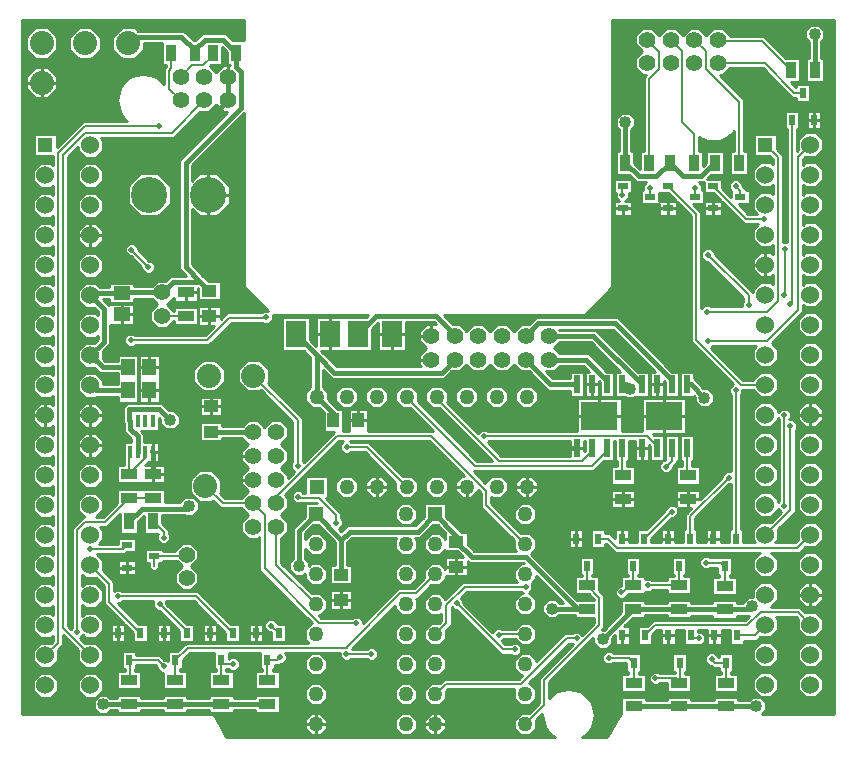
<source format=gbr>
G04 PROTEUS GERBER X2 FILE*
%TF.GenerationSoftware,Labcenter,Proteus,8.12-SP0-Build30713*%
%TF.CreationDate,2021-08-05T01:58:47+00:00*%
%TF.FileFunction,Copper,L1,Top*%
%TF.FilePolarity,Positive*%
%TF.Part,Single*%
%TF.SameCoordinates,{c268b761-3c90-48aa-9c34-52fb7bb1cfd9}*%
%FSLAX45Y45*%
%MOMM*%
G01*
%TA.AperFunction,Conductor*%
%ADD10C,0.203200*%
%ADD11C,0.381000*%
%TA.AperFunction,ViaPad*%
%ADD12C,0.508000*%
%ADD13C,1.016000*%
%TA.AperFunction,Conductor*%
%ADD14C,0.254000*%
%TA.AperFunction,ComponentPad*%
%ADD15R,1.270000X1.270000*%
%ADD16C,1.524000*%
%TA.AperFunction,ComponentPad*%
%ADD17C,1.270000*%
%TA.AperFunction,SMDPad,CuDef*%
%ADD18R,0.609600X0.939800*%
%TA.AperFunction,SMDPad,CuDef*%
%ADD19R,1.447800X0.939800*%
%TA.AperFunction,SMDPad,CuDef*%
%ADD70R,0.457200X1.041400*%
%TA.AperFunction,SMDPad,CuDef*%
%ADD71R,0.609600X1.549400*%
%ADD20R,3.149600X2.438400*%
%TA.AperFunction,WasherPad*%
%ADD21C,1.397000*%
%TA.AperFunction,SMDPad,CuDef*%
%ADD22R,0.939800X1.447800*%
%TA.AperFunction,ComponentPad*%
%ADD23C,3.048000*%
%TA.AperFunction,SMDPad,CuDef*%
%ADD24R,1.270000X1.016000*%
%ADD25R,1.143000X1.447800*%
%ADD26R,1.447800X1.143000*%
%TA.AperFunction,SMDPad,CuDef*%
%ADD27R,0.939800X0.609600*%
%TA.AperFunction,ComponentPad*%
%ADD28C,2.032000*%
%TA.AperFunction,SMDPad,CuDef*%
%ADD29R,1.016000X1.270000*%
%ADD72R,1.803400X2.260600*%
%TD.AperFunction*%
G36*
X+1939040Y+5762869D02*
X+1845767Y+5762869D01*
X+1787384Y+5821252D01*
X+1586591Y+5821252D01*
X+1528208Y+5762869D01*
X+1515767Y+5762869D01*
X+1433558Y+5845078D01*
X+1041710Y+5845078D01*
X+1014709Y+5872079D01*
X+905291Y+5872079D01*
X+827921Y+5794709D01*
X+827921Y+5685291D01*
X+905291Y+5607921D01*
X+1014709Y+5607921D01*
X+1092079Y+5685291D01*
X+1092079Y+5740940D01*
X+1247531Y+5740940D01*
X+1247531Y+5557131D01*
X+1281821Y+5557131D01*
X+1281821Y+5542885D01*
X+1262933Y+5523997D01*
X+1262933Y+5389447D01*
X+1245941Y+5412912D01*
X+1197185Y+5450374D01*
X+1143024Y+5472348D01*
X+1087000Y+5479499D01*
X+1030976Y+5472348D01*
X+976815Y+5450374D01*
X+928059Y+5412912D01*
X+887444Y+5356825D01*
X+863228Y+5257000D01*
X+887444Y+5157175D01*
X+928059Y+5101088D01*
X+954467Y+5080797D01*
X+576886Y+5080797D01*
X+353979Y+4857890D01*
X+353979Y+4969979D01*
X+166021Y+4969979D01*
X+166021Y+4782021D01*
X+320941Y+4782021D01*
X+320941Y+4711926D01*
X+304188Y+4728679D01*
X+215812Y+4728679D01*
X+153321Y+4666188D01*
X+153321Y+4577812D01*
X+215812Y+4515321D01*
X+304188Y+4515321D01*
X+320941Y+4532074D01*
X+320941Y+4457926D01*
X+304188Y+4474679D01*
X+215812Y+4474679D01*
X+153321Y+4412188D01*
X+153321Y+4323812D01*
X+215812Y+4261321D01*
X+304188Y+4261321D01*
X+320941Y+4278074D01*
X+320941Y+4203926D01*
X+304188Y+4220679D01*
X+215812Y+4220679D01*
X+153321Y+4158188D01*
X+153321Y+4069812D01*
X+215812Y+4007321D01*
X+304188Y+4007321D01*
X+320941Y+4024074D01*
X+320941Y+3949926D01*
X+304188Y+3966679D01*
X+215812Y+3966679D01*
X+153321Y+3904188D01*
X+153321Y+3815812D01*
X+215812Y+3753321D01*
X+304188Y+3753321D01*
X+320941Y+3770074D01*
X+320941Y+3695926D01*
X+304188Y+3712679D01*
X+215812Y+3712679D01*
X+153321Y+3650188D01*
X+153321Y+3561812D01*
X+215812Y+3499321D01*
X+304188Y+3499321D01*
X+320941Y+3516074D01*
X+320941Y+3441926D01*
X+304188Y+3458679D01*
X+215812Y+3458679D01*
X+153321Y+3396188D01*
X+153321Y+3307812D01*
X+215812Y+3245321D01*
X+304188Y+3245321D01*
X+320941Y+3262074D01*
X+320941Y+3187926D01*
X+304188Y+3204679D01*
X+215812Y+3204679D01*
X+153321Y+3142188D01*
X+153321Y+3053812D01*
X+215812Y+2991321D01*
X+304188Y+2991321D01*
X+320941Y+3008074D01*
X+320941Y+2933926D01*
X+304188Y+2950679D01*
X+215812Y+2950679D01*
X+153321Y+2888188D01*
X+153321Y+2799812D01*
X+215812Y+2737321D01*
X+304188Y+2737321D01*
X+320941Y+2754074D01*
X+320941Y+2679926D01*
X+304188Y+2696679D01*
X+215812Y+2696679D01*
X+153321Y+2634188D01*
X+153321Y+2545812D01*
X+215812Y+2483321D01*
X+304188Y+2483321D01*
X+320941Y+2500074D01*
X+320941Y+2425926D01*
X+304188Y+2442679D01*
X+215812Y+2442679D01*
X+153321Y+2380188D01*
X+153321Y+2291812D01*
X+215812Y+2229321D01*
X+304188Y+2229321D01*
X+320941Y+2246074D01*
X+320941Y+2171926D01*
X+304188Y+2188679D01*
X+215812Y+2188679D01*
X+153321Y+2126188D01*
X+153321Y+2037812D01*
X+215812Y+1975321D01*
X+304188Y+1975321D01*
X+320941Y+1992074D01*
X+320941Y+1917926D01*
X+304188Y+1934679D01*
X+215812Y+1934679D01*
X+153321Y+1872188D01*
X+153321Y+1783812D01*
X+215812Y+1721321D01*
X+304188Y+1721321D01*
X+320941Y+1738074D01*
X+320941Y+1663926D01*
X+304188Y+1680679D01*
X+215812Y+1680679D01*
X+153321Y+1618188D01*
X+153321Y+1529812D01*
X+215812Y+1467321D01*
X+304188Y+1467321D01*
X+320941Y+1484074D01*
X+320941Y+1409926D01*
X+304188Y+1426679D01*
X+215812Y+1426679D01*
X+153321Y+1364188D01*
X+153321Y+1275812D01*
X+215812Y+1213321D01*
X+304188Y+1213321D01*
X+320941Y+1230074D01*
X+320941Y+1155926D01*
X+304188Y+1172679D01*
X+215812Y+1172679D01*
X+153321Y+1110188D01*
X+153321Y+1021812D01*
X+215812Y+959321D01*
X+304188Y+959321D01*
X+320941Y+976074D01*
X+320941Y+901926D01*
X+304188Y+918679D01*
X+215812Y+918679D01*
X+153321Y+856188D01*
X+153321Y+767812D01*
X+215812Y+705321D01*
X+304188Y+705321D01*
X+320941Y+722074D01*
X+320941Y+680005D01*
X+304902Y+663966D01*
X+304188Y+664679D01*
X+215812Y+664679D01*
X+153321Y+602188D01*
X+153321Y+513812D01*
X+215812Y+451321D01*
X+304188Y+451321D01*
X+366679Y+513812D01*
X+366679Y+602188D01*
X+365966Y+602902D01*
X+407299Y+644235D01*
X+407299Y+730637D01*
X+535034Y+602902D01*
X+534321Y+602188D01*
X+534321Y+513812D01*
X+596812Y+451321D01*
X+685188Y+451321D01*
X+747679Y+513812D01*
X+747679Y+602188D01*
X+685188Y+664679D01*
X+596812Y+664679D01*
X+596098Y+663966D01*
X+555774Y+704290D01*
X+576808Y+725324D01*
X+596812Y+705321D01*
X+685188Y+705321D01*
X+747679Y+767812D01*
X+747679Y+856188D01*
X+685188Y+918679D01*
X+596812Y+918679D01*
X+571191Y+893058D01*
X+571191Y+984942D01*
X+596812Y+959321D01*
X+685188Y+959321D01*
X+747679Y+1021812D01*
X+747679Y+1110188D01*
X+685188Y+1172679D01*
X+596812Y+1172679D01*
X+571191Y+1147058D01*
X+571191Y+1238942D01*
X+596812Y+1213321D01*
X+685188Y+1213321D01*
X+685902Y+1214034D01*
X+757844Y+1142092D01*
X+757844Y+991092D01*
X+926467Y+822469D01*
X+814041Y+822469D01*
X+814041Y+667531D01*
X+935959Y+667531D01*
X+935959Y+812977D01*
X+1004041Y+744895D01*
X+1004041Y+667531D01*
X+1125959Y+667531D01*
X+1125959Y+822469D01*
X+1048595Y+822469D01*
X+870775Y+1000289D01*
X+898146Y+1000289D01*
X+910846Y+1012989D01*
X+1171933Y+1012989D01*
X+1171867Y+1012923D01*
X+1171867Y+966631D01*
X+1204600Y+933898D01*
X+1222561Y+933898D01*
X+1394041Y+762418D01*
X+1394041Y+667531D01*
X+1515959Y+667531D01*
X+1515959Y+822469D01*
X+1456118Y+822469D01*
X+1283625Y+994962D01*
X+1283625Y+1012923D01*
X+1283559Y+1012989D01*
X+1515947Y+1012989D01*
X+1706467Y+822469D01*
X+1594041Y+822469D01*
X+1594041Y+667531D01*
X+1715959Y+667531D01*
X+1715959Y+812977D01*
X+1784041Y+744895D01*
X+1784041Y+667531D01*
X+1905959Y+667531D01*
X+1905959Y+822469D01*
X+1828595Y+822469D01*
X+1551717Y+1099347D01*
X+910846Y+1099347D01*
X+898146Y+1112047D01*
X+851854Y+1112047D01*
X+844202Y+1104395D01*
X+844202Y+1177862D01*
X+746966Y+1275098D01*
X+747679Y+1275812D01*
X+747679Y+1364188D01*
X+700046Y+1411821D01*
X+932885Y+1411821D01*
X+950105Y+1429041D01*
X+1027469Y+1429041D01*
X+1027469Y+1550959D01*
X+872531Y+1550959D01*
X+872531Y+1498179D01*
X+716046Y+1498179D01*
X+747679Y+1529812D01*
X+747679Y+1618188D01*
X+724046Y+1641821D01*
X+782885Y+1641821D01*
X+892531Y+1751467D01*
X+892531Y+1587131D01*
X+1047469Y+1587131D01*
X+1047469Y+1693833D01*
X+1092531Y+1738895D01*
X+1092531Y+1587131D01*
X+1211805Y+1587131D01*
X+1214984Y+1583952D01*
X+1206063Y+1575032D01*
X+1206063Y+1528740D01*
X+1238796Y+1496007D01*
X+1285088Y+1496007D01*
X+1317821Y+1528740D01*
X+1317821Y+1575032D01*
X+1305121Y+1587732D01*
X+1305121Y+1615943D01*
X+1247469Y+1673595D01*
X+1247469Y+1747080D01*
X+1431703Y+1747080D01*
X+1441827Y+1736956D01*
X+1509161Y+1736956D01*
X+1556773Y+1784568D01*
X+1556773Y+1851902D01*
X+1509161Y+1899514D01*
X+1441827Y+1899514D01*
X+1394215Y+1851902D01*
X+1394215Y+1851218D01*
X+1272869Y+1851218D01*
X+1272869Y+1967469D01*
X+867131Y+1967469D01*
X+867131Y+1848195D01*
X+747115Y+1728179D01*
X+692046Y+1728179D01*
X+747679Y+1783812D01*
X+747679Y+1872188D01*
X+685188Y+1934679D01*
X+596812Y+1934679D01*
X+534321Y+1872188D01*
X+534321Y+1783812D01*
X+589954Y+1728179D01*
X+578219Y+1728179D01*
X+484833Y+1634793D01*
X+484833Y+791399D01*
X+476749Y+783315D01*
X+453179Y+806885D01*
X+453179Y+4777115D01*
X+534321Y+4858257D01*
X+534321Y+4831812D01*
X+596812Y+4769321D01*
X+685188Y+4769321D01*
X+747679Y+4831812D01*
X+747679Y+4920188D01*
X+728061Y+4939806D01*
X+1350870Y+4939806D01*
X+1565735Y+5154671D01*
X+1646558Y+5154671D01*
X+1705000Y+5213113D01*
X+1763442Y+5154671D01*
X+1801276Y+5154671D01*
X+1394296Y+4747691D01*
X+1394296Y+3823540D01*
X+1447377Y+3770459D01*
X+1316822Y+3770459D01*
X+1275749Y+3729385D01*
X+1207498Y+3729385D01*
X+1159238Y+3681125D01*
X+1007869Y+3681125D01*
X+1007869Y+3712629D01*
X+802131Y+3712629D01*
X+802131Y+3677069D01*
X+782500Y+3677068D01*
X+720798Y+3677069D01*
X+685188Y+3712679D01*
X+596812Y+3712679D01*
X+534321Y+3650188D01*
X+534321Y+3561812D01*
X+596812Y+3499321D01*
X+674043Y+3499321D01*
X+702332Y+3471032D01*
X+702332Y+3441535D01*
X+685188Y+3458679D01*
X+596812Y+3458679D01*
X+534321Y+3396188D01*
X+534321Y+3307812D01*
X+596812Y+3245321D01*
X+685188Y+3245321D01*
X+702332Y+3262465D01*
X+702332Y+3232968D01*
X+674043Y+3204679D01*
X+596812Y+3204679D01*
X+534321Y+3142188D01*
X+534321Y+3053812D01*
X+596812Y+2991321D01*
X+674043Y+2991321D01*
X+722433Y+2942931D01*
X+872371Y+2942931D01*
X+872371Y+2902187D01*
X+871689Y+2902187D01*
X+871689Y+2851387D01*
X+747679Y+2851387D01*
X+747679Y+2888188D01*
X+685188Y+2950679D01*
X+596812Y+2950679D01*
X+534321Y+2888188D01*
X+534321Y+2799812D01*
X+596812Y+2737321D01*
X+685188Y+2737321D01*
X+695116Y+2747249D01*
X+871689Y+2747249D01*
X+871689Y+2696449D01*
X+1046947Y+2696449D01*
X+1046947Y+2892131D01*
X+1047629Y+2892131D01*
X+1047629Y+3097869D01*
X+872371Y+3097869D01*
X+872371Y+3047069D01*
X+765567Y+3047069D01*
X+747679Y+3064957D01*
X+747679Y+3131043D01*
X+806470Y+3189834D01*
X+806470Y+3357371D01*
X+1007869Y+3357371D01*
X+1007869Y+3532629D01*
X+802131Y+3532629D01*
X+802131Y+3518505D01*
X+747705Y+3572931D01*
X+782500Y+3572932D01*
X+802131Y+3572931D01*
X+802131Y+3537371D01*
X+1007869Y+3537371D01*
X+1007869Y+3576987D01*
X+1159238Y+3576987D01*
X+1207169Y+3529056D01*
X+1148727Y+3470614D01*
X+1148727Y+3387498D01*
X+1207498Y+3328727D01*
X+1290614Y+3328727D01*
X+1346187Y+3384300D01*
X+1346187Y+3351587D01*
X+1551925Y+3351587D01*
X+1551925Y+3506525D01*
X+1346187Y+3506525D01*
X+1346187Y+3473812D01*
X+1290943Y+3529056D01*
X+1346187Y+3584300D01*
X+1346187Y+3551587D01*
X+1551925Y+3551587D01*
X+1551925Y+3665911D01*
X+1555077Y+3662759D01*
X+1555077Y+3561137D01*
X+1743035Y+3561137D01*
X+1743035Y+3723695D01*
X+1641413Y+3723695D01*
X+1625151Y+3739958D01*
X+1594649Y+3770459D01*
X+1498432Y+3866676D01*
X+1498432Y+4337938D01*
X+1564249Y+4272121D01*
X+1715751Y+4272121D01*
X+1822879Y+4379249D01*
X+1822879Y+4530751D01*
X+1715751Y+4637879D01*
X+1564249Y+4637879D01*
X+1498432Y+4572062D01*
X+1498432Y+4704555D01*
X+1939040Y+5145163D01*
X+1939040Y+3674750D01*
X+2140482Y+3473308D01*
X+2105577Y+3473308D01*
X+2091319Y+3459050D01*
X+1800222Y+3459050D01*
X+1743035Y+3401863D01*
X+1743035Y+3510335D01*
X+1555077Y+3510335D01*
X+1555077Y+3347777D01*
X+1688949Y+3347777D01*
X+1609477Y+3268305D01*
X+1020846Y+3268305D01*
X+1008146Y+3281005D01*
X+961854Y+3281005D01*
X+929121Y+3248272D01*
X+929121Y+3201980D01*
X+961854Y+3169247D01*
X+1008146Y+3169247D01*
X+1020846Y+3181947D01*
X+1645247Y+3181947D01*
X+1835992Y+3372692D01*
X+2094435Y+3372692D01*
X+2105577Y+3361550D01*
X+2151869Y+3361550D01*
X+2184602Y+3394283D01*
X+2184602Y+3439040D01*
X+2995404Y+3439040D01*
X+2974873Y+3418509D01*
X+2549351Y+3418509D01*
X+2549351Y+3179285D01*
X+2500649Y+3227987D01*
X+2500649Y+3418509D01*
X+2259351Y+3418509D01*
X+2259351Y+3131491D01*
X+2449873Y+3131491D01*
X+2503699Y+3077665D01*
X+2503699Y+2827781D01*
X+2461789Y+2785871D01*
X+2461789Y+2708017D01*
X+2516841Y+2652965D01*
X+2576111Y+2652965D01*
X+2615361Y+2613715D01*
X+2615361Y+2451021D01*
X+2705255Y+2451021D01*
X+2445594Y+2191360D01*
X+2438128Y+2198826D01*
X+2438128Y+2567936D01*
X+2143926Y+2862138D01*
X+2152079Y+2870291D01*
X+2152079Y+2979709D01*
X+2074709Y+3057079D01*
X+1965291Y+3057079D01*
X+1887921Y+2979709D01*
X+1887921Y+2870291D01*
X+1965291Y+2792921D01*
X+2074709Y+2792921D01*
X+2082862Y+2801074D01*
X+2351770Y+2532166D01*
X+2351770Y+2198826D01*
X+2339070Y+2186126D01*
X+2339070Y+2139834D01*
X+2366569Y+2112335D01*
X+2315329Y+2061095D01*
X+2315329Y+2086558D01*
X+2256887Y+2145000D01*
X+2315329Y+2203442D01*
X+2315329Y+2286558D01*
X+2256887Y+2345000D01*
X+2315329Y+2403442D01*
X+2315329Y+2486558D01*
X+2256558Y+2545329D01*
X+2173442Y+2545329D01*
X+2115000Y+2486887D01*
X+2056558Y+2545329D01*
X+1973442Y+2545329D01*
X+1930126Y+2502013D01*
X+1758747Y+2502013D01*
X+1758747Y+2531223D01*
X+1570789Y+2531223D01*
X+1570789Y+2368665D01*
X+1758747Y+2368665D01*
X+1758747Y+2397875D01*
X+1920238Y+2397875D01*
X+1973113Y+2345000D01*
X+1914671Y+2286558D01*
X+1914671Y+2203442D01*
X+1973113Y+2145000D01*
X+1914671Y+2086558D01*
X+1914671Y+2003442D01*
X+1973113Y+1945000D01*
X+1916292Y+1888179D01*
X+1777885Y+1888179D01*
X+1738926Y+1927138D01*
X+1747079Y+1935291D01*
X+1747079Y+2044709D01*
X+1669709Y+2122079D01*
X+1560291Y+2122079D01*
X+1482921Y+2044709D01*
X+1482921Y+1935291D01*
X+1560291Y+1857921D01*
X+1669709Y+1857921D01*
X+1677862Y+1866074D01*
X+1742115Y+1801821D01*
X+1916292Y+1801821D01*
X+1973113Y+1745000D01*
X+1914671Y+1686558D01*
X+1914671Y+1603442D01*
X+1973442Y+1544671D01*
X+2056558Y+1544671D01*
X+2072345Y+1560458D01*
X+2072345Y+1274108D01*
X+2517530Y+828923D01*
X+2508841Y+828923D01*
X+2453789Y+773871D01*
X+2453789Y+696017D01*
X+2486627Y+663179D01*
X+1447115Y+663179D01*
X+1376405Y+592469D01*
X+1299041Y+592469D01*
X+1299041Y+504984D01*
X+1283146Y+520879D01*
X+1265185Y+520879D01*
X+1227885Y+558179D01*
X+1030959Y+558179D01*
X+1030959Y+592469D01*
X+909041Y+592469D01*
X+909041Y+437531D01*
X+931821Y+437531D01*
X+931821Y+422469D01*
X+867131Y+422469D01*
X+867131Y+267531D01*
X+1072869Y+267531D01*
X+1072869Y+422469D01*
X+1018179Y+422469D01*
X+1018179Y+437531D01*
X+1030959Y+437531D01*
X+1030959Y+471821D01*
X+1192115Y+471821D01*
X+1204121Y+459815D01*
X+1204121Y+441854D01*
X+1236854Y+409121D01*
X+1257131Y+409121D01*
X+1257131Y+267531D01*
X+1462869Y+267531D01*
X+1462869Y+422469D01*
X+1403179Y+422469D01*
X+1403179Y+437531D01*
X+1420959Y+437531D01*
X+1420959Y+514895D01*
X+1482885Y+576821D01*
X+1689041Y+576821D01*
X+1689041Y+437531D01*
X+1706821Y+437531D01*
X+1706821Y+422469D01*
X+1647131Y+422469D01*
X+1647131Y+267531D01*
X+1852869Y+267531D01*
X+1852869Y+422469D01*
X+1793179Y+422469D01*
X+1793179Y+437531D01*
X+1810959Y+437531D01*
X+1810959Y+440412D01*
X+1814418Y+440412D01*
X+1827118Y+427712D01*
X+1873410Y+427712D01*
X+1906143Y+460445D01*
X+1906143Y+506737D01*
X+1873410Y+539470D01*
X+1827118Y+539470D01*
X+1814418Y+526770D01*
X+1810959Y+526770D01*
X+1810959Y+576821D01*
X+2079041Y+576821D01*
X+2079041Y+437531D01*
X+2096821Y+437531D01*
X+2096821Y+422469D01*
X+2037131Y+422469D01*
X+2037131Y+267531D01*
X+2242869Y+267531D01*
X+2242869Y+422469D01*
X+2183179Y+422469D01*
X+2183179Y+437531D01*
X+2200959Y+437531D01*
X+2200959Y+471821D01*
X+2242367Y+471821D01*
X+2253658Y+483112D01*
X+2271619Y+483112D01*
X+2304352Y+515845D01*
X+2304352Y+562137D01*
X+2289668Y+576821D01*
X+2752306Y+576821D01*
X+2752306Y+543540D01*
X+2785039Y+510807D01*
X+2831331Y+510807D01*
X+2845730Y+525206D01*
X+2984005Y+525205D01*
X+2996705Y+512505D01*
X+3042997Y+512505D01*
X+3075730Y+545238D01*
X+3075730Y+591530D01*
X+3042997Y+624263D01*
X+2996705Y+624263D01*
X+2984005Y+611563D01*
X+2855503Y+611562D01*
X+3215789Y+971848D01*
X+3215789Y+950017D01*
X+3270841Y+894965D01*
X+3348695Y+894965D01*
X+3403747Y+950017D01*
X+3403747Y+1027871D01*
X+3394069Y+1037549D01*
X+3415437Y+1037549D01*
X+3526853Y+1148965D01*
X+3598695Y+1148965D01*
X+3653747Y+1204017D01*
X+3653747Y+1225361D01*
X+3833979Y+1225361D01*
X+3833979Y+1352385D01*
X+3848432Y+1337932D01*
X+4307347Y+1337932D01*
X+4308356Y+1336923D01*
X+4282841Y+1336923D01*
X+4227789Y+1281871D01*
X+4227789Y+1204017D01*
X+4252178Y+1179628D01*
X+3791064Y+1179628D01*
X+3646527Y+1035091D01*
X+3598695Y+1082923D01*
X+3520841Y+1082923D01*
X+3465789Y+1027871D01*
X+3465789Y+950017D01*
X+3520841Y+894965D01*
X+3598695Y+894965D01*
X+3611958Y+908228D01*
X+3611958Y+848198D01*
X+3592683Y+828923D01*
X+3520841Y+828923D01*
X+3465789Y+773871D01*
X+3465789Y+696017D01*
X+3520841Y+640965D01*
X+3598695Y+640965D01*
X+3653747Y+696017D01*
X+3653747Y+767859D01*
X+3698316Y+812428D01*
X+3698316Y+962307D01*
X+3720702Y+939921D01*
X+3738663Y+939921D01*
X+4115902Y+562682D01*
X+4198123Y+562682D01*
X+4210823Y+549982D01*
X+4257115Y+549982D01*
X+4289848Y+582715D01*
X+4289848Y+629007D01*
X+4257115Y+661740D01*
X+4210823Y+661740D01*
X+4198123Y+649040D01*
X+4151672Y+649040D01*
X+4122953Y+677759D01*
X+4136959Y+691765D01*
X+4232041Y+691765D01*
X+4282841Y+640965D01*
X+4360695Y+640965D01*
X+4415747Y+696017D01*
X+4415747Y+773871D01*
X+4360695Y+828923D01*
X+4282841Y+828923D01*
X+4232041Y+778123D01*
X+4128899Y+778123D01*
X+4120229Y+786793D01*
X+4073937Y+786793D01*
X+4043928Y+756784D01*
X+3799727Y+1000985D01*
X+3799727Y+1018946D01*
X+3776118Y+1042554D01*
X+3826834Y+1093270D01*
X+4290683Y+1093270D01*
X+4301030Y+1082923D01*
X+4282841Y+1082923D01*
X+4227789Y+1027871D01*
X+4227789Y+950017D01*
X+4282841Y+894965D01*
X+4360695Y+894965D01*
X+4415747Y+950017D01*
X+4415747Y+1027871D01*
X+4360695Y+1082923D01*
X+4352028Y+1082923D01*
X+4382408Y+1113303D01*
X+4382408Y+1159595D01*
X+4376866Y+1165136D01*
X+4415747Y+1204017D01*
X+4415747Y+1229532D01*
X+4643210Y+1002069D01*
X+4612882Y+1002069D01*
X+4580783Y+1034168D01*
X+4513449Y+1034168D01*
X+4465837Y+986556D01*
X+4465837Y+919222D01*
X+4513449Y+871610D01*
X+4580783Y+871610D01*
X+4607104Y+897931D01*
X+4742131Y+897931D01*
X+4742131Y+872531D01*
X+4906390Y+872531D01*
X+4906390Y+832276D01*
X+4804816Y+730702D01*
X+4780015Y+755503D01*
X+4733723Y+755503D01*
X+4721023Y+742803D01*
X+4654181Y+742803D01*
X+4415747Y+504369D01*
X+4415747Y+519871D01*
X+4403398Y+532220D01*
X+4403398Y+537280D01*
X+4378104Y+562574D01*
X+4373044Y+562574D01*
X+4360695Y+574923D01*
X+4282841Y+574923D01*
X+4227789Y+519871D01*
X+4227789Y+442017D01*
X+4282841Y+386965D01*
X+4298343Y+386965D01*
X+4267389Y+356011D01*
X+3632388Y+356011D01*
X+3597300Y+320923D01*
X+3520841Y+320923D01*
X+3465789Y+265871D01*
X+3465789Y+188017D01*
X+3520841Y+132965D01*
X+3598695Y+132965D01*
X+3653747Y+188017D01*
X+3653747Y+255242D01*
X+3668158Y+269653D01*
X+4231571Y+269653D01*
X+4227789Y+265871D01*
X+4227789Y+188017D01*
X+4282841Y+132965D01*
X+4360695Y+132965D01*
X+4415747Y+188017D01*
X+4415747Y+265871D01*
X+4360695Y+320923D01*
X+4354429Y+320923D01*
X+4689951Y+656445D01*
X+4721023Y+656445D01*
X+4725791Y+651677D01*
X+4438496Y+364382D01*
X+4438496Y+150736D01*
X+4354683Y+66923D01*
X+4282841Y+66923D01*
X+4227789Y+11871D01*
X+4227789Y-65983D01*
X+4282841Y-121035D01*
X+4360695Y-121035D01*
X+4415747Y-65983D01*
X+4415747Y+5859D01*
X+4466938Y+57050D01*
X+4465228Y+50000D01*
X+4489444Y-49825D01*
X+4530059Y-105912D01*
X+4573174Y-139040D01*
X+1787675Y-139040D01*
X+1696780Y+42750D01*
X+1667316Y+60960D01*
X+60960Y+60960D01*
X+60960Y+5939040D01*
X+1939040Y+5939040D01*
X+1939040Y+5762869D01*
G37*
%LPC*%
G36*
X+2508841Y+574923D02*
X+2586695Y+574923D01*
X+2641747Y+519871D01*
X+2641747Y+442017D01*
X+2586695Y+386965D01*
X+2508841Y+386965D01*
X+2453789Y+442017D01*
X+2453789Y+519871D01*
X+2508841Y+574923D01*
G37*
G36*
X+2508841Y+320923D02*
X+2586695Y+320923D01*
X+2641747Y+265871D01*
X+2641747Y+188017D01*
X+2586695Y+132965D01*
X+2508841Y+132965D01*
X+2453789Y+188017D01*
X+2453789Y+265871D01*
X+2508841Y+320923D01*
G37*
G36*
X+2508841Y+66923D02*
X+2586695Y+66923D01*
X+2641747Y+11871D01*
X+2641747Y-65983D01*
X+2586695Y-121035D01*
X+2508841Y-121035D01*
X+2453789Y-65983D01*
X+2453789Y+11871D01*
X+2508841Y+66923D01*
G37*
G36*
X+3270841Y+66923D02*
X+3348695Y+66923D01*
X+3403747Y+11871D01*
X+3403747Y-65983D01*
X+3348695Y-121035D01*
X+3270841Y-121035D01*
X+3215789Y-65983D01*
X+3215789Y+11871D01*
X+3270841Y+66923D01*
G37*
G36*
X+3270841Y+320923D02*
X+3348695Y+320923D01*
X+3403747Y+265871D01*
X+3403747Y+188017D01*
X+3348695Y+132965D01*
X+3270841Y+132965D01*
X+3215789Y+188017D01*
X+3215789Y+265871D01*
X+3270841Y+320923D01*
G37*
G36*
X+3270841Y+574923D02*
X+3348695Y+574923D01*
X+3403747Y+519871D01*
X+3403747Y+442017D01*
X+3348695Y+386965D01*
X+3270841Y+386965D01*
X+3215789Y+442017D01*
X+3215789Y+519871D01*
X+3270841Y+574923D01*
G37*
G36*
X+3270841Y+828923D02*
X+3348695Y+828923D01*
X+3403747Y+773871D01*
X+3403747Y+696017D01*
X+3348695Y+640965D01*
X+3270841Y+640965D01*
X+3215789Y+696017D01*
X+3215789Y+773871D01*
X+3270841Y+828923D01*
G37*
G36*
X+3520841Y+574923D02*
X+3598695Y+574923D01*
X+3653747Y+519871D01*
X+3653747Y+442017D01*
X+3598695Y+386965D01*
X+3520841Y+386965D01*
X+3465789Y+442017D01*
X+3465789Y+519871D01*
X+3520841Y+574923D01*
G37*
G36*
X+3520841Y+66923D02*
X+3598695Y+66923D01*
X+3653747Y+11871D01*
X+3653747Y-65983D01*
X+3598695Y-121035D01*
X+3520841Y-121035D01*
X+3465789Y-65983D01*
X+3465789Y+11871D01*
X+3520841Y+66923D01*
G37*
G36*
X+810615Y+197069D02*
X+867131Y+197069D01*
X+867131Y+222469D01*
X+1072869Y+222469D01*
X+1072869Y+197069D01*
X+1257131Y+197069D01*
X+1257131Y+222469D01*
X+1462869Y+222469D01*
X+1462869Y+197069D01*
X+1647131Y+197069D01*
X+1647131Y+222469D01*
X+1852869Y+222469D01*
X+1852869Y+197069D01*
X+2037131Y+197069D01*
X+2037131Y+222469D01*
X+2242869Y+222469D01*
X+2242869Y+67531D01*
X+2037131Y+67531D01*
X+2037131Y+92931D01*
X+1852869Y+92931D01*
X+1852869Y+67531D01*
X+1647131Y+67531D01*
X+1647131Y+92931D01*
X+1462869Y+92931D01*
X+1462869Y+67531D01*
X+1257131Y+67531D01*
X+1257131Y+92931D01*
X+1072869Y+92931D01*
X+1072869Y+67531D01*
X+867131Y+67531D01*
X+867131Y+92931D01*
X+815313Y+92931D01*
X+783754Y+61372D01*
X+716420Y+61372D01*
X+668808Y+108984D01*
X+668808Y+176318D01*
X+716420Y+223930D01*
X+783754Y+223930D01*
X+810615Y+197069D01*
G37*
G36*
X+1307357Y+2631279D02*
X+1348667Y+2631279D01*
X+1396279Y+2583667D01*
X+1396279Y+2516333D01*
X+1348667Y+2468721D01*
X+1281333Y+2468721D01*
X+1233721Y+2516333D01*
X+1233721Y+2557643D01*
X+1223339Y+2568025D01*
X+1223339Y+2457451D01*
X+1067048Y+2457451D01*
X+1092069Y+2432430D01*
X+1092069Y+2362549D01*
X+1223339Y+2362549D01*
X+1223339Y+2197451D01*
X+1133268Y+2197451D01*
X+1103286Y+2167469D01*
X+1272869Y+2167469D01*
X+1272869Y+2012531D01*
X+867131Y+2012531D01*
X+867131Y+2167469D01*
X+926821Y+2167469D01*
X+926821Y+2197451D01*
X+921661Y+2197451D01*
X+921661Y+2362549D01*
X+987931Y+2362549D01*
X+987931Y+2389296D01*
X+925765Y+2451462D01*
X+925765Y+2457451D01*
X+921661Y+2457451D01*
X+921661Y+2519703D01*
X+917931Y+2523433D01*
X+917931Y+2661568D01*
X+948432Y+2692069D01*
X+1246567Y+2692069D01*
X+1307357Y+2631279D01*
G37*
G36*
X+1204041Y+822469D02*
X+1325959Y+822469D01*
X+1325959Y+667531D01*
X+1204041Y+667531D01*
X+1204041Y+822469D01*
G37*
G36*
X+956741Y+4379249D02*
X+956741Y+4530751D01*
X+1063869Y+4637879D01*
X+1215371Y+4637879D01*
X+1322499Y+4530751D01*
X+1322499Y+4379249D01*
X+1215371Y+4272121D01*
X+1063869Y+4272121D01*
X+956741Y+4379249D01*
G37*
G36*
X+1570789Y+2582025D02*
X+1570789Y+2744583D01*
X+1758747Y+2744583D01*
X+1758747Y+2582025D01*
X+1570789Y+2582025D01*
G37*
G36*
X+1227629Y+2892131D02*
X+1226947Y+2892131D01*
X+1226947Y+2696449D01*
X+1051689Y+2696449D01*
X+1051689Y+2902187D01*
X+1052371Y+2902187D01*
X+1052371Y+3097869D01*
X+1227629Y+3097869D01*
X+1227629Y+2892131D01*
G37*
G36*
X+2226491Y+831612D02*
X+2226491Y+822469D01*
X+2295959Y+822469D01*
X+2295959Y+667531D01*
X+2174041Y+667531D01*
X+2174041Y+744895D01*
X+2166349Y+752587D01*
X+2147466Y+752587D01*
X+2114733Y+785320D01*
X+2114733Y+831612D01*
X+2147466Y+864345D01*
X+2193758Y+864345D01*
X+2226491Y+831612D01*
G37*
G36*
X+1984041Y+822469D02*
X+2105959Y+822469D01*
X+2105959Y+667531D01*
X+1984041Y+667531D01*
X+1984041Y+822469D01*
G37*
G36*
X+872531Y+1239041D02*
X+872531Y+1360959D01*
X+1027469Y+1360959D01*
X+1027469Y+1239041D01*
X+872531Y+1239041D01*
G37*
G36*
X+1555329Y+1451558D02*
X+1555329Y+1368442D01*
X+1496887Y+1310000D01*
X+1555329Y+1251558D01*
X+1555329Y+1168442D01*
X+1496558Y+1109671D01*
X+1413442Y+1109671D01*
X+1354671Y+1168442D01*
X+1354671Y+1251558D01*
X+1413113Y+1310000D01*
X+1371292Y+1351821D01*
X+1257469Y+1351821D01*
X+1257469Y+1334041D01*
X+1223179Y+1334041D01*
X+1223179Y+1292115D01*
X+1197885Y+1266821D01*
X+1162115Y+1266821D01*
X+1136821Y+1292115D01*
X+1136821Y+1334041D01*
X+1102531Y+1334041D01*
X+1102531Y+1455959D01*
X+1257469Y+1455959D01*
X+1257469Y+1438179D01*
X+1354671Y+1438179D01*
X+1354671Y+1451558D01*
X+1413442Y+1510329D01*
X+1496558Y+1510329D01*
X+1555329Y+1451558D01*
G37*
G36*
X+596812Y+4728679D02*
X+685188Y+4728679D01*
X+747679Y+4666188D01*
X+747679Y+4577812D01*
X+685188Y+4515321D01*
X+596812Y+4515321D01*
X+534321Y+4577812D01*
X+534321Y+4666188D01*
X+596812Y+4728679D01*
G37*
G36*
X+596812Y+4474679D02*
X+685188Y+4474679D01*
X+747679Y+4412188D01*
X+747679Y+4323812D01*
X+685188Y+4261321D01*
X+596812Y+4261321D01*
X+534321Y+4323812D01*
X+534321Y+4412188D01*
X+596812Y+4474679D01*
G37*
G36*
X+596812Y+4220679D02*
X+685188Y+4220679D01*
X+747679Y+4158188D01*
X+747679Y+4069812D01*
X+685188Y+4007321D01*
X+596812Y+4007321D01*
X+534321Y+4069812D01*
X+534321Y+4158188D01*
X+596812Y+4220679D01*
G37*
G36*
X+596812Y+3966679D02*
X+685188Y+3966679D01*
X+747679Y+3904188D01*
X+747679Y+3815812D01*
X+685188Y+3753321D01*
X+596812Y+3753321D01*
X+534321Y+3815812D01*
X+534321Y+3904188D01*
X+596812Y+3966679D01*
G37*
G36*
X+596812Y+2696679D02*
X+685188Y+2696679D01*
X+747679Y+2634188D01*
X+747679Y+2545812D01*
X+685188Y+2483321D01*
X+596812Y+2483321D01*
X+534321Y+2545812D01*
X+534321Y+2634188D01*
X+596812Y+2696679D01*
G37*
G36*
X+596812Y+2442679D02*
X+685188Y+2442679D01*
X+747679Y+2380188D01*
X+747679Y+2291812D01*
X+685188Y+2229321D01*
X+596812Y+2229321D01*
X+534321Y+2291812D01*
X+534321Y+2380188D01*
X+596812Y+2442679D01*
G37*
G36*
X+596812Y+2188679D02*
X+685188Y+2188679D01*
X+747679Y+2126188D01*
X+747679Y+2037812D01*
X+685188Y+1975321D01*
X+596812Y+1975321D01*
X+534321Y+2037812D01*
X+534321Y+2126188D01*
X+596812Y+2188679D01*
G37*
G36*
X+215812Y+410679D02*
X+304188Y+410679D01*
X+366679Y+348188D01*
X+366679Y+259812D01*
X+304188Y+197321D01*
X+215812Y+197321D01*
X+153321Y+259812D01*
X+153321Y+348188D01*
X+215812Y+410679D01*
G37*
G36*
X+596812Y+410679D02*
X+685188Y+410679D01*
X+747679Y+348188D01*
X+747679Y+259812D01*
X+685188Y+197321D01*
X+596812Y+197321D01*
X+534321Y+259812D01*
X+534321Y+348188D01*
X+596812Y+410679D01*
G37*
G36*
X+97921Y+5350291D02*
X+97921Y+5459709D01*
X+175291Y+5537079D01*
X+284709Y+5537079D01*
X+362079Y+5459709D01*
X+362079Y+5350291D01*
X+284709Y+5272921D01*
X+175291Y+5272921D01*
X+97921Y+5350291D01*
G37*
G36*
X+97921Y+5685291D02*
X+97921Y+5794709D01*
X+175291Y+5872079D01*
X+284709Y+5872079D01*
X+362079Y+5794709D01*
X+362079Y+5685291D01*
X+284709Y+5607921D01*
X+175291Y+5607921D01*
X+97921Y+5685291D01*
G37*
G36*
X+462921Y+5685291D02*
X+462921Y+5794709D01*
X+540291Y+5872079D01*
X+649709Y+5872079D01*
X+727079Y+5794709D01*
X+727079Y+5685291D01*
X+649709Y+5607921D01*
X+540291Y+5607921D01*
X+462921Y+5685291D01*
G37*
G36*
X+1512921Y+2870291D02*
X+1512921Y+2979709D01*
X+1590291Y+3057079D01*
X+1699709Y+3057079D01*
X+1777079Y+2979709D01*
X+1777079Y+2870291D01*
X+1699709Y+2792921D01*
X+1590291Y+2792921D01*
X+1512921Y+2870291D01*
G37*
G36*
X+1573364Y+5044904D02*
X+1573364Y+5071206D01*
X+1591963Y+5089805D01*
X+1618265Y+5089805D01*
X+1636864Y+5071206D01*
X+1636864Y+5044904D01*
X+1618265Y+5026305D01*
X+1591963Y+5026305D01*
X+1573364Y+5044904D01*
G37*
G36*
X+1042646Y+4014207D02*
X+1042646Y+3996246D01*
X+1140185Y+3898707D01*
X+1155340Y+3898707D01*
X+1188073Y+3865974D01*
X+1188073Y+3819682D01*
X+1155340Y+3786949D01*
X+1109048Y+3786949D01*
X+1076315Y+3819682D01*
X+1076315Y+3820418D01*
X+1071790Y+3824943D01*
X+1071790Y+3844974D01*
X+981582Y+3935182D01*
X+963621Y+3935182D01*
X+930888Y+3967915D01*
X+930888Y+4014207D01*
X+963621Y+4046940D01*
X+1009913Y+4046940D01*
X+1042646Y+4014207D01*
G37*
%LPD*%
G36*
X+6939040Y+60960D02*
X+6330906Y+60960D01*
X+6361279Y+91333D01*
X+6361279Y+158667D01*
X+6318625Y+201321D01*
X+6400188Y+201321D01*
X+6462679Y+263812D01*
X+6462679Y+352188D01*
X+6400188Y+414679D01*
X+6311812Y+414679D01*
X+6249321Y+352188D01*
X+6249321Y+263812D01*
X+6306854Y+206279D01*
X+6246333Y+206279D01*
X+6217123Y+177069D01*
X+6150000Y+177068D01*
X+6122869Y+177069D01*
X+6122869Y+202469D01*
X+5917131Y+202469D01*
X+5917131Y+177069D01*
X+5727869Y+177069D01*
X+5727869Y+202469D01*
X+5522131Y+202469D01*
X+5522131Y+177069D01*
X+5342869Y+177069D01*
X+5342869Y+202469D01*
X+5137131Y+202469D01*
X+5137131Y+57296D01*
X+5114621Y+43986D01*
X+5013957Y-139040D01*
X+4804826Y-139040D01*
X+4847941Y-105912D01*
X+4888556Y-49825D01*
X+4912772Y+50000D01*
X+4888556Y+149825D01*
X+4847941Y+205912D01*
X+4799185Y+243374D01*
X+4745024Y+265348D01*
X+4689000Y+272499D01*
X+4632976Y+265348D01*
X+4578815Y+243374D01*
X+4530059Y+205912D01*
X+4524854Y+198724D01*
X+4524854Y+328612D01*
X+4898194Y+701952D01*
X+4898194Y+660113D01*
X+4945806Y+612501D01*
X+5013140Y+612501D01*
X+5060752Y+660113D01*
X+5060752Y+701116D01*
X+5084041Y+724405D01*
X+5084041Y+647531D01*
X+5205959Y+647531D01*
X+5205959Y+802469D01*
X+5162105Y+802469D01*
X+5231167Y+871531D01*
X+5337869Y+871531D01*
X+5337869Y+896931D01*
X+5519432Y+896931D01*
X+5519432Y+872531D01*
X+5725170Y+872531D01*
X+5725170Y+892931D01*
X+5907131Y+892931D01*
X+5907131Y+867531D01*
X+6112869Y+867531D01*
X+6112869Y+892931D01*
X+6202123Y+892931D01*
X+6206333Y+888721D01*
X+6220501Y+888721D01*
X+6184959Y+853179D01*
X+5402115Y+853179D01*
X+5351405Y+802469D01*
X+5274041Y+802469D01*
X+5274041Y+647531D01*
X+5395959Y+647531D01*
X+5395959Y+724895D01*
X+5437885Y+766821D01*
X+5474041Y+766821D01*
X+5474041Y+647531D01*
X+5595959Y+647531D01*
X+5595959Y+766821D01*
X+5664041Y+766821D01*
X+5664041Y+647531D01*
X+5766361Y+647531D01*
X+5769771Y+644121D01*
X+5816063Y+644121D01*
X+5848796Y+676854D01*
X+5848796Y+723146D01*
X+5816063Y+755879D01*
X+5785959Y+755879D01*
X+5785959Y+766821D01*
X+5864041Y+766821D01*
X+5864041Y+647531D01*
X+5985959Y+647531D01*
X+5985959Y+766821D01*
X+6054041Y+766821D01*
X+6054041Y+647531D01*
X+6175959Y+647531D01*
X+6175959Y+681821D01*
X+6282885Y+681821D01*
X+6311098Y+710034D01*
X+6311812Y+709321D01*
X+6400188Y+709321D01*
X+6462679Y+771812D01*
X+6462679Y+860188D01*
X+6443440Y+879427D01*
X+6612509Y+879427D01*
X+6631034Y+860902D01*
X+6630321Y+860188D01*
X+6630321Y+771812D01*
X+6692812Y+709321D01*
X+6781188Y+709321D01*
X+6843679Y+771812D01*
X+6843679Y+860188D01*
X+6781188Y+922679D01*
X+6692812Y+922679D01*
X+6692098Y+921966D01*
X+6648279Y+965785D01*
X+6402652Y+965785D01*
X+6462679Y+1025812D01*
X+6462679Y+1114188D01*
X+6400188Y+1176679D01*
X+6311812Y+1176679D01*
X+6249321Y+1114188D01*
X+6249321Y+1051279D01*
X+6206333Y+1051279D01*
X+6158721Y+1003667D01*
X+6158721Y+997069D01*
X+6112869Y+997069D01*
X+6112869Y+1022469D01*
X+5907131Y+1022469D01*
X+5907131Y+997069D01*
X+5725170Y+997069D01*
X+5725170Y+1027469D01*
X+5519432Y+1027469D01*
X+5519432Y+1001069D01*
X+5337869Y+1001069D01*
X+5337869Y+1026469D01*
X+5132131Y+1026469D01*
X+5132131Y+919767D01*
X+4987423Y+775059D01*
X+4971301Y+775059D01*
X+4992748Y+796506D01*
X+4992748Y+1063316D01*
X+4947869Y+1108195D01*
X+4947869Y+1227469D01*
X+4888179Y+1227469D01*
X+4888179Y+1237531D01*
X+4905959Y+1237531D01*
X+4905959Y+1392469D01*
X+4784041Y+1392469D01*
X+4784041Y+1237531D01*
X+4801821Y+1237531D01*
X+4801821Y+1227469D01*
X+4742131Y+1227469D01*
X+4742131Y+1072531D01*
X+4861405Y+1072531D01*
X+4906390Y+1027546D01*
X+4906390Y+1027469D01*
X+4765082Y+1027469D01*
X+4375140Y+1417410D01*
X+4415747Y+1458017D01*
X+4415747Y+1535871D01*
X+4360695Y+1590923D01*
X+4288853Y+1590923D01*
X+4036094Y+1843682D01*
X+4036094Y+1895712D01*
X+4040841Y+1890965D01*
X+4118695Y+1890965D01*
X+4173747Y+1946017D01*
X+4173747Y+2023871D01*
X+4118695Y+2078923D01*
X+4040841Y+2078923D01*
X+3985789Y+2023871D01*
X+3985789Y+2016499D01*
X+3885467Y+2116821D01*
X+4904677Y+2116821D01*
X+4989907Y+2202051D01*
X+5074459Y+2202051D01*
X+5074459Y+2372140D01*
X+5079541Y+2372140D01*
X+5079541Y+2202051D01*
X+5097321Y+2202051D01*
X+5097321Y+2157469D01*
X+5047131Y+2157469D01*
X+5047131Y+2002531D01*
X+5252869Y+2002531D01*
X+5252869Y+2157469D01*
X+5183679Y+2157469D01*
X+5183679Y+2202051D01*
X+5201459Y+2202051D01*
X+5201459Y+2372140D01*
X+5248541Y+2372140D01*
X+5248541Y+2202051D01*
X+5370459Y+2202051D01*
X+5370459Y+2335320D01*
X+5375541Y+2330238D01*
X+5375541Y+2202051D01*
X+5483026Y+2202051D01*
X+5459121Y+2178146D01*
X+5459121Y+2131854D01*
X+5491854Y+2099121D01*
X+5538146Y+2099121D01*
X+5570879Y+2131854D01*
X+5570879Y+2149815D01*
X+5606679Y+2185615D01*
X+5606679Y+2202051D01*
X+5624459Y+2202051D01*
X+5624459Y+2417949D01*
X+5502541Y+2417949D01*
X+5502541Y+2210879D01*
X+5497459Y+2210879D01*
X+5497459Y+2417949D01*
X+5409958Y+2417949D01*
X+5400306Y+2427601D01*
X+5687959Y+2427601D01*
X+5687959Y+2732399D01*
X+5312041Y+2732399D01*
X+5312041Y+2458498D01*
X+5137959Y+2458498D01*
X+5137959Y+2732399D01*
X+4762041Y+2732399D01*
X+4762041Y+2458498D01*
X+4005527Y+2458498D01*
X+3998146Y+2465879D01*
X+3951854Y+2465879D01*
X+3924962Y+2438986D01*
X+3660839Y+2703109D01*
X+3665747Y+2708017D01*
X+3665747Y+2785871D01*
X+3610695Y+2840923D01*
X+3532841Y+2840923D01*
X+3477789Y+2785871D01*
X+3477789Y+2708017D01*
X+3532841Y+2652965D01*
X+3588855Y+2652965D01*
X+4038641Y+2203179D01*
X+3915452Y+2203179D01*
X+3411180Y+2707450D01*
X+3411747Y+2708017D01*
X+3411747Y+2785871D01*
X+3356695Y+2840923D01*
X+3278841Y+2840923D01*
X+3223789Y+2785871D01*
X+3223789Y+2708017D01*
X+3278841Y+2652965D01*
X+3343538Y+2652965D01*
X+3538176Y+2458327D01*
X+2991279Y+2458327D01*
X+2991279Y+2638979D01*
X+2828721Y+2638979D01*
X+2828721Y+2458327D01*
X+2777919Y+2458327D01*
X+2777919Y+2638979D01*
X+2737369Y+2638979D01*
X+2649747Y+2726601D01*
X+2649747Y+2785871D01*
X+2607837Y+2827781D01*
X+2607837Y+2973527D01*
X+2683092Y+2898272D01*
X+3636908Y+2898272D01*
X+3698307Y+2959671D01*
X+3766558Y+2959671D01*
X+3825000Y+3018113D01*
X+3883442Y+2959671D01*
X+3966558Y+2959671D01*
X+4025000Y+3018113D01*
X+4083442Y+2959671D01*
X+4166558Y+2959671D01*
X+4225000Y+3018113D01*
X+4283442Y+2959671D01*
X+4351693Y+2959671D01*
X+4513433Y+2797931D01*
X+4698541Y+2797931D01*
X+4698541Y+2742051D01*
X+4820459Y+2742051D01*
X+4820459Y+2957949D01*
X+4698541Y+2957949D01*
X+4698541Y+2902069D01*
X+4556567Y+2902069D01*
X+4498965Y+2959671D01*
X+4566558Y+2959671D01*
X+4614818Y+3007931D01*
X+4815122Y+3007931D01*
X+4865104Y+2957949D01*
X+4825541Y+2957949D01*
X+4825541Y+2742051D01*
X+4947459Y+2742051D01*
X+4947459Y+2875594D01*
X+4952541Y+2870512D01*
X+4952541Y+2742051D01*
X+5074459Y+2742051D01*
X+5074459Y+2957949D01*
X+5012376Y+2957949D01*
X+4858256Y+3112069D01*
X+4614818Y+3112069D01*
X+4566887Y+3160000D01*
X+4614818Y+3207931D01*
X+4877933Y+3207931D01*
X+5127915Y+2957949D01*
X+5079541Y+2957949D01*
X+5079541Y+2742051D01*
X+5167681Y+2742051D01*
X+5176863Y+2732869D01*
X+5244197Y+2732869D01*
X+5253379Y+2742051D01*
X+5370459Y+2742051D01*
X+5370459Y+2957949D01*
X+5275187Y+2957949D01*
X+4921067Y+3312069D01*
X+4614818Y+3312069D01*
X+4612353Y+3314534D01*
X+5061830Y+3314534D01*
X+5418415Y+2957949D01*
X+5375541Y+2957949D01*
X+5375541Y+2742051D01*
X+5497459Y+2742051D01*
X+5497459Y+2878905D01*
X+5502541Y+2873823D01*
X+5502541Y+2742051D01*
X+5624459Y+2742051D01*
X+5624459Y+2957949D01*
X+5565687Y+2957949D01*
X+5104964Y+3418672D01*
X+4410036Y+3418672D01*
X+4351693Y+3360329D01*
X+4283442Y+3360329D01*
X+4225000Y+3301887D01*
X+4166558Y+3360329D01*
X+4083442Y+3360329D01*
X+4025000Y+3301887D01*
X+3966558Y+3360329D01*
X+3883442Y+3360329D01*
X+3825000Y+3301887D01*
X+3766558Y+3360329D01*
X+3712067Y+3360329D01*
X+3633356Y+3439040D01*
X+4825250Y+3439040D01*
X+5060960Y+3674750D01*
X+5060960Y+5939040D01*
X+6939040Y+5939040D01*
X+6939040Y+60960D01*
G37*
%LPC*%
G36*
X+6055329Y+5811558D02*
X+6055329Y+5803885D01*
X+6342179Y+5803885D01*
X+6533195Y+5612869D01*
X+6652469Y+5612869D01*
X+6652469Y+5407131D01*
X+6576305Y+5407131D01*
X+6614041Y+5369395D01*
X+6614041Y+5397469D01*
X+6735959Y+5397469D01*
X+6735959Y+5242531D01*
X+6614041Y+5242531D01*
X+6614041Y+5276821D01*
X+6584487Y+5276821D01*
X+6334487Y+5526821D01*
X+6053708Y+5526821D01*
X+5996558Y+5469671D01*
X+5969512Y+5469671D01*
X+6176623Y+5262560D01*
X+6176623Y+4827869D01*
X+6207469Y+4827869D01*
X+6207469Y+4622131D01*
X+6052531Y+4622131D01*
X+6052531Y+4827869D01*
X+6090265Y+4827869D01*
X+6090265Y+4999392D01*
X+6071941Y+4974088D01*
X+6059182Y+4964284D01*
X+6023185Y+4936626D01*
X+5969024Y+4914652D01*
X+5961168Y+4913649D01*
X+5913000Y+4907501D01*
X+5856976Y+4914652D01*
X+5849632Y+4917631D01*
X+5802815Y+4936626D01*
X+5793179Y+4944029D01*
X+5793179Y+4827869D01*
X+5827469Y+4827869D01*
X+5827469Y+4701268D01*
X+5852531Y+4726330D01*
X+5852531Y+4827869D01*
X+6007469Y+4827869D01*
X+6007469Y+4622131D01*
X+5895604Y+4622131D01*
X+5864432Y+4590959D01*
X+5992469Y+4590959D01*
X+5992469Y+4513595D01*
X+6067531Y+4438533D01*
X+6067531Y+4488114D01*
X+6047648Y+4507997D01*
X+6047648Y+4554289D01*
X+6080381Y+4587022D01*
X+6126673Y+4587022D01*
X+6159406Y+4554289D01*
X+6159406Y+4536328D01*
X+6188179Y+4507555D01*
X+6188179Y+4495959D01*
X+6222469Y+4495959D01*
X+6222469Y+4374041D01*
X+6132023Y+4374041D01*
X+6212885Y+4293179D01*
X+6283954Y+4293179D01*
X+6249321Y+4327812D01*
X+6249321Y+4416188D01*
X+6311812Y+4478679D01*
X+6400188Y+4478679D01*
X+6417521Y+4461346D01*
X+6417521Y+4536654D01*
X+6400188Y+4519321D01*
X+6311812Y+4519321D01*
X+6249321Y+4581812D01*
X+6249321Y+4670188D01*
X+6311812Y+4732679D01*
X+6400188Y+4732679D01*
X+6417521Y+4715346D01*
X+6417521Y+4757415D01*
X+6388915Y+4786021D01*
X+6262021Y+4786021D01*
X+6262021Y+4973979D01*
X+6449979Y+4973979D01*
X+6449979Y+4847085D01*
X+6503879Y+4793185D01*
X+6503879Y+4054297D01*
X+6536821Y+4054297D01*
X+6536821Y+5012531D01*
X+6519041Y+5012531D01*
X+6519041Y+5167469D01*
X+6640959Y+5167469D01*
X+6640959Y+5012531D01*
X+6623179Y+5012531D01*
X+6623179Y+4827243D01*
X+6631034Y+4835098D01*
X+6630321Y+4835812D01*
X+6630321Y+4924188D01*
X+6692812Y+4986679D01*
X+6781188Y+4986679D01*
X+6843679Y+4924188D01*
X+6843679Y+4835812D01*
X+6781188Y+4773321D01*
X+6692812Y+4773321D01*
X+6692098Y+4774034D01*
X+6672211Y+4754147D01*
X+6672211Y+4712078D01*
X+6692812Y+4732679D01*
X+6781188Y+4732679D01*
X+6843679Y+4670188D01*
X+6843679Y+4581812D01*
X+6781188Y+4519321D01*
X+6692812Y+4519321D01*
X+6672211Y+4539922D01*
X+6672211Y+4458078D01*
X+6692812Y+4478679D01*
X+6781188Y+4478679D01*
X+6843679Y+4416188D01*
X+6843679Y+4327812D01*
X+6781188Y+4265321D01*
X+6692812Y+4265321D01*
X+6672211Y+4285922D01*
X+6672211Y+4204078D01*
X+6692812Y+4224679D01*
X+6781188Y+4224679D01*
X+6843679Y+4162188D01*
X+6843679Y+4073812D01*
X+6781188Y+4011321D01*
X+6692812Y+4011321D01*
X+6672211Y+4031922D01*
X+6672211Y+3950078D01*
X+6692812Y+3970679D01*
X+6781188Y+3970679D01*
X+6843679Y+3908188D01*
X+6843679Y+3819812D01*
X+6781188Y+3757321D01*
X+6692812Y+3757321D01*
X+6672211Y+3777922D01*
X+6672211Y+3696078D01*
X+6692812Y+3716679D01*
X+6781188Y+3716679D01*
X+6843679Y+3654188D01*
X+6843679Y+3565812D01*
X+6781188Y+3503321D01*
X+6692812Y+3503321D01*
X+6672211Y+3523922D01*
X+6672211Y+3460891D01*
X+6410094Y+3198774D01*
X+6462679Y+3146188D01*
X+6462679Y+3057812D01*
X+6400188Y+2995321D01*
X+6311812Y+2995321D01*
X+6249321Y+3057812D01*
X+6249321Y+3146188D01*
X+6278114Y+3174981D01*
X+5909492Y+3174981D01*
X+5896792Y+3162281D01*
X+5893782Y+3162281D01*
X+6164884Y+2891179D01*
X+6249321Y+2891179D01*
X+6249321Y+2892188D01*
X+6311812Y+2954679D01*
X+6400188Y+2954679D01*
X+6462679Y+2892188D01*
X+6462679Y+2803812D01*
X+6400188Y+2741321D01*
X+6311812Y+2741321D01*
X+6249321Y+2803812D01*
X+6249321Y+2804821D01*
X+6160879Y+2804821D01*
X+6160879Y+2776854D01*
X+6148179Y+2764154D01*
X+6148179Y+1622469D01*
X+6165959Y+1622469D01*
X+6165959Y+1511895D01*
X+6271238Y+1511895D01*
X+6249321Y+1533812D01*
X+6249321Y+1622188D01*
X+6311812Y+1684679D01*
X+6400188Y+1684679D01*
X+6400902Y+1683966D01*
X+6486204Y+1769268D01*
X+6462679Y+1792793D01*
X+6462679Y+1787812D01*
X+6400188Y+1725321D01*
X+6311812Y+1725321D01*
X+6249321Y+1787812D01*
X+6249321Y+1876188D01*
X+6311812Y+1938679D01*
X+6400188Y+1938679D01*
X+6462679Y+1876188D01*
X+6462679Y+1853561D01*
X+6471561Y+1862443D01*
X+6471561Y+2554123D01*
X+6462679Y+2563005D01*
X+6462679Y+2549812D01*
X+6400188Y+2487321D01*
X+6311812Y+2487321D01*
X+6249321Y+2549812D01*
X+6249321Y+2638188D01*
X+6311812Y+2700679D01*
X+6400188Y+2700679D01*
X+6462679Y+2638188D01*
X+6462679Y+2616933D01*
X+6491594Y+2645848D01*
X+6537886Y+2645848D01*
X+6570619Y+2613115D01*
X+6570619Y+2566823D01*
X+6557919Y+2554123D01*
X+6557919Y+2553252D01*
X+6591165Y+2553252D01*
X+6623898Y+2520519D01*
X+6623898Y+2474227D01*
X+6611198Y+2461527D01*
X+6611198Y+1772134D01*
X+6461966Y+1622902D01*
X+6462679Y+1622188D01*
X+6462679Y+1533812D01*
X+6440762Y+1511895D01*
X+6609831Y+1511895D01*
X+6631034Y+1533098D01*
X+6630321Y+1533812D01*
X+6630321Y+1622188D01*
X+6692812Y+1684679D01*
X+6781188Y+1684679D01*
X+6843679Y+1622188D01*
X+6843679Y+1533812D01*
X+6781188Y+1471321D01*
X+6692812Y+1471321D01*
X+6692098Y+1472034D01*
X+6645601Y+1425537D01*
X+6405330Y+1425537D01*
X+6462679Y+1368188D01*
X+6462679Y+1279812D01*
X+6400188Y+1217321D01*
X+6311812Y+1217321D01*
X+6249321Y+1279812D01*
X+6249321Y+1368188D01*
X+6306670Y+1425537D01*
X+5079750Y+1425537D01*
X+5003466Y+1501821D01*
X+5000959Y+1501821D01*
X+5000959Y+1467531D01*
X+4879041Y+1467531D01*
X+4879041Y+1622469D01*
X+5000959Y+1622469D01*
X+5000959Y+1588179D01*
X+5039236Y+1588179D01*
X+5079041Y+1548374D01*
X+5079041Y+1622469D01*
X+5200959Y+1622469D01*
X+5200959Y+1511895D01*
X+5269041Y+1511895D01*
X+5269041Y+1622469D01*
X+5346405Y+1622469D01*
X+5506826Y+1782890D01*
X+5506826Y+1796111D01*
X+5539559Y+1828844D01*
X+5585851Y+1828844D01*
X+5597131Y+1817564D01*
X+5597131Y+1957469D01*
X+5802869Y+1957469D01*
X+5802869Y+1878933D01*
X+5989121Y+2065185D01*
X+5989121Y+2083146D01*
X+6021854Y+2115879D01*
X+6061821Y+2115879D01*
X+6061821Y+2764154D01*
X+6049121Y+2776854D01*
X+6049121Y+2823146D01*
X+6079955Y+2853980D01*
X+5726821Y+3207114D01*
X+5726821Y+4272115D01*
X+5607469Y+4391467D01*
X+5607469Y+4279041D01*
X+5452531Y+4279041D01*
X+5452531Y+4374041D01*
X+5302531Y+4374041D01*
X+5302531Y+4495959D01*
X+5319121Y+4495959D01*
X+5319121Y+4538146D01*
X+5341612Y+4560637D01*
X+5260727Y+4560637D01*
X+5199233Y+4622131D01*
X+5092531Y+4622131D01*
X+5092531Y+4827869D01*
X+5117931Y+4827869D01*
X+5117931Y+5007123D01*
X+5088721Y+5036333D01*
X+5088721Y+5103667D01*
X+5136333Y+5151279D01*
X+5203667Y+5151279D01*
X+5251279Y+5103667D01*
X+5251279Y+5036333D01*
X+5222069Y+5007123D01*
X+5222069Y+4827869D01*
X+5247469Y+4827869D01*
X+5247469Y+4721167D01*
X+5292531Y+4676105D01*
X+5292531Y+4827869D01*
X+5326821Y+4827869D01*
X+5326821Y+5452592D01*
X+5343900Y+5469671D01*
X+5313442Y+5469671D01*
X+5254671Y+5528442D01*
X+5254671Y+5611558D01*
X+5313113Y+5670000D01*
X+5254671Y+5728442D01*
X+5254671Y+5811558D01*
X+5313442Y+5870329D01*
X+5396558Y+5870329D01*
X+5455000Y+5811887D01*
X+5513442Y+5870329D01*
X+5596558Y+5870329D01*
X+5655000Y+5811887D01*
X+5713442Y+5870329D01*
X+5796558Y+5870329D01*
X+5855000Y+5811887D01*
X+5913442Y+5870329D01*
X+5996558Y+5870329D01*
X+6055329Y+5811558D01*
G37*
G36*
X+6692812Y+3462679D02*
X+6781188Y+3462679D01*
X+6843679Y+3400188D01*
X+6843679Y+3311812D01*
X+6781188Y+3249321D01*
X+6692812Y+3249321D01*
X+6630321Y+3311812D01*
X+6630321Y+3400188D01*
X+6692812Y+3462679D01*
G37*
G36*
X+6692812Y+3208679D02*
X+6781188Y+3208679D01*
X+6843679Y+3146188D01*
X+6843679Y+3057812D01*
X+6781188Y+2995321D01*
X+6692812Y+2995321D01*
X+6630321Y+3057812D01*
X+6630321Y+3146188D01*
X+6692812Y+3208679D01*
G37*
G36*
X+6692812Y+2954679D02*
X+6781188Y+2954679D01*
X+6843679Y+2892188D01*
X+6843679Y+2803812D01*
X+6781188Y+2741321D01*
X+6692812Y+2741321D01*
X+6630321Y+2803812D01*
X+6630321Y+2892188D01*
X+6692812Y+2954679D01*
G37*
G36*
X+6692812Y+2700679D02*
X+6781188Y+2700679D01*
X+6843679Y+2638188D01*
X+6843679Y+2549812D01*
X+6781188Y+2487321D01*
X+6692812Y+2487321D01*
X+6630321Y+2549812D01*
X+6630321Y+2638188D01*
X+6692812Y+2700679D01*
G37*
G36*
X+6311812Y+2446679D02*
X+6400188Y+2446679D01*
X+6462679Y+2384188D01*
X+6462679Y+2295812D01*
X+6400188Y+2233321D01*
X+6311812Y+2233321D01*
X+6249321Y+2295812D01*
X+6249321Y+2384188D01*
X+6311812Y+2446679D01*
G37*
G36*
X+6692812Y+2446679D02*
X+6781188Y+2446679D01*
X+6843679Y+2384188D01*
X+6843679Y+2295812D01*
X+6781188Y+2233321D01*
X+6692812Y+2233321D01*
X+6630321Y+2295812D01*
X+6630321Y+2384188D01*
X+6692812Y+2446679D01*
G37*
G36*
X+6311812Y+2192679D02*
X+6400188Y+2192679D01*
X+6462679Y+2130188D01*
X+6462679Y+2041812D01*
X+6400188Y+1979321D01*
X+6311812Y+1979321D01*
X+6249321Y+2041812D01*
X+6249321Y+2130188D01*
X+6311812Y+2192679D01*
G37*
G36*
X+6692812Y+2192679D02*
X+6781188Y+2192679D01*
X+6843679Y+2130188D01*
X+6843679Y+2041812D01*
X+6781188Y+1979321D01*
X+6692812Y+1979321D01*
X+6630321Y+2041812D01*
X+6630321Y+2130188D01*
X+6692812Y+2192679D01*
G37*
G36*
X+6692812Y+1938679D02*
X+6781188Y+1938679D01*
X+6843679Y+1876188D01*
X+6843679Y+1787812D01*
X+6781188Y+1725321D01*
X+6692812Y+1725321D01*
X+6630321Y+1787812D01*
X+6630321Y+1876188D01*
X+6692812Y+1938679D01*
G37*
G36*
X+6692812Y+1430679D02*
X+6781188Y+1430679D01*
X+6843679Y+1368188D01*
X+6843679Y+1279812D01*
X+6781188Y+1217321D01*
X+6692812Y+1217321D01*
X+6630321Y+1279812D01*
X+6630321Y+1368188D01*
X+6692812Y+1430679D01*
G37*
G36*
X+6692812Y+1176679D02*
X+6781188Y+1176679D01*
X+6843679Y+1114188D01*
X+6843679Y+1025812D01*
X+6781188Y+963321D01*
X+6692812Y+963321D01*
X+6630321Y+1025812D01*
X+6630321Y+1114188D01*
X+6692812Y+1176679D01*
G37*
G36*
X+6311812Y+668679D02*
X+6400188Y+668679D01*
X+6462679Y+606188D01*
X+6462679Y+517812D01*
X+6400188Y+455321D01*
X+6311812Y+455321D01*
X+6249321Y+517812D01*
X+6249321Y+606188D01*
X+6311812Y+668679D01*
G37*
G36*
X+6692812Y+668679D02*
X+6781188Y+668679D01*
X+6843679Y+606188D01*
X+6843679Y+517812D01*
X+6781188Y+455321D01*
X+6692812Y+455321D01*
X+6630321Y+517812D01*
X+6630321Y+606188D01*
X+6692812Y+668679D01*
G37*
G36*
X+6692812Y+414679D02*
X+6781188Y+414679D01*
X+6843679Y+352188D01*
X+6843679Y+263812D01*
X+6781188Y+201321D01*
X+6692812Y+201321D01*
X+6630321Y+263812D01*
X+6630321Y+352188D01*
X+6692812Y+414679D01*
G37*
G36*
X+4282841Y+1844923D02*
X+4360695Y+1844923D01*
X+4415747Y+1789871D01*
X+4415747Y+1712017D01*
X+4360695Y+1656965D01*
X+4282841Y+1656965D01*
X+4227789Y+1712017D01*
X+4227789Y+1789871D01*
X+4282841Y+1844923D01*
G37*
G36*
X+5690959Y+417531D02*
X+5673179Y+417531D01*
X+5673179Y+402469D01*
X+5727869Y+402469D01*
X+5727869Y+247531D01*
X+5522131Y+247531D01*
X+5522131Y+318510D01*
X+5459386Y+318509D01*
X+5446686Y+305809D01*
X+5400394Y+305809D01*
X+5367661Y+338542D01*
X+5367661Y+384834D01*
X+5400394Y+417567D01*
X+5446686Y+417567D01*
X+5459386Y+404867D01*
X+5586821Y+404866D01*
X+5586821Y+417531D01*
X+5569041Y+417531D01*
X+5569041Y+572469D01*
X+5690959Y+572469D01*
X+5690959Y+417531D01*
G37*
G36*
X+5685959Y+1237531D02*
X+5665480Y+1237531D01*
X+5665480Y+1227469D01*
X+5725170Y+1227469D01*
X+5725170Y+1072531D01*
X+5519432Y+1072531D01*
X+5519432Y+1106821D01*
X+5398135Y+1106821D01*
X+5386093Y+1094779D01*
X+5339801Y+1094779D01*
X+5337869Y+1096711D01*
X+5337869Y+1071531D01*
X+5197595Y+1071531D01*
X+5193334Y+1067270D01*
X+5193334Y+1065337D01*
X+5160601Y+1032604D01*
X+5114309Y+1032604D01*
X+5081576Y+1065337D01*
X+5081576Y+1111629D01*
X+5114309Y+1144362D01*
X+5132131Y+1144362D01*
X+5132131Y+1226469D01*
X+5191821Y+1226469D01*
X+5191821Y+1237531D01*
X+5174041Y+1237531D01*
X+5174041Y+1392469D01*
X+5295959Y+1392469D01*
X+5295959Y+1237531D01*
X+5278179Y+1237531D01*
X+5278179Y+1226469D01*
X+5337869Y+1226469D01*
X+5337869Y+1204605D01*
X+5339801Y+1206537D01*
X+5386093Y+1206537D01*
X+5399451Y+1193179D01*
X+5519432Y+1193179D01*
X+5519432Y+1227469D01*
X+5579122Y+1227469D01*
X+5579122Y+1237531D01*
X+5564041Y+1237531D01*
X+5564041Y+1392469D01*
X+5685959Y+1392469D01*
X+5685959Y+1237531D01*
G37*
G36*
X+5888501Y+1385345D02*
X+5949041Y+1385345D01*
X+5949041Y+1392469D01*
X+6070959Y+1392469D01*
X+6070959Y+1237531D01*
X+6053179Y+1237531D01*
X+6053179Y+1222469D01*
X+6112869Y+1222469D01*
X+6112869Y+1067531D01*
X+5907131Y+1067531D01*
X+5907131Y+1222469D01*
X+5966821Y+1222469D01*
X+5966821Y+1237531D01*
X+5949041Y+1237531D01*
X+5949041Y+1298987D01*
X+5888501Y+1298987D01*
X+5875801Y+1286287D01*
X+5829509Y+1286287D01*
X+5796776Y+1319020D01*
X+5796776Y+1365312D01*
X+5829509Y+1398045D01*
X+5875801Y+1398045D01*
X+5888501Y+1385345D01*
G37*
G36*
X+5065846Y+578179D02*
X+5217885Y+578179D01*
X+5223595Y+572469D01*
X+5300959Y+572469D01*
X+5300959Y+417531D01*
X+5283179Y+417531D01*
X+5283179Y+402469D01*
X+5342869Y+402469D01*
X+5342869Y+247531D01*
X+5137131Y+247531D01*
X+5137131Y+402469D01*
X+5196821Y+402469D01*
X+5196821Y+417531D01*
X+5179041Y+417531D01*
X+5179041Y+491821D01*
X+5065846Y+491821D01*
X+5053146Y+479121D01*
X+5006854Y+479121D01*
X+4974121Y+511854D01*
X+4974121Y+558146D01*
X+5006854Y+590879D01*
X+5053146Y+590879D01*
X+5065846Y+578179D01*
G37*
G36*
X+5955879Y+548146D02*
X+5955879Y+538179D01*
X+5959041Y+538179D01*
X+5959041Y+572469D01*
X+6080959Y+572469D01*
X+6080959Y+417531D01*
X+6063179Y+417531D01*
X+6063179Y+402469D01*
X+6122869Y+402469D01*
X+6122869Y+247531D01*
X+5917131Y+247531D01*
X+5917131Y+402469D01*
X+5976821Y+402469D01*
X+5976821Y+417531D01*
X+5959041Y+417531D01*
X+5959041Y+451821D01*
X+5912115Y+451821D01*
X+5894815Y+469121D01*
X+5876854Y+469121D01*
X+5844121Y+501854D01*
X+5844121Y+548146D01*
X+5876854Y+580879D01*
X+5923146Y+580879D01*
X+5955879Y+548146D01*
G37*
G36*
X+5751459Y+2202051D02*
X+5733679Y+2202051D01*
X+5733679Y+2157469D01*
X+5802869Y+2157469D01*
X+5802869Y+2002531D01*
X+5597131Y+2002531D01*
X+5597131Y+2157469D01*
X+5647321Y+2157469D01*
X+5647321Y+2202051D01*
X+5629541Y+2202051D01*
X+5629541Y+2417949D01*
X+5751459Y+2417949D01*
X+5751459Y+2202051D01*
G37*
G36*
X+5751459Y+2900359D02*
X+5831902Y+2819916D01*
X+5873212Y+2819916D01*
X+5920824Y+2772304D01*
X+5920824Y+2704970D01*
X+5873212Y+2657358D01*
X+5805878Y+2657358D01*
X+5758266Y+2704970D01*
X+5758266Y+2746280D01*
X+5751459Y+2753087D01*
X+5751459Y+2742051D01*
X+5629541Y+2742051D01*
X+5629541Y+2957949D01*
X+5751459Y+2957949D01*
X+5751459Y+2900359D01*
G37*
G36*
X+4239789Y+1946017D02*
X+4239789Y+2023871D01*
X+4294841Y+2078923D01*
X+4372695Y+2078923D01*
X+4427747Y+2023871D01*
X+4427747Y+1946017D01*
X+4372695Y+1890965D01*
X+4294841Y+1890965D01*
X+4239789Y+1946017D01*
G37*
G36*
X+4239789Y+2708017D02*
X+4239789Y+2785871D01*
X+4294841Y+2840923D01*
X+4372695Y+2840923D01*
X+4427747Y+2785871D01*
X+4427747Y+2708017D01*
X+4372695Y+2652965D01*
X+4294841Y+2652965D01*
X+4239789Y+2708017D01*
G37*
G36*
X+3985789Y+2708017D02*
X+3985789Y+2785871D01*
X+4040841Y+2840923D01*
X+4118695Y+2840923D01*
X+4173747Y+2785871D01*
X+4173747Y+2708017D01*
X+4118695Y+2652965D01*
X+4040841Y+2652965D01*
X+3985789Y+2708017D01*
G37*
G36*
X+3731789Y+2708017D02*
X+3731789Y+2785871D01*
X+3786841Y+2840923D01*
X+3864695Y+2840923D01*
X+3919747Y+2785871D01*
X+3919747Y+2708017D01*
X+3864695Y+2652965D01*
X+3786841Y+2652965D01*
X+3731789Y+2708017D01*
G37*
G36*
X+2969789Y+2708017D02*
X+2969789Y+2785871D01*
X+3024841Y+2840923D01*
X+3102695Y+2840923D01*
X+3157747Y+2785871D01*
X+3157747Y+2708017D01*
X+3102695Y+2652965D01*
X+3024841Y+2652965D01*
X+2969789Y+2708017D01*
G37*
G36*
X+2715789Y+2708017D02*
X+2715789Y+2785871D01*
X+2770841Y+2840923D01*
X+2848695Y+2840923D01*
X+2903747Y+2785871D01*
X+2903747Y+2708017D01*
X+2848695Y+2652965D01*
X+2770841Y+2652965D01*
X+2715789Y+2708017D01*
G37*
G36*
X+5252869Y+1957469D02*
X+5252869Y+1802531D01*
X+5047131Y+1802531D01*
X+5047131Y+1957469D01*
X+5252869Y+1957469D01*
G37*
G36*
X+4689041Y+1622469D02*
X+4810959Y+1622469D01*
X+4810959Y+1467531D01*
X+4689041Y+1467531D01*
X+4689041Y+1622469D01*
G37*
G36*
X+5227469Y+4469041D02*
X+5200879Y+4469041D01*
X+5200879Y+4431854D01*
X+5169984Y+4400959D01*
X+5227469Y+4400959D01*
X+5227469Y+4279041D01*
X+5072531Y+4279041D01*
X+5072531Y+4400959D01*
X+5120016Y+4400959D01*
X+5089121Y+4431854D01*
X+5089121Y+4469041D01*
X+5072531Y+4469041D01*
X+5072531Y+4590959D01*
X+5227469Y+4590959D01*
X+5227469Y+4469041D01*
G37*
G36*
X+6830959Y+5012531D02*
X+6709041Y+5012531D01*
X+6709041Y+5167469D01*
X+6830959Y+5167469D01*
X+6830959Y+5012531D01*
G37*
G36*
X+6856279Y+5848667D02*
X+6856279Y+5781333D01*
X+6827069Y+5752123D01*
X+6827069Y+5612869D01*
X+6852469Y+5612869D01*
X+6852469Y+5407131D01*
X+6697531Y+5407131D01*
X+6697531Y+5612869D01*
X+6722931Y+5612869D01*
X+6722931Y+5752123D01*
X+6693721Y+5781333D01*
X+6693721Y+5848667D01*
X+6741333Y+5896279D01*
X+6808667Y+5896279D01*
X+6856279Y+5848667D01*
G37*
G36*
X+5936060Y+2876155D02*
X+5936060Y+2902457D01*
X+5954659Y+2921056D01*
X+5980961Y+2921056D01*
X+5999560Y+2902457D01*
X+5999560Y+2876155D01*
X+5980961Y+2857556D01*
X+5954659Y+2857556D01*
X+5936060Y+2876155D01*
G37*
G36*
X+6212265Y+1939500D02*
X+6212265Y+1965802D01*
X+6230864Y+1984401D01*
X+6257166Y+1984401D01*
X+6275765Y+1965802D01*
X+6275765Y+1939500D01*
X+6257166Y+1920901D01*
X+6230864Y+1920901D01*
X+6212265Y+1939500D01*
G37*
G36*
X+5601871Y+4046919D02*
X+5601871Y+4073221D01*
X+5620470Y+4091820D01*
X+5646772Y+4091820D01*
X+5665371Y+4073221D01*
X+5665371Y+4046919D01*
X+5646772Y+4028320D01*
X+5620470Y+4028320D01*
X+5601871Y+4046919D01*
G37*
%LPD*%
G36*
X+5597977Y+4400959D02*
X+5457469Y+4400959D01*
X+5457469Y+4469041D01*
X+5529895Y+4469041D01*
X+5597977Y+4400959D01*
G37*
G36*
X+5837531Y+4469041D02*
X+5914895Y+4469041D01*
X+5982977Y+4400959D01*
X+5837531Y+4400959D01*
X+5837531Y+4279041D01*
X+5992469Y+4279041D01*
X+5992469Y+4391467D01*
X+6177115Y+4206821D01*
X+6293954Y+4206821D01*
X+6249321Y+4162188D01*
X+6249321Y+4073812D01*
X+6311812Y+4011321D01*
X+6400188Y+4011321D01*
X+6417521Y+4028654D01*
X+6417521Y+3953346D01*
X+6400188Y+3970679D01*
X+6311812Y+3970679D01*
X+6249321Y+3908188D01*
X+6249321Y+3819812D01*
X+6311812Y+3757321D01*
X+6400188Y+3757321D01*
X+6417521Y+3774654D01*
X+6417521Y+3699346D01*
X+6400188Y+3716679D01*
X+6311812Y+3716679D01*
X+6249321Y+3654188D01*
X+6249321Y+3628522D01*
X+5925960Y+3951883D01*
X+5925960Y+3969844D01*
X+5893227Y+4002577D01*
X+5846935Y+4002577D01*
X+5814202Y+3969844D01*
X+5814202Y+3923552D01*
X+5846935Y+3890819D01*
X+5864896Y+3890819D01*
X+6170477Y+3585238D01*
X+6170477Y+3556014D01*
X+6157777Y+3543314D01*
X+6157777Y+3510047D01*
X+5898909Y+3510047D01*
X+5886209Y+3522747D01*
X+5839917Y+3522747D01*
X+5813179Y+3496009D01*
X+5813179Y+4307885D01*
X+5747023Y+4374041D01*
X+5837469Y+4374041D01*
X+5837469Y+4495959D01*
X+5815879Y+4495959D01*
X+5815879Y+4538146D01*
X+5793388Y+4560637D01*
X+5834110Y+4560637D01*
X+5837531Y+4564058D01*
X+5837531Y+4469041D01*
G37*
G36*
X+6061821Y+1622469D02*
X+6044041Y+1622469D01*
X+6044041Y+1511895D01*
X+5975959Y+1511895D01*
X+5975959Y+1622469D01*
X+5854041Y+1622469D01*
X+5854041Y+1511895D01*
X+5780959Y+1511895D01*
X+5780959Y+1622469D01*
X+5763179Y+1622469D01*
X+5763179Y+1717115D01*
X+6050185Y+2004121D01*
X+6061821Y+2004121D01*
X+6061821Y+1622469D01*
G37*
%LPC*%
G36*
X+5962243Y+1864209D02*
X+5962243Y+1890511D01*
X+5980842Y+1909110D01*
X+6007144Y+1909110D01*
X+6025743Y+1890511D01*
X+6025743Y+1864209D01*
X+6007144Y+1845610D01*
X+5980842Y+1845610D01*
X+5962243Y+1864209D01*
G37*
%LPD*%
G36*
X+5689468Y+1765532D02*
X+5676821Y+1752885D01*
X+5676821Y+1622469D01*
X+5659041Y+1622469D01*
X+5659041Y+1511895D01*
X+5590959Y+1511895D01*
X+5590959Y+1622469D01*
X+5469041Y+1622469D01*
X+5469041Y+1511895D01*
X+5390959Y+1511895D01*
X+5390959Y+1544895D01*
X+5563150Y+1717086D01*
X+5585851Y+1717086D01*
X+5618584Y+1749819D01*
X+5618584Y+1796111D01*
X+5612164Y+1802531D01*
X+5726467Y+1802531D01*
X+5689468Y+1765532D01*
G37*
G36*
X+3564795Y+3360329D02*
X+3483442Y+3360329D01*
X+3424671Y+3301558D01*
X+3424671Y+3218442D01*
X+3483113Y+3160000D01*
X+3424671Y+3101558D01*
X+3424671Y+3018442D01*
X+3440703Y+3002410D01*
X+2726226Y+3002410D01*
X+2597146Y+3131491D01*
X+3025649Y+3131491D01*
X+3025649Y+3322013D01*
X+3074351Y+3370715D01*
X+3074351Y+3131491D01*
X+3315649Y+3131491D01*
X+3315649Y+3376053D01*
X+3549071Y+3376053D01*
X+3564795Y+3360329D01*
G37*
G36*
X+4825541Y+2289707D02*
X+4820459Y+2284625D01*
X+4820459Y+2372140D01*
X+4825541Y+2372140D01*
X+4825541Y+2289707D01*
G37*
G36*
X+4698541Y+2247859D02*
X+4116089Y+2247859D01*
X+4003986Y+2359962D01*
X+4016165Y+2372140D01*
X+4698541Y+2372140D01*
X+4698541Y+2247859D01*
G37*
%LPC*%
G36*
X+4562617Y+2295307D02*
X+4562617Y+2321609D01*
X+4581216Y+2340208D01*
X+4607518Y+2340208D01*
X+4626117Y+2321609D01*
X+4626117Y+2295307D01*
X+4607518Y+2276708D01*
X+4581216Y+2276708D01*
X+4562617Y+2295307D01*
G37*
%LPD*%
G36*
X+3801237Y+2078923D02*
X+3786841Y+2078923D01*
X+3731789Y+2023871D01*
X+3731789Y+1946017D01*
X+3786841Y+1890965D01*
X+3864695Y+1890965D01*
X+3919747Y+1946017D01*
X+3919747Y+1960413D01*
X+3949736Y+1930424D01*
X+3949736Y+1807912D01*
X+4227789Y+1529859D01*
X+4227789Y+1458017D01*
X+4243738Y+1442068D01*
X+3891568Y+1442068D01*
X+3833979Y+1499657D01*
X+3833979Y+1601279D01*
X+3783069Y+1601279D01*
X+3653747Y+1730601D01*
X+3653747Y+1844923D01*
X+3465789Y+1844923D01*
X+3465789Y+1730601D01*
X+3390916Y+1655728D01*
X+2813380Y+1655728D01*
X+2765000Y+1607348D01*
X+2746494Y+1625854D01*
X+2777129Y+1656488D01*
X+2777129Y+1702780D01*
X+2764429Y+1715480D01*
X+2764429Y+1761775D01*
X+2635239Y+1890965D01*
X+2649747Y+1890965D01*
X+2649747Y+2078923D01*
X+2461789Y+2078923D01*
X+2461789Y+1934479D01*
X+2444546Y+1934479D01*
X+2423146Y+1955879D01*
X+2376854Y+1955879D01*
X+2344121Y+1923146D01*
X+2344121Y+1876854D01*
X+2376854Y+1844121D01*
X+2423146Y+1844121D01*
X+2427146Y+1848121D01*
X+2555955Y+1848121D01*
X+2559153Y+1844923D01*
X+2453789Y+1844923D01*
X+2453789Y+1730601D01*
X+2354602Y+1631414D01*
X+2354602Y+1376188D01*
X+2325392Y+1346978D01*
X+2325392Y+1279644D01*
X+2373004Y+1232032D01*
X+2440338Y+1232032D01*
X+2453789Y+1245483D01*
X+2453789Y+1204017D01*
X+2508841Y+1148965D01*
X+2586695Y+1148965D01*
X+2641747Y+1204017D01*
X+2641747Y+1281871D01*
X+2586695Y+1336923D01*
X+2508841Y+1336923D01*
X+2487950Y+1316032D01*
X+2487950Y+1346978D01*
X+2458740Y+1376188D01*
X+2458740Y+1453066D01*
X+2508841Y+1402965D01*
X+2586695Y+1402965D01*
X+2641747Y+1458017D01*
X+2641747Y+1535871D01*
X+2586695Y+1590923D01*
X+2508841Y+1590923D01*
X+2458740Y+1540822D01*
X+2458740Y+1588280D01*
X+2527425Y+1656965D01*
X+2568111Y+1656965D01*
X+2712931Y+1512145D01*
X+2712931Y+1319639D01*
X+2671021Y+1319639D01*
X+2671021Y+1157081D01*
X+2858979Y+1157081D01*
X+2858979Y+1319639D01*
X+2817069Y+1319639D01*
X+2817069Y+1512145D01*
X+2856514Y+1551590D01*
X+3231508Y+1551590D01*
X+3215789Y+1535871D01*
X+3215789Y+1458017D01*
X+3270841Y+1402965D01*
X+3348695Y+1402965D01*
X+3403747Y+1458017D01*
X+3403747Y+1535871D01*
X+3388028Y+1551590D01*
X+3434050Y+1551590D01*
X+3539425Y+1656965D01*
X+3580111Y+1656965D01*
X+3646021Y+1591055D01*
X+3646021Y+1543597D01*
X+3598695Y+1590923D01*
X+3520841Y+1590923D01*
X+3465789Y+1535871D01*
X+3465789Y+1458017D01*
X+3520841Y+1402965D01*
X+3598695Y+1402965D01*
X+3646021Y+1450291D01*
X+3646021Y+1438721D01*
X+3747643Y+1438721D01*
X+3798445Y+1387919D01*
X+3646021Y+1387919D01*
X+3646021Y+1289597D01*
X+3598695Y+1336923D01*
X+3520841Y+1336923D01*
X+3465789Y+1281871D01*
X+3465789Y+1210029D01*
X+3379667Y+1123907D01*
X+3245720Y+1123907D01*
X+2949466Y+827653D01*
X+2949466Y+852050D01*
X+2916733Y+884783D01*
X+2870441Y+884783D01*
X+2857741Y+872083D01*
X+2596498Y+872083D01*
X+2573616Y+894965D01*
X+2586695Y+894965D01*
X+2641747Y+950017D01*
X+2641747Y+1027871D01*
X+2586695Y+1082923D01*
X+2514853Y+1082923D01*
X+2258179Y+1339597D01*
X+2258179Y+1546292D01*
X+2315329Y+1603442D01*
X+2315329Y+1686558D01*
X+2256887Y+1745000D01*
X+2315329Y+1803442D01*
X+2315329Y+1886558D01*
X+2289124Y+1912762D01*
X+2748331Y+2371969D01*
X+2782944Y+2371969D01*
X+2754121Y+2343146D01*
X+2754121Y+2296854D01*
X+2786854Y+2264121D01*
X+2833146Y+2264121D01*
X+2845846Y+2276821D01*
X+2964827Y+2276821D01*
X+3223789Y+2017859D01*
X+3223789Y+1946017D01*
X+3278841Y+1890965D01*
X+3356695Y+1890965D01*
X+3411747Y+1946017D01*
X+3411747Y+2023871D01*
X+3356695Y+2078923D01*
X+3284853Y+2078923D01*
X+3000597Y+2363179D01*
X+2845846Y+2363179D01*
X+2837056Y+2371969D01*
X+3508191Y+2371969D01*
X+3801237Y+2078923D01*
G37*
%LPC*%
G36*
X+3270841Y+1336923D02*
X+3348695Y+1336923D01*
X+3403747Y+1281871D01*
X+3403747Y+1204017D01*
X+3348695Y+1148965D01*
X+3270841Y+1148965D01*
X+3215789Y+1204017D01*
X+3215789Y+1281871D01*
X+3270841Y+1336923D01*
G37*
G36*
X+3270841Y+1844923D02*
X+3348695Y+1844923D01*
X+3403747Y+1789871D01*
X+3403747Y+1712017D01*
X+3348695Y+1656965D01*
X+3270841Y+1656965D01*
X+3215789Y+1712017D01*
X+3215789Y+1789871D01*
X+3270841Y+1844923D01*
G37*
G36*
X+2715789Y+1946017D02*
X+2715789Y+2023871D01*
X+2770841Y+2078923D01*
X+2848695Y+2078923D01*
X+2903747Y+2023871D01*
X+2903747Y+1946017D01*
X+2848695Y+1890965D01*
X+2770841Y+1890965D01*
X+2715789Y+1946017D01*
G37*
G36*
X+2969789Y+1946017D02*
X+2969789Y+2023871D01*
X+3024841Y+2078923D01*
X+3102695Y+2078923D01*
X+3157747Y+2023871D01*
X+3157747Y+1946017D01*
X+3102695Y+1890965D01*
X+3024841Y+1890965D01*
X+2969789Y+1946017D01*
G37*
G36*
X+3477789Y+1946017D02*
X+3477789Y+2023871D01*
X+3532841Y+2078923D01*
X+3610695Y+2078923D01*
X+3665747Y+2023871D01*
X+3665747Y+1946017D01*
X+3610695Y+1890965D01*
X+3532841Y+1890965D01*
X+3477789Y+1946017D01*
G37*
G36*
X+2858979Y+1106279D02*
X+2858979Y+943721D01*
X+2671021Y+943721D01*
X+2671021Y+1106279D01*
X+2858979Y+1106279D01*
G37*
%LPD*%
G36*
X+1797531Y+5663833D02*
X+1797531Y+5557131D01*
X+1822931Y+5557131D01*
X+1822931Y+5555329D01*
X+1763442Y+5555329D01*
X+1705000Y+5496887D01*
X+1652130Y+5549758D01*
X+1659503Y+5557131D01*
X+1752469Y+5557131D01*
X+1752469Y+5708895D01*
X+1797531Y+5663833D01*
G37*
D10*
X+6010000Y+1315000D02*
X+6010000Y+1145000D01*
X+5240000Y+495000D02*
X+5240000Y+325000D01*
X+1249056Y+3429056D02*
X+1449056Y+3429056D01*
X+5630000Y+330000D02*
X+5630000Y+495000D01*
X+975000Y+345000D02*
X+975000Y+350000D01*
X+970000Y+350000D01*
X+5140500Y+2310000D02*
X+5140500Y+2089500D01*
X+5150000Y+2080000D01*
X+5690500Y+2310000D02*
X+5690500Y+2089500D01*
X+5700000Y+2080000D01*
X+4886500Y+2310000D02*
X+4886500Y+2289602D01*
X+4801578Y+2204680D01*
X+4098204Y+2204680D01*
X+3619440Y+2683444D01*
X+3571768Y+2746944D01*
X+3317768Y+2746944D02*
X+3324077Y+2740635D01*
X+3324077Y+2733490D01*
X+3897567Y+2160000D01*
X+4886792Y+2160000D01*
X+5013500Y+2286708D01*
X+5013500Y+2310000D01*
X+5436500Y+2310000D02*
X+5436500Y+2330343D01*
X+5351524Y+2415319D01*
X+3980319Y+2415319D01*
X+3975000Y+2410000D01*
X+975000Y+345000D02*
X+970000Y+345000D01*
X+1360000Y+345000D02*
X+1360000Y+375000D01*
X+1360000Y+515000D01*
X+3559768Y+1242944D02*
X+3397552Y+1080728D01*
X+3263605Y+1080728D01*
X+2810000Y+627123D01*
X+2810000Y+620000D01*
X+1465000Y+620000D01*
X+1360000Y+515000D01*
X+2140000Y+515000D02*
X+2140000Y+345000D01*
X+2140000Y+515000D02*
X+2224482Y+515000D01*
X+2248473Y+538991D01*
D11*
X+1170000Y+2090000D02*
X+1170000Y+2280000D01*
D10*
X+970000Y+2090000D02*
X+970000Y+2275000D01*
X+975000Y+2280000D01*
X+4321768Y+480944D02*
X+4360219Y+519395D01*
X+5240000Y+495000D02*
X+5200000Y+535000D01*
X+5030000Y+535000D01*
X+6020000Y+495000D02*
X+6020000Y+465000D01*
X+6020000Y+325000D01*
X+950000Y+1490000D02*
X+915000Y+1455000D01*
X+640000Y+1455000D01*
X+640000Y+1454682D01*
X+970000Y+1890000D02*
X+1170000Y+1890000D01*
X+6115000Y+725000D02*
X+6265000Y+725000D01*
X+6356000Y+816000D01*
X+5335000Y+725000D02*
X+5420000Y+810000D01*
X+6202844Y+810000D01*
X+6315450Y+922606D01*
X+6630394Y+922606D01*
X+6737000Y+816000D01*
X+5720000Y+1545000D02*
X+5720000Y+1735000D01*
X+6045000Y+2060000D01*
X+4940000Y+1545000D02*
X+5021351Y+1545000D01*
X+5097635Y+1468716D01*
X+6627716Y+1468716D01*
X+6737000Y+1578000D01*
X+5873646Y+3218160D02*
X+6368416Y+3218160D01*
X+6629032Y+3478776D01*
X+6629032Y+4772032D01*
X+6737000Y+4880000D01*
X+5863063Y+3466868D02*
X+6371062Y+3466868D01*
X+6460700Y+3556506D01*
X+6460700Y+4775300D01*
X+6356000Y+4880000D01*
X+6568019Y+2497373D02*
X+6568019Y+1790019D01*
X+6356000Y+1578000D01*
X+6519308Y+3998418D02*
X+6519308Y+3609308D01*
X+6515000Y+3605000D01*
X+6514740Y+2589969D02*
X+6514740Y+1826597D01*
X+6511320Y+1823177D01*
X+4845000Y+1315000D02*
X+4845000Y+1150000D01*
X+5622301Y+1150000D02*
X+5622301Y+1312301D01*
X+5625000Y+1315000D01*
D11*
X+6010000Y+945000D02*
X+5627301Y+945000D01*
X+5622301Y+950000D01*
X+5235000Y+949000D02*
X+5621301Y+949000D01*
X+5622301Y+950000D01*
X+5240000Y+125000D02*
X+5625000Y+125000D01*
X+6020000Y+125000D01*
X+2140000Y+145000D02*
X+1750000Y+145000D01*
X+1360000Y+145000D01*
X+959185Y+142364D02*
X+970000Y+145000D01*
D10*
X+1105000Y+2280000D02*
X+1105000Y+2230247D01*
X+975000Y+2100247D01*
X+975000Y+2090000D01*
X+970000Y+2090000D01*
D11*
X+1170000Y+2280000D02*
X+1164615Y+2285385D01*
X+1403030Y+3718390D02*
X+1338390Y+3718390D01*
X+1249056Y+3629056D01*
D10*
X+1180000Y+1310000D02*
X+1180000Y+1395000D01*
X+641000Y+1320000D02*
X+801023Y+1159977D01*
X+801023Y+1008977D01*
X+1065000Y+745000D01*
D11*
X+5170000Y+4725000D02*
X+5282294Y+4612706D01*
X+5432706Y+4612706D01*
X+5545000Y+4725000D01*
X+5550000Y+4725000D01*
X+5662294Y+4612706D01*
X+5812543Y+4612706D01*
X+5924837Y+4725000D01*
X+5930000Y+4725000D01*
D10*
X+6580000Y+5090000D02*
X+6580000Y+3540441D01*
X+6568019Y+3528460D01*
D11*
X+3559768Y+1750944D02*
X+3740000Y+1570712D01*
X+3740000Y+1520000D01*
D10*
X+1170000Y+1690000D02*
X+1261942Y+1598058D01*
X+1261942Y+1551886D01*
X+1180000Y+1395000D02*
X+1440000Y+1395000D01*
X+1455000Y+1410000D01*
D11*
X+2555768Y+2746944D02*
X+2696640Y+2606072D01*
X+2696640Y+2545000D01*
D10*
X+5530000Y+4530000D02*
X+5770000Y+4290000D01*
X+5770000Y+3224999D01*
X+6146999Y+2848000D01*
X+6356000Y+2848000D01*
X+5915000Y+4530000D02*
X+6195000Y+4250000D01*
X+6343584Y+4250000D01*
X+6343584Y+4253300D01*
X+6575000Y+5510000D02*
X+6324294Y+5760706D01*
X+6024850Y+5760706D01*
X+5955000Y+5770000D01*
X+5955000Y+5570000D02*
X+6352372Y+5570000D01*
X+6602372Y+5320000D01*
X+6675000Y+5320000D01*
X+5755000Y+5770000D02*
X+5854749Y+5670251D01*
X+5854749Y+5523370D01*
X+6133444Y+5244675D01*
X+6133444Y+4728444D01*
X+6130000Y+4725000D01*
X+5760000Y+4435000D02*
X+5760000Y+4515000D01*
X+5750000Y+4725000D02*
X+5750000Y+4972929D01*
X+5652696Y+5070233D01*
X+5652696Y+5672304D01*
X+5555000Y+5770000D01*
X+5380000Y+4435000D02*
X+5380000Y+4510000D01*
X+5375000Y+4515000D01*
X+5370000Y+4725000D02*
X+5370000Y+5434707D01*
X+5457309Y+5522016D01*
X+5457309Y+5667691D01*
X+5355000Y+5770000D01*
X+6105000Y+1545000D02*
X+6105000Y+2809281D01*
X+6105000Y+2800000D01*
X+1325000Y+5660000D02*
X+1325000Y+5525000D01*
X+1306112Y+5506112D01*
X+1306112Y+5353888D01*
X+1405000Y+5255000D01*
X+1405000Y+5455000D02*
X+1503851Y+5553851D01*
X+1595159Y+5553851D01*
X+1675000Y+5633692D01*
X+1675000Y+5660000D01*
X+260000Y+558000D02*
X+364120Y+662120D01*
X+364120Y+4806967D01*
X+594771Y+5037618D01*
X+1217618Y+5037618D01*
X+1220000Y+5040000D01*
D11*
X+1805000Y+5455000D02*
X+1805000Y+5255000D01*
X+1664768Y+2449944D02*
X+2010056Y+2449944D01*
X+2015000Y+2445000D01*
D10*
X+1615000Y+1990000D02*
X+1760000Y+1845000D01*
X+2015000Y+1845000D01*
X+2115524Y+1744476D01*
X+2115524Y+1291993D01*
X+2578613Y+828904D01*
X+2893587Y+828904D01*
X+2215000Y+1645000D02*
X+2215000Y+1321712D01*
X+2547768Y+988944D01*
X+2215000Y+1845000D02*
X+2215000Y+1899702D01*
X+2730446Y+2415148D01*
X+3526076Y+2415148D01*
X+3992915Y+1948309D01*
X+3992915Y+1825797D01*
X+4321768Y+1496944D01*
D11*
X+2547768Y+1750944D02*
X+2406671Y+1609847D01*
X+2406671Y+1313311D01*
D10*
X+4321768Y+734944D02*
X+4101113Y+734944D01*
X+4097083Y+730914D01*
X+3019851Y+568384D02*
X+2811965Y+568384D01*
X+2808185Y+572164D01*
X+2808185Y+566686D01*
X+2721250Y+1679634D02*
X+2721250Y+1743890D01*
X+2573840Y+1891300D01*
X+2408700Y+1891300D01*
X+2400000Y+1900000D01*
D11*
X+6775000Y+5510000D02*
X+6775000Y+5815000D01*
D10*
X+5870081Y+3946698D02*
X+6213656Y+3603123D01*
X+6213656Y+3520168D01*
D11*
X+5690500Y+2850000D02*
X+5728182Y+2850000D01*
X+5839545Y+2738637D01*
X+4759500Y+2310000D02*
X+4595909Y+2310000D01*
X+4594367Y+2308458D01*
D10*
X+5330000Y+1545000D02*
X+5557965Y+1772965D01*
X+5562705Y+1772965D01*
X+5515000Y+2155000D02*
X+5563500Y+2203500D01*
X+5563500Y+2285788D01*
X+5563500Y+2287321D01*
X+5563500Y+2288500D01*
X+5563500Y+2289621D01*
X+5563500Y+2293500D01*
X+5563500Y+2310000D01*
X+6010000Y+1315000D02*
X+5982834Y+1342166D01*
X+5852655Y+1342166D01*
X+3743848Y+995800D02*
X+4133787Y+605861D01*
X+4233969Y+605861D01*
X+5900000Y+525000D02*
X+5930000Y+495000D01*
X+6020000Y+495000D01*
X+5725000Y+725000D02*
X+5750000Y+700000D01*
X+5792917Y+700000D01*
X+5622301Y+1150000D02*
X+5363605Y+1150000D01*
X+5362947Y+1150658D01*
X+4326529Y+1136449D02*
X+3808949Y+1136449D01*
X+3655137Y+982637D01*
X+3655137Y+830313D01*
X+3559768Y+734944D01*
X+5235000Y+1170000D02*
X+5153483Y+1088483D01*
X+5137455Y+1088483D01*
X+4756869Y+699624D02*
X+4672066Y+699624D01*
X+4285274Y+312832D01*
X+3650273Y+312832D01*
X+3623268Y+285827D01*
X+3559768Y+226944D01*
X+5235000Y+1315000D02*
X+5235000Y+1170000D01*
X+5235000Y+1149000D01*
D11*
X+6020000Y+125000D02*
X+6280000Y+125000D01*
X+970000Y+145000D02*
X+961821Y+145000D01*
X+752436Y+145000D01*
X+750087Y+142651D01*
X+1360000Y+145000D02*
X+970000Y+145000D01*
X+961821Y+145000D02*
X+959185Y+142364D01*
D10*
X+1845000Y+745000D02*
X+1533832Y+1056168D01*
X+875000Y+1056168D01*
X+1227746Y+989777D02*
X+1455000Y+762523D01*
X+1455000Y+745000D01*
X+2235000Y+745000D02*
X+2171534Y+808466D01*
X+2170612Y+808466D01*
D11*
X+970000Y+1690000D02*
X+1079149Y+1799149D01*
X+1456408Y+1799149D01*
X+1475494Y+1818235D01*
X+1040000Y+2280000D02*
X+1040000Y+2410863D01*
X+977834Y+2473029D01*
X+977834Y+2487930D01*
X+975000Y+2540000D01*
X+1315000Y+2550000D02*
X+1225000Y+2640000D01*
X+970000Y+2640000D01*
X+970000Y+2545000D01*
X+975000Y+2540000D01*
D10*
X+1850264Y+483591D02*
X+1761409Y+483591D01*
X+1750000Y+495000D01*
X+1750000Y+515000D01*
X+1750000Y+345000D02*
X+1750000Y+495000D01*
X+1020000Y+345000D02*
X+999649Y+345000D01*
X+975000Y+345000D01*
X+1020000Y+345000D02*
X+1015000Y+350000D01*
X+1005053Y+350000D01*
X+975000Y+350000D01*
X+970000Y+515000D02*
X+975000Y+515000D01*
X+1210000Y+515000D01*
X+1260000Y+465000D01*
X+975000Y+350000D02*
X+975000Y+515000D01*
D11*
X+5915000Y+1545000D02*
X+5915000Y+1796946D01*
X+5993993Y+1875939D01*
X+5993993Y+1877360D01*
X+5170000Y+4725000D02*
X+5170000Y+5070000D01*
D10*
X+6103527Y+4531143D02*
X+6145000Y+4489670D01*
X+6145000Y+4435000D01*
D11*
X+3559768Y+1750944D02*
X+3412483Y+1603659D01*
X+2834947Y+1603659D01*
X+2765000Y+1533712D01*
X+2547768Y+1750944D02*
X+2765000Y+1533712D01*
X+2765000Y+1238360D01*
D10*
X+5423540Y+361688D02*
X+5598312Y+361688D01*
X+5630000Y+330000D01*
X+5625000Y+325000D01*
X+4321768Y-27056D02*
X+4481675Y+132851D01*
X+4481675Y+346497D01*
X+4949569Y+814391D01*
X+4949569Y+1045431D01*
X+4845000Y+1150000D01*
D11*
X+5140500Y+2850000D02*
X+5177731Y+2850000D01*
X+5213583Y+2814148D01*
X+5210530Y+2814148D01*
X+2905000Y+3275000D02*
X+3058122Y+3428122D01*
X+3570638Y+3428122D01*
X+3720000Y+3278760D01*
X+3720000Y+3260000D01*
X+3720000Y+3250000D01*
X+3725000Y+3260000D01*
X+3720000Y+3260000D01*
X+3675775Y+3260000D01*
X+4525000Y+3060000D02*
X+4836689Y+3060000D01*
X+5013500Y+2883189D01*
X+5013500Y+2850000D01*
X+4525000Y+3260000D02*
X+4899500Y+3260000D01*
X+5309500Y+2850000D01*
X+4325000Y+3260000D02*
X+4431603Y+3366603D01*
X+5083397Y+3366603D01*
X+5563500Y+2886500D01*
X+5563500Y+2850000D01*
X+4759500Y+2850000D02*
X+4535000Y+2850000D01*
X+4325000Y+3060000D01*
X+2380000Y+3275000D02*
X+2555768Y+3099232D01*
X+2555768Y+2746944D01*
X+3725000Y+3060000D02*
X+3615341Y+2950341D01*
X+2704659Y+2950341D01*
X+2555768Y+3099232D01*
X+6010000Y+945000D02*
X+6215000Y+945000D01*
X+6240000Y+970000D01*
X+5235000Y+949000D02*
X+4979780Y+693780D01*
X+4979473Y+693780D01*
D10*
X+2394949Y+2162980D02*
X+2394949Y+2550051D01*
X+2020000Y+2925000D01*
X+2810000Y+2320000D02*
X+2982712Y+2320000D01*
X+3317768Y+1984944D01*
D11*
X+1649056Y+3642416D02*
X+1573082Y+3718390D01*
X+1446364Y+3845108D01*
X+1446364Y+4726123D01*
X+1912992Y+5192751D01*
X+1912992Y+5497738D01*
X+1875000Y+5535730D01*
X+1875000Y+5660000D01*
X+1403030Y+3718390D02*
X+1573082Y+3718390D01*
X+1805000Y+5255000D02*
X+1608055Y+5058055D01*
X+1605114Y+5058055D01*
X+4845000Y+950000D02*
X+4768915Y+950000D01*
X+4550005Y+950000D01*
X+4547116Y+952889D01*
X+4768915Y+950000D02*
X+4328915Y+1390000D01*
X+3870000Y+1390000D01*
X+3740000Y+1520000D01*
X+1525000Y+5660000D02*
X+1525000Y+5680000D01*
X+1411991Y+5793009D01*
X+1013009Y+5793009D01*
X+960000Y+5740000D01*
X+1525000Y+5680000D02*
X+1525000Y+5686025D01*
X+1608158Y+5769183D01*
X+1765817Y+5769183D01*
X+1875000Y+5660000D01*
X+960000Y+2995000D02*
X+744000Y+2995000D01*
X+641000Y+3098000D01*
X+641000Y+3606000D02*
X+754401Y+3492599D01*
X+754401Y+3211401D01*
X+641000Y+3098000D01*
X+959318Y+2799318D02*
X+685682Y+2799318D01*
X+641000Y+2844000D01*
D10*
X+986767Y+3991061D02*
X+1114969Y+3862859D01*
X+1114969Y+3842828D01*
X+1132194Y+3842828D01*
X+1605000Y+5255000D02*
X+1332984Y+4982984D01*
X+597984Y+4982984D01*
X+410000Y+4795000D01*
X+410000Y+789000D01*
X+641000Y+558000D01*
X+970000Y+1890000D02*
X+765000Y+1685000D01*
X+596104Y+1685000D01*
X+528012Y+1616908D01*
X+528012Y+755553D01*
D11*
X+1249056Y+3629056D02*
X+909056Y+3629056D01*
X+905000Y+3625000D01*
X+950000Y+3625000D02*
X+905000Y+3625000D01*
X+660000Y+3625000D01*
X+641000Y+3606000D01*
D10*
X+985000Y+3225126D02*
X+1627362Y+3225126D01*
X+1818107Y+3415871D01*
X+2127165Y+3415871D01*
X+2128723Y+3417429D01*
X+5145000Y+4455000D02*
X+5145000Y+4525000D01*
X+5150000Y+4530000D01*
D12*
X+3975000Y+2410000D03*
X+2248473Y+538991D03*
X+5030000Y+535000D03*
X+640000Y+1454682D03*
X+6045000Y+2060000D03*
X+5873646Y+3218160D03*
X+5863063Y+3466868D03*
X+6568019Y+3528460D03*
X+6568019Y+2497373D03*
X+6343584Y+4253300D03*
X+6519308Y+3998418D03*
X+6515000Y+3605000D03*
X+6514740Y+2589969D03*
X+6511320Y+1823177D03*
D13*
X+5967810Y+2889306D03*
D12*
X+1261942Y+1551886D03*
X+5760000Y+4515000D03*
X+5375000Y+4515000D03*
X+6105000Y+2800000D03*
X+1220000Y+5040000D03*
X+2893587Y+828904D03*
D13*
X+2406671Y+1313311D03*
D12*
X+4097083Y+730914D03*
X+3019851Y+568384D03*
X+2808185Y+566686D03*
X+2721250Y+1679634D03*
X+2400000Y+1900000D03*
D13*
X+6775000Y+5815000D03*
D12*
X+5870081Y+3946698D03*
X+6213656Y+3520168D03*
D13*
X+5839545Y+2738637D03*
X+4594367Y+2308458D03*
D12*
X+5562705Y+1772965D03*
X+5515000Y+2155000D03*
X+5852655Y+1342166D03*
X+3743848Y+995800D03*
X+4233969Y+605861D03*
X+5900000Y+525000D03*
X+5792917Y+700000D03*
X+5362947Y+1150658D03*
X+4326529Y+1136449D03*
X+5137455Y+1088483D03*
X+4756869Y+699624D03*
D13*
X+6280000Y+125000D03*
X+750087Y+142651D03*
D12*
X+875000Y+1056168D03*
X+1227746Y+989777D03*
X+2170612Y+808466D03*
D13*
X+1475494Y+1818235D03*
D12*
X+1850264Y+483591D03*
X+1260000Y+465000D03*
D13*
X+5993993Y+1877360D03*
X+6244015Y+1952651D03*
X+5170000Y+5070000D03*
D12*
X+6103527Y+4531143D03*
X+5423540Y+361688D03*
D13*
X+5210530Y+2814148D03*
X+6240000Y+970000D03*
X+4979473Y+693780D03*
D12*
X+2394949Y+2162980D03*
X+2810000Y+2320000D03*
D13*
X+1605114Y+5058055D03*
X+4547116Y+952889D03*
X+5633621Y+4060070D03*
X+1315000Y+2550000D03*
D12*
X+986767Y+3991061D03*
X+1132194Y+3842828D03*
X+528012Y+755553D03*
X+985000Y+3225126D03*
X+2128723Y+3417429D03*
X+5145000Y+4455000D03*
D14*
X+1939040Y+5762869D02*
X+1845767Y+5762869D01*
X+1787384Y+5821252D01*
X+1586591Y+5821252D01*
X+1528208Y+5762869D01*
X+1515767Y+5762869D01*
X+1433558Y+5845078D01*
X+1041710Y+5845078D01*
X+1014709Y+5872079D01*
X+905291Y+5872079D01*
X+827921Y+5794709D01*
X+827921Y+5685291D01*
X+905291Y+5607921D01*
X+1014709Y+5607921D01*
X+1092079Y+5685291D01*
X+1092079Y+5740940D01*
X+1247531Y+5740940D01*
X+1247531Y+5557131D01*
X+1281821Y+5557131D01*
X+1281821Y+5542885D01*
X+1262933Y+5523997D01*
X+1262933Y+5389447D01*
X+1245941Y+5412912D01*
X+1197185Y+5450374D01*
X+1143024Y+5472348D01*
X+1087000Y+5479499D01*
X+1030976Y+5472348D01*
X+976815Y+5450374D01*
X+928059Y+5412912D01*
X+887444Y+5356825D01*
X+863228Y+5257000D01*
X+887444Y+5157175D01*
X+928059Y+5101088D01*
X+954467Y+5080797D01*
X+576886Y+5080797D01*
X+353979Y+4857890D01*
X+353979Y+4969979D01*
X+166021Y+4969979D01*
X+166021Y+4782021D01*
X+320941Y+4782021D01*
X+320941Y+4711926D01*
X+304188Y+4728679D01*
X+215812Y+4728679D01*
X+153321Y+4666188D01*
X+153321Y+4577812D01*
X+215812Y+4515321D01*
X+304188Y+4515321D01*
X+320941Y+4532074D01*
X+320941Y+4457926D01*
X+304188Y+4474679D01*
X+215812Y+4474679D01*
X+153321Y+4412188D01*
X+153321Y+4323812D01*
X+215812Y+4261321D01*
X+304188Y+4261321D01*
X+320941Y+4278074D01*
X+320941Y+4203926D01*
X+304188Y+4220679D01*
X+215812Y+4220679D01*
X+153321Y+4158188D01*
X+153321Y+4069812D01*
X+215812Y+4007321D01*
X+304188Y+4007321D01*
X+320941Y+4024074D01*
X+320941Y+3949926D01*
X+304188Y+3966679D01*
X+215812Y+3966679D01*
X+153321Y+3904188D01*
X+153321Y+3815812D01*
X+215812Y+3753321D01*
X+304188Y+3753321D01*
X+320941Y+3770074D01*
X+320941Y+3695926D01*
X+304188Y+3712679D01*
X+215812Y+3712679D01*
X+153321Y+3650188D01*
X+153321Y+3561812D01*
X+215812Y+3499321D01*
X+304188Y+3499321D01*
X+320941Y+3516074D01*
X+320941Y+3441926D01*
X+304188Y+3458679D01*
X+215812Y+3458679D01*
X+153321Y+3396188D01*
X+153321Y+3307812D01*
X+215812Y+3245321D01*
X+304188Y+3245321D01*
X+320941Y+3262074D01*
X+320941Y+3187926D01*
X+304188Y+3204679D01*
X+215812Y+3204679D01*
X+153321Y+3142188D01*
X+153321Y+3053812D01*
X+215812Y+2991321D01*
X+304188Y+2991321D01*
X+320941Y+3008074D01*
X+320941Y+2933926D01*
X+304188Y+2950679D01*
X+215812Y+2950679D01*
X+153321Y+2888188D01*
X+153321Y+2799812D01*
X+215812Y+2737321D01*
X+304188Y+2737321D01*
X+320941Y+2754074D01*
X+320941Y+2679926D01*
X+304188Y+2696679D01*
X+215812Y+2696679D01*
X+153321Y+2634188D01*
X+153321Y+2545812D01*
X+215812Y+2483321D01*
X+304188Y+2483321D01*
X+320941Y+2500074D01*
X+320941Y+2425926D01*
X+304188Y+2442679D01*
X+215812Y+2442679D01*
X+153321Y+2380188D01*
X+153321Y+2291812D01*
X+215812Y+2229321D01*
X+304188Y+2229321D01*
X+320941Y+2246074D01*
X+320941Y+2171926D01*
X+304188Y+2188679D01*
X+215812Y+2188679D01*
X+153321Y+2126188D01*
X+153321Y+2037812D01*
X+215812Y+1975321D01*
X+304188Y+1975321D01*
X+320941Y+1992074D01*
X+320941Y+1917926D01*
X+304188Y+1934679D01*
X+215812Y+1934679D01*
X+153321Y+1872188D01*
X+153321Y+1783812D01*
X+215812Y+1721321D01*
X+304188Y+1721321D01*
X+320941Y+1738074D01*
X+320941Y+1663926D01*
X+304188Y+1680679D01*
X+215812Y+1680679D01*
X+153321Y+1618188D01*
X+153321Y+1529812D01*
X+215812Y+1467321D01*
X+304188Y+1467321D01*
X+320941Y+1484074D01*
X+320941Y+1409926D01*
X+304188Y+1426679D01*
X+215812Y+1426679D01*
X+153321Y+1364188D01*
X+153321Y+1275812D01*
X+215812Y+1213321D01*
X+304188Y+1213321D01*
X+320941Y+1230074D01*
X+320941Y+1155926D01*
X+304188Y+1172679D01*
X+215812Y+1172679D01*
X+153321Y+1110188D01*
X+153321Y+1021812D01*
X+215812Y+959321D01*
X+304188Y+959321D01*
X+320941Y+976074D01*
X+320941Y+901926D01*
X+304188Y+918679D01*
X+215812Y+918679D01*
X+153321Y+856188D01*
X+153321Y+767812D01*
X+215812Y+705321D01*
X+304188Y+705321D01*
X+320941Y+722074D01*
X+320941Y+680005D01*
X+304902Y+663966D01*
X+304188Y+664679D01*
X+215812Y+664679D01*
X+153321Y+602188D01*
X+153321Y+513812D01*
X+215812Y+451321D01*
X+304188Y+451321D01*
X+366679Y+513812D01*
X+366679Y+602188D01*
X+365966Y+602902D01*
X+407299Y+644235D01*
X+407299Y+730637D01*
X+535034Y+602902D01*
X+534321Y+602188D01*
X+534321Y+513812D01*
X+596812Y+451321D01*
X+685188Y+451321D01*
X+747679Y+513812D01*
X+747679Y+602188D01*
X+685188Y+664679D01*
X+596812Y+664679D01*
X+596098Y+663966D01*
X+555774Y+704290D01*
X+576808Y+725324D01*
X+596812Y+705321D01*
X+685188Y+705321D01*
X+747679Y+767812D01*
X+747679Y+856188D01*
X+685188Y+918679D01*
X+596812Y+918679D01*
X+571191Y+893058D01*
X+571191Y+984942D01*
X+596812Y+959321D01*
X+685188Y+959321D01*
X+747679Y+1021812D01*
X+747679Y+1110188D01*
X+685188Y+1172679D01*
X+596812Y+1172679D01*
X+571191Y+1147058D01*
X+571191Y+1238942D01*
X+596812Y+1213321D01*
X+685188Y+1213321D01*
X+685902Y+1214034D01*
X+757844Y+1142092D01*
X+757844Y+991092D01*
X+926467Y+822469D01*
X+814041Y+822469D01*
X+814041Y+667531D01*
X+935959Y+667531D01*
X+935959Y+812977D01*
X+1004041Y+744895D01*
X+1004041Y+667531D01*
X+1125959Y+667531D01*
X+1125959Y+822469D01*
X+1048595Y+822469D01*
X+870775Y+1000289D01*
X+898146Y+1000289D01*
X+910846Y+1012989D01*
X+1171933Y+1012989D01*
X+1171867Y+1012923D01*
X+1171867Y+966631D01*
X+1204600Y+933898D01*
X+1222561Y+933898D01*
X+1394041Y+762418D01*
X+1394041Y+667531D01*
X+1515959Y+667531D01*
X+1515959Y+822469D01*
X+1456118Y+822469D01*
X+1283625Y+994962D01*
X+1283625Y+1012923D01*
X+1283559Y+1012989D01*
X+1515947Y+1012989D01*
X+1706467Y+822469D01*
X+1594041Y+822469D01*
X+1594041Y+667531D01*
X+1715959Y+667531D01*
X+1715959Y+812977D01*
X+1784041Y+744895D01*
X+1784041Y+667531D01*
X+1905959Y+667531D01*
X+1905959Y+822469D01*
X+1828595Y+822469D01*
X+1551717Y+1099347D01*
X+910846Y+1099347D01*
X+898146Y+1112047D01*
X+851854Y+1112047D01*
X+844202Y+1104395D01*
X+844202Y+1177862D01*
X+746966Y+1275098D01*
X+747679Y+1275812D01*
X+747679Y+1364188D01*
X+700046Y+1411821D01*
X+932885Y+1411821D01*
X+950105Y+1429041D01*
X+1027469Y+1429041D01*
X+1027469Y+1550959D01*
X+872531Y+1550959D01*
X+872531Y+1498179D01*
X+716046Y+1498179D01*
X+747679Y+1529812D01*
X+747679Y+1618188D01*
X+724046Y+1641821D01*
X+782885Y+1641821D01*
X+892531Y+1751467D01*
X+892531Y+1587131D01*
X+1047469Y+1587131D01*
X+1047469Y+1693833D01*
X+1092531Y+1738895D01*
X+1092531Y+1587131D01*
X+1211805Y+1587131D01*
X+1214984Y+1583952D01*
X+1206063Y+1575032D01*
X+1206063Y+1528740D01*
X+1238796Y+1496007D01*
X+1285088Y+1496007D01*
X+1317821Y+1528740D01*
X+1317821Y+1575032D01*
X+1305121Y+1587732D01*
X+1305121Y+1615943D01*
X+1247469Y+1673595D01*
X+1247469Y+1747080D01*
X+1431703Y+1747080D01*
X+1441827Y+1736956D01*
X+1509161Y+1736956D01*
X+1556773Y+1784568D01*
X+1556773Y+1851902D01*
X+1509161Y+1899514D01*
X+1441827Y+1899514D01*
X+1394215Y+1851902D01*
X+1394215Y+1851218D01*
X+1272869Y+1851218D01*
X+1272869Y+1967469D01*
X+867131Y+1967469D01*
X+867131Y+1848195D01*
X+747115Y+1728179D01*
X+692046Y+1728179D01*
X+747679Y+1783812D01*
X+747679Y+1872188D01*
X+685188Y+1934679D01*
X+596812Y+1934679D01*
X+534321Y+1872188D01*
X+534321Y+1783812D01*
X+589954Y+1728179D01*
X+578219Y+1728179D01*
X+484833Y+1634793D01*
X+484833Y+791399D01*
X+476749Y+783315D01*
X+453179Y+806885D01*
X+453179Y+4777115D01*
X+534321Y+4858257D01*
X+534321Y+4831812D01*
X+596812Y+4769321D01*
X+685188Y+4769321D01*
X+747679Y+4831812D01*
X+747679Y+4920188D01*
X+728061Y+4939806D01*
X+1350870Y+4939806D01*
X+1565735Y+5154671D01*
X+1646558Y+5154671D01*
X+1705000Y+5213113D01*
X+1763442Y+5154671D01*
X+1801276Y+5154671D01*
X+1394296Y+4747691D01*
X+1394296Y+3823540D01*
X+1447377Y+3770459D01*
X+1316822Y+3770459D01*
X+1275749Y+3729385D01*
X+1207498Y+3729385D01*
X+1159238Y+3681125D01*
X+1007869Y+3681125D01*
X+1007869Y+3712629D01*
X+802131Y+3712629D01*
X+802131Y+3677069D01*
X+782500Y+3677068D01*
X+720798Y+3677069D01*
X+685188Y+3712679D01*
X+596812Y+3712679D01*
X+534321Y+3650188D01*
X+534321Y+3561812D01*
X+596812Y+3499321D01*
X+674043Y+3499321D01*
X+702332Y+3471032D01*
X+702332Y+3441535D01*
X+685188Y+3458679D01*
X+596812Y+3458679D01*
X+534321Y+3396188D01*
X+534321Y+3307812D01*
X+596812Y+3245321D01*
X+685188Y+3245321D01*
X+702332Y+3262465D01*
X+702332Y+3232968D01*
X+674043Y+3204679D01*
X+596812Y+3204679D01*
X+534321Y+3142188D01*
X+534321Y+3053812D01*
X+596812Y+2991321D01*
X+674043Y+2991321D01*
X+722433Y+2942931D01*
X+872371Y+2942931D01*
X+872371Y+2902187D01*
X+871689Y+2902187D01*
X+871689Y+2851387D01*
X+747679Y+2851387D01*
X+747679Y+2888188D01*
X+685188Y+2950679D01*
X+596812Y+2950679D01*
X+534321Y+2888188D01*
X+534321Y+2799812D01*
X+596812Y+2737321D01*
X+685188Y+2737321D01*
X+695116Y+2747249D01*
X+871689Y+2747249D01*
X+871689Y+2696449D01*
X+1046947Y+2696449D01*
X+1046947Y+2892131D01*
X+1047629Y+2892131D01*
X+1047629Y+3097869D01*
X+872371Y+3097869D01*
X+872371Y+3047069D01*
X+765567Y+3047069D01*
X+747679Y+3064957D01*
X+747679Y+3131043D01*
X+806470Y+3189834D01*
X+806470Y+3357371D01*
X+1007869Y+3357371D01*
X+1007869Y+3532629D01*
X+802131Y+3532629D01*
X+802131Y+3518505D01*
X+747705Y+3572931D01*
X+782500Y+3572932D01*
X+802131Y+3572931D01*
X+802131Y+3537371D01*
X+1007869Y+3537371D01*
X+1007869Y+3576987D01*
X+1159238Y+3576987D01*
X+1207169Y+3529056D01*
X+1148727Y+3470614D01*
X+1148727Y+3387498D01*
X+1207498Y+3328727D01*
X+1290614Y+3328727D01*
X+1346187Y+3384300D01*
X+1346187Y+3351587D01*
X+1551925Y+3351587D01*
X+1551925Y+3506525D01*
X+1346187Y+3506525D01*
X+1346187Y+3473812D01*
X+1290943Y+3529056D01*
X+1346187Y+3584300D01*
X+1346187Y+3551587D01*
X+1551925Y+3551587D01*
X+1551925Y+3665911D01*
X+1555077Y+3662759D01*
X+1555077Y+3561137D01*
X+1743035Y+3561137D01*
X+1743035Y+3723695D01*
X+1641413Y+3723695D01*
X+1625151Y+3739958D01*
X+1594649Y+3770459D01*
X+1498432Y+3866676D01*
X+1498432Y+4337938D01*
X+1564249Y+4272121D01*
X+1715751Y+4272121D01*
X+1822879Y+4379249D01*
X+1822879Y+4530751D01*
X+1715751Y+4637879D01*
X+1564249Y+4637879D01*
X+1498432Y+4572062D01*
X+1498432Y+4704555D01*
X+1939040Y+5145163D01*
X+1939040Y+3674750D01*
X+2140482Y+3473308D01*
X+2105577Y+3473308D01*
X+2091319Y+3459050D01*
X+1800222Y+3459050D01*
X+1743035Y+3401863D01*
X+1743035Y+3510335D01*
X+1555077Y+3510335D01*
X+1555077Y+3347777D01*
X+1688949Y+3347777D01*
X+1609477Y+3268305D01*
X+1020846Y+3268305D01*
X+1008146Y+3281005D01*
X+961854Y+3281005D01*
X+929121Y+3248272D01*
X+929121Y+3201980D01*
X+961854Y+3169247D01*
X+1008146Y+3169247D01*
X+1020846Y+3181947D01*
X+1645247Y+3181947D01*
X+1835992Y+3372692D01*
X+2094435Y+3372692D01*
X+2105577Y+3361550D01*
X+2151869Y+3361550D01*
X+2184602Y+3394283D01*
X+2184602Y+3439040D01*
X+2995404Y+3439040D01*
X+2974873Y+3418509D01*
X+2549351Y+3418509D01*
X+2549351Y+3179285D01*
X+2500649Y+3227987D01*
X+2500649Y+3418509D01*
X+2259351Y+3418509D01*
X+2259351Y+3131491D01*
X+2449873Y+3131491D01*
X+2503699Y+3077665D01*
X+2503699Y+2827781D01*
X+2461789Y+2785871D01*
X+2461789Y+2708017D01*
X+2516841Y+2652965D01*
X+2576111Y+2652965D01*
X+2615361Y+2613715D01*
X+2615361Y+2451021D01*
X+2705255Y+2451021D01*
X+2445594Y+2191360D01*
X+2438128Y+2198826D01*
X+2438128Y+2567936D01*
X+2143926Y+2862138D01*
X+2152079Y+2870291D01*
X+2152079Y+2979709D01*
X+2074709Y+3057079D01*
X+1965291Y+3057079D01*
X+1887921Y+2979709D01*
X+1887921Y+2870291D01*
X+1965291Y+2792921D01*
X+2074709Y+2792921D01*
X+2082862Y+2801074D01*
X+2351770Y+2532166D01*
X+2351770Y+2198826D01*
X+2339070Y+2186126D01*
X+2339070Y+2139834D01*
X+2366569Y+2112335D01*
X+2315329Y+2061095D01*
X+2315329Y+2086558D01*
X+2256887Y+2145000D01*
X+2315329Y+2203442D01*
X+2315329Y+2286558D01*
X+2256887Y+2345000D01*
X+2315329Y+2403442D01*
X+2315329Y+2486558D01*
X+2256558Y+2545329D01*
X+2173442Y+2545329D01*
X+2115000Y+2486887D01*
X+2056558Y+2545329D01*
X+1973442Y+2545329D01*
X+1930126Y+2502013D01*
X+1758747Y+2502013D01*
X+1758747Y+2531223D01*
X+1570789Y+2531223D01*
X+1570789Y+2368665D01*
X+1758747Y+2368665D01*
X+1758747Y+2397875D01*
X+1920238Y+2397875D01*
X+1973113Y+2345000D01*
X+1914671Y+2286558D01*
X+1914671Y+2203442D01*
X+1973113Y+2145000D01*
X+1914671Y+2086558D01*
X+1914671Y+2003442D01*
X+1973113Y+1945000D01*
X+1916292Y+1888179D01*
X+1777885Y+1888179D01*
X+1738926Y+1927138D01*
X+1747079Y+1935291D01*
X+1747079Y+2044709D01*
X+1669709Y+2122079D01*
X+1560291Y+2122079D01*
X+1482921Y+2044709D01*
X+1482921Y+1935291D01*
X+1560291Y+1857921D01*
X+1669709Y+1857921D01*
X+1677862Y+1866074D01*
X+1742115Y+1801821D01*
X+1916292Y+1801821D01*
X+1973113Y+1745000D01*
X+1914671Y+1686558D01*
X+1914671Y+1603442D01*
X+1973442Y+1544671D01*
X+2056558Y+1544671D01*
X+2072345Y+1560458D01*
X+2072345Y+1274108D01*
X+2517530Y+828923D01*
X+2508841Y+828923D01*
X+2453789Y+773871D01*
X+2453789Y+696017D01*
X+2486627Y+663179D01*
X+1447115Y+663179D01*
X+1376405Y+592469D01*
X+1299041Y+592469D01*
X+1299041Y+504984D01*
X+1283146Y+520879D01*
X+1265185Y+520879D01*
X+1227885Y+558179D01*
X+1030959Y+558179D01*
X+1030959Y+592469D01*
X+909041Y+592469D01*
X+909041Y+437531D01*
X+931821Y+437531D01*
X+931821Y+422469D01*
X+867131Y+422469D01*
X+867131Y+267531D01*
X+1072869Y+267531D01*
X+1072869Y+422469D01*
X+1018179Y+422469D01*
X+1018179Y+437531D01*
X+1030959Y+437531D01*
X+1030959Y+471821D01*
X+1192115Y+471821D01*
X+1204121Y+459815D01*
X+1204121Y+441854D01*
X+1236854Y+409121D01*
X+1257131Y+409121D01*
X+1257131Y+267531D01*
X+1462869Y+267531D01*
X+1462869Y+422469D01*
X+1403179Y+422469D01*
X+1403179Y+437531D01*
X+1420959Y+437531D01*
X+1420959Y+514895D01*
X+1482885Y+576821D01*
X+1689041Y+576821D01*
X+1689041Y+437531D01*
X+1706821Y+437531D01*
X+1706821Y+422469D01*
X+1647131Y+422469D01*
X+1647131Y+267531D01*
X+1852869Y+267531D01*
X+1852869Y+422469D01*
X+1793179Y+422469D01*
X+1793179Y+437531D01*
X+1810959Y+437531D01*
X+1810959Y+440412D01*
X+1814418Y+440412D01*
X+1827118Y+427712D01*
X+1873410Y+427712D01*
X+1906143Y+460445D01*
X+1906143Y+506737D01*
X+1873410Y+539470D01*
X+1827118Y+539470D01*
X+1814418Y+526770D01*
X+1810959Y+526770D01*
X+1810959Y+576821D01*
X+2079041Y+576821D01*
X+2079041Y+437531D01*
X+2096821Y+437531D01*
X+2096821Y+422469D01*
X+2037131Y+422469D01*
X+2037131Y+267531D01*
X+2242869Y+267531D01*
X+2242869Y+422469D01*
X+2183179Y+422469D01*
X+2183179Y+437531D01*
X+2200959Y+437531D01*
X+2200959Y+471821D01*
X+2242367Y+471821D01*
X+2253658Y+483112D01*
X+2271619Y+483112D01*
X+2304352Y+515845D01*
X+2304352Y+562137D01*
X+2289668Y+576821D01*
X+2752306Y+576821D01*
X+2752306Y+543540D01*
X+2785039Y+510807D01*
X+2831331Y+510807D01*
X+2845730Y+525206D01*
X+2984005Y+525205D01*
X+2996705Y+512505D01*
X+3042997Y+512505D01*
X+3075730Y+545238D01*
X+3075730Y+591530D01*
X+3042997Y+624263D01*
X+2996705Y+624263D01*
X+2984005Y+611563D01*
X+2855503Y+611562D01*
X+3215789Y+971848D01*
X+3215789Y+950017D01*
X+3270841Y+894965D01*
X+3348695Y+894965D01*
X+3403747Y+950017D01*
X+3403747Y+1027871D01*
X+3394069Y+1037549D01*
X+3415437Y+1037549D01*
X+3526853Y+1148965D01*
X+3598695Y+1148965D01*
X+3653747Y+1204017D01*
X+3653747Y+1225361D01*
X+3833979Y+1225361D01*
X+3833979Y+1352385D01*
X+3848432Y+1337932D01*
X+4307347Y+1337932D01*
X+4308356Y+1336923D01*
X+4282841Y+1336923D01*
X+4227789Y+1281871D01*
X+4227789Y+1204017D01*
X+4252178Y+1179628D01*
X+3791064Y+1179628D01*
X+3646527Y+1035091D01*
X+3598695Y+1082923D01*
X+3520841Y+1082923D01*
X+3465789Y+1027871D01*
X+3465789Y+950017D01*
X+3520841Y+894965D01*
X+3598695Y+894965D01*
X+3611958Y+908228D01*
X+3611958Y+848198D01*
X+3592683Y+828923D01*
X+3520841Y+828923D01*
X+3465789Y+773871D01*
X+3465789Y+696017D01*
X+3520841Y+640965D01*
X+3598695Y+640965D01*
X+3653747Y+696017D01*
X+3653747Y+767859D01*
X+3698316Y+812428D01*
X+3698316Y+962307D01*
X+3720702Y+939921D01*
X+3738663Y+939921D01*
X+4115902Y+562682D01*
X+4198123Y+562682D01*
X+4210823Y+549982D01*
X+4257115Y+549982D01*
X+4289848Y+582715D01*
X+4289848Y+629007D01*
X+4257115Y+661740D01*
X+4210823Y+661740D01*
X+4198123Y+649040D01*
X+4151672Y+649040D01*
X+4122953Y+677759D01*
X+4136959Y+691765D01*
X+4232041Y+691765D01*
X+4282841Y+640965D01*
X+4360695Y+640965D01*
X+4415747Y+696017D01*
X+4415747Y+773871D01*
X+4360695Y+828923D01*
X+4282841Y+828923D01*
X+4232041Y+778123D01*
X+4128899Y+778123D01*
X+4120229Y+786793D01*
X+4073937Y+786793D01*
X+4043928Y+756784D01*
X+3799727Y+1000985D01*
X+3799727Y+1018946D01*
X+3776118Y+1042554D01*
X+3826834Y+1093270D01*
X+4290683Y+1093270D01*
X+4301030Y+1082923D01*
X+4282841Y+1082923D01*
X+4227789Y+1027871D01*
X+4227789Y+950017D01*
X+4282841Y+894965D01*
X+4360695Y+894965D01*
X+4415747Y+950017D01*
X+4415747Y+1027871D01*
X+4360695Y+1082923D01*
X+4352028Y+1082923D01*
X+4382408Y+1113303D01*
X+4382408Y+1159595D01*
X+4376866Y+1165136D01*
X+4415747Y+1204017D01*
X+4415747Y+1229532D01*
X+4643210Y+1002069D01*
X+4612882Y+1002069D01*
X+4580783Y+1034168D01*
X+4513449Y+1034168D01*
X+4465837Y+986556D01*
X+4465837Y+919222D01*
X+4513449Y+871610D01*
X+4580783Y+871610D01*
X+4607104Y+897931D01*
X+4742131Y+897931D01*
X+4742131Y+872531D01*
X+4906390Y+872531D01*
X+4906390Y+832276D01*
X+4804816Y+730702D01*
X+4780015Y+755503D01*
X+4733723Y+755503D01*
X+4721023Y+742803D01*
X+4654181Y+742803D01*
X+4415747Y+504369D01*
X+4415747Y+519871D01*
X+4403398Y+532220D01*
X+4403398Y+537280D01*
X+4378104Y+562574D01*
X+4373044Y+562574D01*
X+4360695Y+574923D01*
X+4282841Y+574923D01*
X+4227789Y+519871D01*
X+4227789Y+442017D01*
X+4282841Y+386965D01*
X+4298343Y+386965D01*
X+4267389Y+356011D01*
X+3632388Y+356011D01*
X+3597300Y+320923D01*
X+3520841Y+320923D01*
X+3465789Y+265871D01*
X+3465789Y+188017D01*
X+3520841Y+132965D01*
X+3598695Y+132965D01*
X+3653747Y+188017D01*
X+3653747Y+255242D01*
X+3668158Y+269653D01*
X+4231571Y+269653D01*
X+4227789Y+265871D01*
X+4227789Y+188017D01*
X+4282841Y+132965D01*
X+4360695Y+132965D01*
X+4415747Y+188017D01*
X+4415747Y+265871D01*
X+4360695Y+320923D01*
X+4354429Y+320923D01*
X+4689951Y+656445D01*
X+4721023Y+656445D01*
X+4725791Y+651677D01*
X+4438496Y+364382D01*
X+4438496Y+150736D01*
X+4354683Y+66923D01*
X+4282841Y+66923D01*
X+4227789Y+11871D01*
X+4227789Y-65983D01*
X+4282841Y-121035D01*
X+4360695Y-121035D01*
X+4415747Y-65983D01*
X+4415747Y+5859D01*
X+4466938Y+57050D01*
X+4465228Y+50000D01*
X+4489444Y-49825D01*
X+4530059Y-105912D01*
X+4573174Y-139040D01*
X+1787675Y-139040D01*
X+1696780Y+42750D01*
X+1667316Y+60960D01*
X+60960Y+60960D01*
X+60960Y+5939040D01*
X+1939040Y+5939040D01*
X+1939040Y+5762869D01*
X+2508841Y+574923D02*
X+2586695Y+574923D01*
X+2641747Y+519871D01*
X+2641747Y+442017D01*
X+2586695Y+386965D01*
X+2508841Y+386965D01*
X+2453789Y+442017D01*
X+2453789Y+519871D01*
X+2508841Y+574923D01*
X+2508841Y+320923D02*
X+2586695Y+320923D01*
X+2641747Y+265871D01*
X+2641747Y+188017D01*
X+2586695Y+132965D01*
X+2508841Y+132965D01*
X+2453789Y+188017D01*
X+2453789Y+265871D01*
X+2508841Y+320923D01*
X+2508841Y+66923D02*
X+2586695Y+66923D01*
X+2641747Y+11871D01*
X+2641747Y-65983D01*
X+2586695Y-121035D01*
X+2508841Y-121035D01*
X+2453789Y-65983D01*
X+2453789Y+11871D01*
X+2508841Y+66923D01*
X+3270841Y+66923D02*
X+3348695Y+66923D01*
X+3403747Y+11871D01*
X+3403747Y-65983D01*
X+3348695Y-121035D01*
X+3270841Y-121035D01*
X+3215789Y-65983D01*
X+3215789Y+11871D01*
X+3270841Y+66923D01*
X+3270841Y+320923D02*
X+3348695Y+320923D01*
X+3403747Y+265871D01*
X+3403747Y+188017D01*
X+3348695Y+132965D01*
X+3270841Y+132965D01*
X+3215789Y+188017D01*
X+3215789Y+265871D01*
X+3270841Y+320923D01*
X+3270841Y+574923D02*
X+3348695Y+574923D01*
X+3403747Y+519871D01*
X+3403747Y+442017D01*
X+3348695Y+386965D01*
X+3270841Y+386965D01*
X+3215789Y+442017D01*
X+3215789Y+519871D01*
X+3270841Y+574923D01*
X+3270841Y+828923D02*
X+3348695Y+828923D01*
X+3403747Y+773871D01*
X+3403747Y+696017D01*
X+3348695Y+640965D01*
X+3270841Y+640965D01*
X+3215789Y+696017D01*
X+3215789Y+773871D01*
X+3270841Y+828923D01*
X+3520841Y+574923D02*
X+3598695Y+574923D01*
X+3653747Y+519871D01*
X+3653747Y+442017D01*
X+3598695Y+386965D01*
X+3520841Y+386965D01*
X+3465789Y+442017D01*
X+3465789Y+519871D01*
X+3520841Y+574923D01*
X+3520841Y+66923D02*
X+3598695Y+66923D01*
X+3653747Y+11871D01*
X+3653747Y-65983D01*
X+3598695Y-121035D01*
X+3520841Y-121035D01*
X+3465789Y-65983D01*
X+3465789Y+11871D01*
X+3520841Y+66923D01*
X+810615Y+197069D02*
X+867131Y+197069D01*
X+867131Y+222469D01*
X+1072869Y+222469D01*
X+1072869Y+197069D01*
X+1257131Y+197069D01*
X+1257131Y+222469D01*
X+1462869Y+222469D01*
X+1462869Y+197069D01*
X+1647131Y+197069D01*
X+1647131Y+222469D01*
X+1852869Y+222469D01*
X+1852869Y+197069D01*
X+2037131Y+197069D01*
X+2037131Y+222469D01*
X+2242869Y+222469D01*
X+2242869Y+67531D01*
X+2037131Y+67531D01*
X+2037131Y+92931D01*
X+1852869Y+92931D01*
X+1852869Y+67531D01*
X+1647131Y+67531D01*
X+1647131Y+92931D01*
X+1462869Y+92931D01*
X+1462869Y+67531D01*
X+1257131Y+67531D01*
X+1257131Y+92931D01*
X+1072869Y+92931D01*
X+1072869Y+67531D01*
X+867131Y+67531D01*
X+867131Y+92931D01*
X+815313Y+92931D01*
X+783754Y+61372D01*
X+716420Y+61372D01*
X+668808Y+108984D01*
X+668808Y+176318D01*
X+716420Y+223930D01*
X+783754Y+223930D01*
X+810615Y+197069D01*
X+1307357Y+2631279D02*
X+1348667Y+2631279D01*
X+1396279Y+2583667D01*
X+1396279Y+2516333D01*
X+1348667Y+2468721D01*
X+1281333Y+2468721D01*
X+1233721Y+2516333D01*
X+1233721Y+2557643D01*
X+1223339Y+2568025D01*
X+1223339Y+2457451D01*
X+1067048Y+2457451D01*
X+1092069Y+2432430D01*
X+1092069Y+2362549D01*
X+1223339Y+2362549D01*
X+1223339Y+2197451D01*
X+1133268Y+2197451D01*
X+1103286Y+2167469D01*
X+1272869Y+2167469D01*
X+1272869Y+2012531D01*
X+867131Y+2012531D01*
X+867131Y+2167469D01*
X+926821Y+2167469D01*
X+926821Y+2197451D01*
X+921661Y+2197451D01*
X+921661Y+2362549D01*
X+987931Y+2362549D01*
X+987931Y+2389296D01*
X+925765Y+2451462D01*
X+925765Y+2457451D01*
X+921661Y+2457451D01*
X+921661Y+2519703D01*
X+917931Y+2523433D01*
X+917931Y+2661568D01*
X+948432Y+2692069D01*
X+1246567Y+2692069D01*
X+1307357Y+2631279D01*
X+1204041Y+822469D02*
X+1325959Y+822469D01*
X+1325959Y+667531D01*
X+1204041Y+667531D01*
X+1204041Y+822469D01*
X+956741Y+4379249D02*
X+956741Y+4530751D01*
X+1063869Y+4637879D01*
X+1215371Y+4637879D01*
X+1322499Y+4530751D01*
X+1322499Y+4379249D01*
X+1215371Y+4272121D01*
X+1063869Y+4272121D01*
X+956741Y+4379249D01*
X+1570789Y+2582025D02*
X+1570789Y+2744583D01*
X+1758747Y+2744583D01*
X+1758747Y+2582025D01*
X+1570789Y+2582025D01*
X+1227629Y+2892131D02*
X+1226947Y+2892131D01*
X+1226947Y+2696449D01*
X+1051689Y+2696449D01*
X+1051689Y+2902187D01*
X+1052371Y+2902187D01*
X+1052371Y+3097869D01*
X+1227629Y+3097869D01*
X+1227629Y+2892131D01*
X+2226491Y+831612D02*
X+2226491Y+822469D01*
X+2295959Y+822469D01*
X+2295959Y+667531D01*
X+2174041Y+667531D01*
X+2174041Y+744895D01*
X+2166349Y+752587D01*
X+2147466Y+752587D01*
X+2114733Y+785320D01*
X+2114733Y+831612D01*
X+2147466Y+864345D01*
X+2193758Y+864345D01*
X+2226491Y+831612D01*
X+1984041Y+822469D02*
X+2105959Y+822469D01*
X+2105959Y+667531D01*
X+1984041Y+667531D01*
X+1984041Y+822469D01*
X+872531Y+1239041D02*
X+872531Y+1360959D01*
X+1027469Y+1360959D01*
X+1027469Y+1239041D01*
X+872531Y+1239041D01*
X+1555329Y+1451558D02*
X+1555329Y+1368442D01*
X+1496887Y+1310000D01*
X+1555329Y+1251558D01*
X+1555329Y+1168442D01*
X+1496558Y+1109671D01*
X+1413442Y+1109671D01*
X+1354671Y+1168442D01*
X+1354671Y+1251558D01*
X+1413113Y+1310000D01*
X+1371292Y+1351821D01*
X+1257469Y+1351821D01*
X+1257469Y+1334041D01*
X+1223179Y+1334041D01*
X+1223179Y+1292115D01*
X+1197885Y+1266821D01*
X+1162115Y+1266821D01*
X+1136821Y+1292115D01*
X+1136821Y+1334041D01*
X+1102531Y+1334041D01*
X+1102531Y+1455959D01*
X+1257469Y+1455959D01*
X+1257469Y+1438179D01*
X+1354671Y+1438179D01*
X+1354671Y+1451558D01*
X+1413442Y+1510329D01*
X+1496558Y+1510329D01*
X+1555329Y+1451558D01*
X+596812Y+4728679D02*
X+685188Y+4728679D01*
X+747679Y+4666188D01*
X+747679Y+4577812D01*
X+685188Y+4515321D01*
X+596812Y+4515321D01*
X+534321Y+4577812D01*
X+534321Y+4666188D01*
X+596812Y+4728679D01*
X+596812Y+4474679D02*
X+685188Y+4474679D01*
X+747679Y+4412188D01*
X+747679Y+4323812D01*
X+685188Y+4261321D01*
X+596812Y+4261321D01*
X+534321Y+4323812D01*
X+534321Y+4412188D01*
X+596812Y+4474679D01*
X+596812Y+4220679D02*
X+685188Y+4220679D01*
X+747679Y+4158188D01*
X+747679Y+4069812D01*
X+685188Y+4007321D01*
X+596812Y+4007321D01*
X+534321Y+4069812D01*
X+534321Y+4158188D01*
X+596812Y+4220679D01*
X+596812Y+3966679D02*
X+685188Y+3966679D01*
X+747679Y+3904188D01*
X+747679Y+3815812D01*
X+685188Y+3753321D01*
X+596812Y+3753321D01*
X+534321Y+3815812D01*
X+534321Y+3904188D01*
X+596812Y+3966679D01*
X+596812Y+2696679D02*
X+685188Y+2696679D01*
X+747679Y+2634188D01*
X+747679Y+2545812D01*
X+685188Y+2483321D01*
X+596812Y+2483321D01*
X+534321Y+2545812D01*
X+534321Y+2634188D01*
X+596812Y+2696679D01*
X+596812Y+2442679D02*
X+685188Y+2442679D01*
X+747679Y+2380188D01*
X+747679Y+2291812D01*
X+685188Y+2229321D01*
X+596812Y+2229321D01*
X+534321Y+2291812D01*
X+534321Y+2380188D01*
X+596812Y+2442679D01*
X+596812Y+2188679D02*
X+685188Y+2188679D01*
X+747679Y+2126188D01*
X+747679Y+2037812D01*
X+685188Y+1975321D01*
X+596812Y+1975321D01*
X+534321Y+2037812D01*
X+534321Y+2126188D01*
X+596812Y+2188679D01*
X+215812Y+410679D02*
X+304188Y+410679D01*
X+366679Y+348188D01*
X+366679Y+259812D01*
X+304188Y+197321D01*
X+215812Y+197321D01*
X+153321Y+259812D01*
X+153321Y+348188D01*
X+215812Y+410679D01*
X+596812Y+410679D02*
X+685188Y+410679D01*
X+747679Y+348188D01*
X+747679Y+259812D01*
X+685188Y+197321D01*
X+596812Y+197321D01*
X+534321Y+259812D01*
X+534321Y+348188D01*
X+596812Y+410679D01*
X+97921Y+5350291D02*
X+97921Y+5459709D01*
X+175291Y+5537079D01*
X+284709Y+5537079D01*
X+362079Y+5459709D01*
X+362079Y+5350291D01*
X+284709Y+5272921D01*
X+175291Y+5272921D01*
X+97921Y+5350291D01*
X+97921Y+5685291D02*
X+97921Y+5794709D01*
X+175291Y+5872079D01*
X+284709Y+5872079D01*
X+362079Y+5794709D01*
X+362079Y+5685291D01*
X+284709Y+5607921D01*
X+175291Y+5607921D01*
X+97921Y+5685291D01*
X+462921Y+5685291D02*
X+462921Y+5794709D01*
X+540291Y+5872079D01*
X+649709Y+5872079D01*
X+727079Y+5794709D01*
X+727079Y+5685291D01*
X+649709Y+5607921D01*
X+540291Y+5607921D01*
X+462921Y+5685291D01*
X+1512921Y+2870291D02*
X+1512921Y+2979709D01*
X+1590291Y+3057079D01*
X+1699709Y+3057079D01*
X+1777079Y+2979709D01*
X+1777079Y+2870291D01*
X+1699709Y+2792921D01*
X+1590291Y+2792921D01*
X+1512921Y+2870291D01*
X+1573364Y+5044904D02*
X+1573364Y+5071206D01*
X+1591963Y+5089805D01*
X+1618265Y+5089805D01*
X+1636864Y+5071206D01*
X+1636864Y+5044904D01*
X+1618265Y+5026305D01*
X+1591963Y+5026305D01*
X+1573364Y+5044904D01*
X+1042646Y+4014207D02*
X+1042646Y+3996246D01*
X+1140185Y+3898707D01*
X+1155340Y+3898707D01*
X+1188073Y+3865974D01*
X+1188073Y+3819682D01*
X+1155340Y+3786949D01*
X+1109048Y+3786949D01*
X+1076315Y+3819682D01*
X+1076315Y+3820418D01*
X+1071790Y+3824943D01*
X+1071790Y+3844974D01*
X+981582Y+3935182D01*
X+963621Y+3935182D01*
X+930888Y+3967915D01*
X+930888Y+4014207D01*
X+963621Y+4046940D01*
X+1009913Y+4046940D01*
X+1042646Y+4014207D01*
X+6939040Y+60960D02*
X+6330906Y+60960D01*
X+6361279Y+91333D01*
X+6361279Y+158667D01*
X+6318625Y+201321D01*
X+6400188Y+201321D01*
X+6462679Y+263812D01*
X+6462679Y+352188D01*
X+6400188Y+414679D01*
X+6311812Y+414679D01*
X+6249321Y+352188D01*
X+6249321Y+263812D01*
X+6306854Y+206279D01*
X+6246333Y+206279D01*
X+6217123Y+177069D01*
X+6150000Y+177068D01*
X+6122869Y+177069D01*
X+6122869Y+202469D01*
X+5917131Y+202469D01*
X+5917131Y+177069D01*
X+5727869Y+177069D01*
X+5727869Y+202469D01*
X+5522131Y+202469D01*
X+5522131Y+177069D01*
X+5342869Y+177069D01*
X+5342869Y+202469D01*
X+5137131Y+202469D01*
X+5137131Y+57296D01*
X+5114621Y+43986D01*
X+5013957Y-139040D01*
X+4804826Y-139040D01*
X+4847941Y-105912D01*
X+4888556Y-49825D01*
X+4912772Y+50000D01*
X+4888556Y+149825D01*
X+4847941Y+205912D01*
X+4799185Y+243374D01*
X+4745024Y+265348D01*
X+4689000Y+272499D01*
X+4632976Y+265348D01*
X+4578815Y+243374D01*
X+4530059Y+205912D01*
X+4524854Y+198724D01*
X+4524854Y+328612D01*
X+4898194Y+701952D01*
X+4898194Y+660113D01*
X+4945806Y+612501D01*
X+5013140Y+612501D01*
X+5060752Y+660113D01*
X+5060752Y+701116D01*
X+5084041Y+724405D01*
X+5084041Y+647531D01*
X+5205959Y+647531D01*
X+5205959Y+802469D01*
X+5162105Y+802469D01*
X+5231167Y+871531D01*
X+5337869Y+871531D01*
X+5337869Y+896931D01*
X+5519432Y+896931D01*
X+5519432Y+872531D01*
X+5725170Y+872531D01*
X+5725170Y+892931D01*
X+5907131Y+892931D01*
X+5907131Y+867531D01*
X+6112869Y+867531D01*
X+6112869Y+892931D01*
X+6202123Y+892931D01*
X+6206333Y+888721D01*
X+6220501Y+888721D01*
X+6184959Y+853179D01*
X+5402115Y+853179D01*
X+5351405Y+802469D01*
X+5274041Y+802469D01*
X+5274041Y+647531D01*
X+5395959Y+647531D01*
X+5395959Y+724895D01*
X+5437885Y+766821D01*
X+5474041Y+766821D01*
X+5474041Y+647531D01*
X+5595959Y+647531D01*
X+5595959Y+766821D01*
X+5664041Y+766821D01*
X+5664041Y+647531D01*
X+5766361Y+647531D01*
X+5769771Y+644121D01*
X+5816063Y+644121D01*
X+5848796Y+676854D01*
X+5848796Y+723146D01*
X+5816063Y+755879D01*
X+5785959Y+755879D01*
X+5785959Y+766821D01*
X+5864041Y+766821D01*
X+5864041Y+647531D01*
X+5985959Y+647531D01*
X+5985959Y+766821D01*
X+6054041Y+766821D01*
X+6054041Y+647531D01*
X+6175959Y+647531D01*
X+6175959Y+681821D01*
X+6282885Y+681821D01*
X+6311098Y+710034D01*
X+6311812Y+709321D01*
X+6400188Y+709321D01*
X+6462679Y+771812D01*
X+6462679Y+860188D01*
X+6443440Y+879427D01*
X+6612509Y+879427D01*
X+6631034Y+860902D01*
X+6630321Y+860188D01*
X+6630321Y+771812D01*
X+6692812Y+709321D01*
X+6781188Y+709321D01*
X+6843679Y+771812D01*
X+6843679Y+860188D01*
X+6781188Y+922679D01*
X+6692812Y+922679D01*
X+6692098Y+921966D01*
X+6648279Y+965785D01*
X+6402652Y+965785D01*
X+6462679Y+1025812D01*
X+6462679Y+1114188D01*
X+6400188Y+1176679D01*
X+6311812Y+1176679D01*
X+6249321Y+1114188D01*
X+6249321Y+1051279D01*
X+6206333Y+1051279D01*
X+6158721Y+1003667D01*
X+6158721Y+997069D01*
X+6112869Y+997069D01*
X+6112869Y+1022469D01*
X+5907131Y+1022469D01*
X+5907131Y+997069D01*
X+5725170Y+997069D01*
X+5725170Y+1027469D01*
X+5519432Y+1027469D01*
X+5519432Y+1001069D01*
X+5337869Y+1001069D01*
X+5337869Y+1026469D01*
X+5132131Y+1026469D01*
X+5132131Y+919767D01*
X+4987423Y+775059D01*
X+4971301Y+775059D01*
X+4992748Y+796506D01*
X+4992748Y+1063316D01*
X+4947869Y+1108195D01*
X+4947869Y+1227469D01*
X+4888179Y+1227469D01*
X+4888179Y+1237531D01*
X+4905959Y+1237531D01*
X+4905959Y+1392469D01*
X+4784041Y+1392469D01*
X+4784041Y+1237531D01*
X+4801821Y+1237531D01*
X+4801821Y+1227469D01*
X+4742131Y+1227469D01*
X+4742131Y+1072531D01*
X+4861405Y+1072531D01*
X+4906390Y+1027546D01*
X+4906390Y+1027469D01*
X+4765082Y+1027469D01*
X+4375140Y+1417410D01*
X+4415747Y+1458017D01*
X+4415747Y+1535871D01*
X+4360695Y+1590923D01*
X+4288853Y+1590923D01*
X+4036094Y+1843682D01*
X+4036094Y+1895712D01*
X+4040841Y+1890965D01*
X+4118695Y+1890965D01*
X+4173747Y+1946017D01*
X+4173747Y+2023871D01*
X+4118695Y+2078923D01*
X+4040841Y+2078923D01*
X+3985789Y+2023871D01*
X+3985789Y+2016499D01*
X+3885467Y+2116821D01*
X+4904677Y+2116821D01*
X+4989907Y+2202051D01*
X+5074459Y+2202051D01*
X+5074459Y+2372140D01*
X+5079541Y+2372140D01*
X+5079541Y+2202051D01*
X+5097321Y+2202051D01*
X+5097321Y+2157469D01*
X+5047131Y+2157469D01*
X+5047131Y+2002531D01*
X+5252869Y+2002531D01*
X+5252869Y+2157469D01*
X+5183679Y+2157469D01*
X+5183679Y+2202051D01*
X+5201459Y+2202051D01*
X+5201459Y+2372140D01*
X+5248541Y+2372140D01*
X+5248541Y+2202051D01*
X+5370459Y+2202051D01*
X+5370459Y+2335320D01*
X+5375541Y+2330238D01*
X+5375541Y+2202051D01*
X+5483026Y+2202051D01*
X+5459121Y+2178146D01*
X+5459121Y+2131854D01*
X+5491854Y+2099121D01*
X+5538146Y+2099121D01*
X+5570879Y+2131854D01*
X+5570879Y+2149815D01*
X+5606679Y+2185615D01*
X+5606679Y+2202051D01*
X+5624459Y+2202051D01*
X+5624459Y+2417949D01*
X+5502541Y+2417949D01*
X+5502541Y+2210879D01*
X+5497459Y+2210879D01*
X+5497459Y+2417949D01*
X+5409958Y+2417949D01*
X+5400306Y+2427601D01*
X+5687959Y+2427601D01*
X+5687959Y+2732399D01*
X+5312041Y+2732399D01*
X+5312041Y+2458498D01*
X+5137959Y+2458498D01*
X+5137959Y+2732399D01*
X+4762041Y+2732399D01*
X+4762041Y+2458498D01*
X+4005527Y+2458498D01*
X+3998146Y+2465879D01*
X+3951854Y+2465879D01*
X+3924962Y+2438986D01*
X+3660839Y+2703109D01*
X+3665747Y+2708017D01*
X+3665747Y+2785871D01*
X+3610695Y+2840923D01*
X+3532841Y+2840923D01*
X+3477789Y+2785871D01*
X+3477789Y+2708017D01*
X+3532841Y+2652965D01*
X+3588855Y+2652965D01*
X+4038641Y+2203179D01*
X+3915452Y+2203179D01*
X+3411180Y+2707450D01*
X+3411747Y+2708017D01*
X+3411747Y+2785871D01*
X+3356695Y+2840923D01*
X+3278841Y+2840923D01*
X+3223789Y+2785871D01*
X+3223789Y+2708017D01*
X+3278841Y+2652965D01*
X+3343538Y+2652965D01*
X+3538176Y+2458327D01*
X+2991279Y+2458327D01*
X+2991279Y+2638979D01*
X+2828721Y+2638979D01*
X+2828721Y+2458327D01*
X+2777919Y+2458327D01*
X+2777919Y+2638979D01*
X+2737369Y+2638979D01*
X+2649747Y+2726601D01*
X+2649747Y+2785871D01*
X+2607837Y+2827781D01*
X+2607837Y+2973527D01*
X+2683092Y+2898272D01*
X+3636908Y+2898272D01*
X+3698307Y+2959671D01*
X+3766558Y+2959671D01*
X+3825000Y+3018113D01*
X+3883442Y+2959671D01*
X+3966558Y+2959671D01*
X+4025000Y+3018113D01*
X+4083442Y+2959671D01*
X+4166558Y+2959671D01*
X+4225000Y+3018113D01*
X+4283442Y+2959671D01*
X+4351693Y+2959671D01*
X+4513433Y+2797931D01*
X+4698541Y+2797931D01*
X+4698541Y+2742051D01*
X+4820459Y+2742051D01*
X+4820459Y+2957949D01*
X+4698541Y+2957949D01*
X+4698541Y+2902069D01*
X+4556567Y+2902069D01*
X+4498965Y+2959671D01*
X+4566558Y+2959671D01*
X+4614818Y+3007931D01*
X+4815122Y+3007931D01*
X+4865104Y+2957949D01*
X+4825541Y+2957949D01*
X+4825541Y+2742051D01*
X+4947459Y+2742051D01*
X+4947459Y+2875594D01*
X+4952541Y+2870512D01*
X+4952541Y+2742051D01*
X+5074459Y+2742051D01*
X+5074459Y+2957949D01*
X+5012376Y+2957949D01*
X+4858256Y+3112069D01*
X+4614818Y+3112069D01*
X+4566887Y+3160000D01*
X+4614818Y+3207931D01*
X+4877933Y+3207931D01*
X+5127915Y+2957949D01*
X+5079541Y+2957949D01*
X+5079541Y+2742051D01*
X+5167681Y+2742051D01*
X+5176863Y+2732869D01*
X+5244197Y+2732869D01*
X+5253379Y+2742051D01*
X+5370459Y+2742051D01*
X+5370459Y+2957949D01*
X+5275187Y+2957949D01*
X+4921067Y+3312069D01*
X+4614818Y+3312069D01*
X+4612353Y+3314534D01*
X+5061830Y+3314534D01*
X+5418415Y+2957949D01*
X+5375541Y+2957949D01*
X+5375541Y+2742051D01*
X+5497459Y+2742051D01*
X+5497459Y+2878905D01*
X+5502541Y+2873823D01*
X+5502541Y+2742051D01*
X+5624459Y+2742051D01*
X+5624459Y+2957949D01*
X+5565687Y+2957949D01*
X+5104964Y+3418672D01*
X+4410036Y+3418672D01*
X+4351693Y+3360329D01*
X+4283442Y+3360329D01*
X+4225000Y+3301887D01*
X+4166558Y+3360329D01*
X+4083442Y+3360329D01*
X+4025000Y+3301887D01*
X+3966558Y+3360329D01*
X+3883442Y+3360329D01*
X+3825000Y+3301887D01*
X+3766558Y+3360329D01*
X+3712067Y+3360329D01*
X+3633356Y+3439040D01*
X+4825250Y+3439040D01*
X+5060960Y+3674750D01*
X+5060960Y+5939040D01*
X+6939040Y+5939040D01*
X+6939040Y+60960D01*
X+6055329Y+5811558D02*
X+6055329Y+5803885D01*
X+6342179Y+5803885D01*
X+6533195Y+5612869D01*
X+6652469Y+5612869D01*
X+6652469Y+5407131D01*
X+6576305Y+5407131D01*
X+6614041Y+5369395D01*
X+6614041Y+5397469D01*
X+6735959Y+5397469D01*
X+6735959Y+5242531D01*
X+6614041Y+5242531D01*
X+6614041Y+5276821D01*
X+6584487Y+5276821D01*
X+6334487Y+5526821D01*
X+6053708Y+5526821D01*
X+5996558Y+5469671D01*
X+5969512Y+5469671D01*
X+6176623Y+5262560D01*
X+6176623Y+4827869D01*
X+6207469Y+4827869D01*
X+6207469Y+4622131D01*
X+6052531Y+4622131D01*
X+6052531Y+4827869D01*
X+6090265Y+4827869D01*
X+6090265Y+4999392D01*
X+6071941Y+4974088D01*
X+6059182Y+4964284D01*
X+6023185Y+4936626D01*
X+5969024Y+4914652D01*
X+5961168Y+4913649D01*
X+5913000Y+4907501D01*
X+5856976Y+4914652D01*
X+5849632Y+4917631D01*
X+5802815Y+4936626D01*
X+5793179Y+4944029D01*
X+5793179Y+4827869D01*
X+5827469Y+4827869D01*
X+5827469Y+4701268D01*
X+5852531Y+4726330D01*
X+5852531Y+4827869D01*
X+6007469Y+4827869D01*
X+6007469Y+4622131D01*
X+5895604Y+4622131D01*
X+5864432Y+4590959D01*
X+5992469Y+4590959D01*
X+5992469Y+4513595D01*
X+6067531Y+4438533D01*
X+6067531Y+4488114D01*
X+6047648Y+4507997D01*
X+6047648Y+4554289D01*
X+6080381Y+4587022D01*
X+6126673Y+4587022D01*
X+6159406Y+4554289D01*
X+6159406Y+4536328D01*
X+6188179Y+4507555D01*
X+6188179Y+4495959D01*
X+6222469Y+4495959D01*
X+6222469Y+4374041D01*
X+6132023Y+4374041D01*
X+6212885Y+4293179D01*
X+6283954Y+4293179D01*
X+6249321Y+4327812D01*
X+6249321Y+4416188D01*
X+6311812Y+4478679D01*
X+6400188Y+4478679D01*
X+6417521Y+4461346D01*
X+6417521Y+4536654D01*
X+6400188Y+4519321D01*
X+6311812Y+4519321D01*
X+6249321Y+4581812D01*
X+6249321Y+4670188D01*
X+6311812Y+4732679D01*
X+6400188Y+4732679D01*
X+6417521Y+4715346D01*
X+6417521Y+4757415D01*
X+6388915Y+4786021D01*
X+6262021Y+4786021D01*
X+6262021Y+4973979D01*
X+6449979Y+4973979D01*
X+6449979Y+4847085D01*
X+6503879Y+4793185D01*
X+6503879Y+4054297D01*
X+6536821Y+4054297D01*
X+6536821Y+5012531D01*
X+6519041Y+5012531D01*
X+6519041Y+5167469D01*
X+6640959Y+5167469D01*
X+6640959Y+5012531D01*
X+6623179Y+5012531D01*
X+6623179Y+4827243D01*
X+6631034Y+4835098D01*
X+6630321Y+4835812D01*
X+6630321Y+4924188D01*
X+6692812Y+4986679D01*
X+6781188Y+4986679D01*
X+6843679Y+4924188D01*
X+6843679Y+4835812D01*
X+6781188Y+4773321D01*
X+6692812Y+4773321D01*
X+6692098Y+4774034D01*
X+6672211Y+4754147D01*
X+6672211Y+4712078D01*
X+6692812Y+4732679D01*
X+6781188Y+4732679D01*
X+6843679Y+4670188D01*
X+6843679Y+4581812D01*
X+6781188Y+4519321D01*
X+6692812Y+4519321D01*
X+6672211Y+4539922D01*
X+6672211Y+4458078D01*
X+6692812Y+4478679D01*
X+6781188Y+4478679D01*
X+6843679Y+4416188D01*
X+6843679Y+4327812D01*
X+6781188Y+4265321D01*
X+6692812Y+4265321D01*
X+6672211Y+4285922D01*
X+6672211Y+4204078D01*
X+6692812Y+4224679D01*
X+6781188Y+4224679D01*
X+6843679Y+4162188D01*
X+6843679Y+4073812D01*
X+6781188Y+4011321D01*
X+6692812Y+4011321D01*
X+6672211Y+4031922D01*
X+6672211Y+3950078D01*
X+6692812Y+3970679D01*
X+6781188Y+3970679D01*
X+6843679Y+3908188D01*
X+6843679Y+3819812D01*
X+6781188Y+3757321D01*
X+6692812Y+3757321D01*
X+6672211Y+3777922D01*
X+6672211Y+3696078D01*
X+6692812Y+3716679D01*
X+6781188Y+3716679D01*
X+6843679Y+3654188D01*
X+6843679Y+3565812D01*
X+6781188Y+3503321D01*
X+6692812Y+3503321D01*
X+6672211Y+3523922D01*
X+6672211Y+3460891D01*
X+6410094Y+3198774D01*
X+6462679Y+3146188D01*
X+6462679Y+3057812D01*
X+6400188Y+2995321D01*
X+6311812Y+2995321D01*
X+6249321Y+3057812D01*
X+6249321Y+3146188D01*
X+6278114Y+3174981D01*
X+5909492Y+3174981D01*
X+5896792Y+3162281D01*
X+5893782Y+3162281D01*
X+6164884Y+2891179D01*
X+6249321Y+2891179D01*
X+6249321Y+2892188D01*
X+6311812Y+2954679D01*
X+6400188Y+2954679D01*
X+6462679Y+2892188D01*
X+6462679Y+2803812D01*
X+6400188Y+2741321D01*
X+6311812Y+2741321D01*
X+6249321Y+2803812D01*
X+6249321Y+2804821D01*
X+6160879Y+2804821D01*
X+6160879Y+2776854D01*
X+6148179Y+2764154D01*
X+6148179Y+1622469D01*
X+6165959Y+1622469D01*
X+6165959Y+1511895D01*
X+6271238Y+1511895D01*
X+6249321Y+1533812D01*
X+6249321Y+1622188D01*
X+6311812Y+1684679D01*
X+6400188Y+1684679D01*
X+6400902Y+1683966D01*
X+6486204Y+1769268D01*
X+6462679Y+1792793D01*
X+6462679Y+1787812D01*
X+6400188Y+1725321D01*
X+6311812Y+1725321D01*
X+6249321Y+1787812D01*
X+6249321Y+1876188D01*
X+6311812Y+1938679D01*
X+6400188Y+1938679D01*
X+6462679Y+1876188D01*
X+6462679Y+1853561D01*
X+6471561Y+1862443D01*
X+6471561Y+2554123D01*
X+6462679Y+2563005D01*
X+6462679Y+2549812D01*
X+6400188Y+2487321D01*
X+6311812Y+2487321D01*
X+6249321Y+2549812D01*
X+6249321Y+2638188D01*
X+6311812Y+2700679D01*
X+6400188Y+2700679D01*
X+6462679Y+2638188D01*
X+6462679Y+2616933D01*
X+6491594Y+2645848D01*
X+6537886Y+2645848D01*
X+6570619Y+2613115D01*
X+6570619Y+2566823D01*
X+6557919Y+2554123D01*
X+6557919Y+2553252D01*
X+6591165Y+2553252D01*
X+6623898Y+2520519D01*
X+6623898Y+2474227D01*
X+6611198Y+2461527D01*
X+6611198Y+1772134D01*
X+6461966Y+1622902D01*
X+6462679Y+1622188D01*
X+6462679Y+1533812D01*
X+6440762Y+1511895D01*
X+6609831Y+1511895D01*
X+6631034Y+1533098D01*
X+6630321Y+1533812D01*
X+6630321Y+1622188D01*
X+6692812Y+1684679D01*
X+6781188Y+1684679D01*
X+6843679Y+1622188D01*
X+6843679Y+1533812D01*
X+6781188Y+1471321D01*
X+6692812Y+1471321D01*
X+6692098Y+1472034D01*
X+6645601Y+1425537D01*
X+6405330Y+1425537D01*
X+6462679Y+1368188D01*
X+6462679Y+1279812D01*
X+6400188Y+1217321D01*
X+6311812Y+1217321D01*
X+6249321Y+1279812D01*
X+6249321Y+1368188D01*
X+6306670Y+1425537D01*
X+5079750Y+1425537D01*
X+5003466Y+1501821D01*
X+5000959Y+1501821D01*
X+5000959Y+1467531D01*
X+4879041Y+1467531D01*
X+4879041Y+1622469D01*
X+5000959Y+1622469D01*
X+5000959Y+1588179D01*
X+5039236Y+1588179D01*
X+5079041Y+1548374D01*
X+5079041Y+1622469D01*
X+5200959Y+1622469D01*
X+5200959Y+1511895D01*
X+5269041Y+1511895D01*
X+5269041Y+1622469D01*
X+5346405Y+1622469D01*
X+5506826Y+1782890D01*
X+5506826Y+1796111D01*
X+5539559Y+1828844D01*
X+5585851Y+1828844D01*
X+5597131Y+1817564D01*
X+5597131Y+1957469D01*
X+5802869Y+1957469D01*
X+5802869Y+1878933D01*
X+5989121Y+2065185D01*
X+5989121Y+2083146D01*
X+6021854Y+2115879D01*
X+6061821Y+2115879D01*
X+6061821Y+2764154D01*
X+6049121Y+2776854D01*
X+6049121Y+2823146D01*
X+6079955Y+2853980D01*
X+5726821Y+3207114D01*
X+5726821Y+4272115D01*
X+5607469Y+4391467D01*
X+5607469Y+4279041D01*
X+5452531Y+4279041D01*
X+5452531Y+4374041D01*
X+5302531Y+4374041D01*
X+5302531Y+4495959D01*
X+5319121Y+4495959D01*
X+5319121Y+4538146D01*
X+5341612Y+4560637D01*
X+5260727Y+4560637D01*
X+5199233Y+4622131D01*
X+5092531Y+4622131D01*
X+5092531Y+4827869D01*
X+5117931Y+4827869D01*
X+5117931Y+5007123D01*
X+5088721Y+5036333D01*
X+5088721Y+5103667D01*
X+5136333Y+5151279D01*
X+5203667Y+5151279D01*
X+5251279Y+5103667D01*
X+5251279Y+5036333D01*
X+5222069Y+5007123D01*
X+5222069Y+4827869D01*
X+5247469Y+4827869D01*
X+5247469Y+4721167D01*
X+5292531Y+4676105D01*
X+5292531Y+4827869D01*
X+5326821Y+4827869D01*
X+5326821Y+5452592D01*
X+5343900Y+5469671D01*
X+5313442Y+5469671D01*
X+5254671Y+5528442D01*
X+5254671Y+5611558D01*
X+5313113Y+5670000D01*
X+5254671Y+5728442D01*
X+5254671Y+5811558D01*
X+5313442Y+5870329D01*
X+5396558Y+5870329D01*
X+5455000Y+5811887D01*
X+5513442Y+5870329D01*
X+5596558Y+5870329D01*
X+5655000Y+5811887D01*
X+5713442Y+5870329D01*
X+5796558Y+5870329D01*
X+5855000Y+5811887D01*
X+5913442Y+5870329D01*
X+5996558Y+5870329D01*
X+6055329Y+5811558D01*
X+6692812Y+3462679D02*
X+6781188Y+3462679D01*
X+6843679Y+3400188D01*
X+6843679Y+3311812D01*
X+6781188Y+3249321D01*
X+6692812Y+3249321D01*
X+6630321Y+3311812D01*
X+6630321Y+3400188D01*
X+6692812Y+3462679D01*
X+6692812Y+3208679D02*
X+6781188Y+3208679D01*
X+6843679Y+3146188D01*
X+6843679Y+3057812D01*
X+6781188Y+2995321D01*
X+6692812Y+2995321D01*
X+6630321Y+3057812D01*
X+6630321Y+3146188D01*
X+6692812Y+3208679D01*
X+6692812Y+2954679D02*
X+6781188Y+2954679D01*
X+6843679Y+2892188D01*
X+6843679Y+2803812D01*
X+6781188Y+2741321D01*
X+6692812Y+2741321D01*
X+6630321Y+2803812D01*
X+6630321Y+2892188D01*
X+6692812Y+2954679D01*
X+6692812Y+2700679D02*
X+6781188Y+2700679D01*
X+6843679Y+2638188D01*
X+6843679Y+2549812D01*
X+6781188Y+2487321D01*
X+6692812Y+2487321D01*
X+6630321Y+2549812D01*
X+6630321Y+2638188D01*
X+6692812Y+2700679D01*
X+6311812Y+2446679D02*
X+6400188Y+2446679D01*
X+6462679Y+2384188D01*
X+6462679Y+2295812D01*
X+6400188Y+2233321D01*
X+6311812Y+2233321D01*
X+6249321Y+2295812D01*
X+6249321Y+2384188D01*
X+6311812Y+2446679D01*
X+6692812Y+2446679D02*
X+6781188Y+2446679D01*
X+6843679Y+2384188D01*
X+6843679Y+2295812D01*
X+6781188Y+2233321D01*
X+6692812Y+2233321D01*
X+6630321Y+2295812D01*
X+6630321Y+2384188D01*
X+6692812Y+2446679D01*
X+6311812Y+2192679D02*
X+6400188Y+2192679D01*
X+6462679Y+2130188D01*
X+6462679Y+2041812D01*
X+6400188Y+1979321D01*
X+6311812Y+1979321D01*
X+6249321Y+2041812D01*
X+6249321Y+2130188D01*
X+6311812Y+2192679D01*
X+6692812Y+2192679D02*
X+6781188Y+2192679D01*
X+6843679Y+2130188D01*
X+6843679Y+2041812D01*
X+6781188Y+1979321D01*
X+6692812Y+1979321D01*
X+6630321Y+2041812D01*
X+6630321Y+2130188D01*
X+6692812Y+2192679D01*
X+6692812Y+1938679D02*
X+6781188Y+1938679D01*
X+6843679Y+1876188D01*
X+6843679Y+1787812D01*
X+6781188Y+1725321D01*
X+6692812Y+1725321D01*
X+6630321Y+1787812D01*
X+6630321Y+1876188D01*
X+6692812Y+1938679D01*
X+6692812Y+1430679D02*
X+6781188Y+1430679D01*
X+6843679Y+1368188D01*
X+6843679Y+1279812D01*
X+6781188Y+1217321D01*
X+6692812Y+1217321D01*
X+6630321Y+1279812D01*
X+6630321Y+1368188D01*
X+6692812Y+1430679D01*
X+6692812Y+1176679D02*
X+6781188Y+1176679D01*
X+6843679Y+1114188D01*
X+6843679Y+1025812D01*
X+6781188Y+963321D01*
X+6692812Y+963321D01*
X+6630321Y+1025812D01*
X+6630321Y+1114188D01*
X+6692812Y+1176679D01*
X+6311812Y+668679D02*
X+6400188Y+668679D01*
X+6462679Y+606188D01*
X+6462679Y+517812D01*
X+6400188Y+455321D01*
X+6311812Y+455321D01*
X+6249321Y+517812D01*
X+6249321Y+606188D01*
X+6311812Y+668679D01*
X+6692812Y+668679D02*
X+6781188Y+668679D01*
X+6843679Y+606188D01*
X+6843679Y+517812D01*
X+6781188Y+455321D01*
X+6692812Y+455321D01*
X+6630321Y+517812D01*
X+6630321Y+606188D01*
X+6692812Y+668679D01*
X+6692812Y+414679D02*
X+6781188Y+414679D01*
X+6843679Y+352188D01*
X+6843679Y+263812D01*
X+6781188Y+201321D01*
X+6692812Y+201321D01*
X+6630321Y+263812D01*
X+6630321Y+352188D01*
X+6692812Y+414679D01*
X+4282841Y+1844923D02*
X+4360695Y+1844923D01*
X+4415747Y+1789871D01*
X+4415747Y+1712017D01*
X+4360695Y+1656965D01*
X+4282841Y+1656965D01*
X+4227789Y+1712017D01*
X+4227789Y+1789871D01*
X+4282841Y+1844923D01*
X+5690959Y+417531D02*
X+5673179Y+417531D01*
X+5673179Y+402469D01*
X+5727869Y+402469D01*
X+5727869Y+247531D01*
X+5522131Y+247531D01*
X+5522131Y+318510D01*
X+5459386Y+318509D01*
X+5446686Y+305809D01*
X+5400394Y+305809D01*
X+5367661Y+338542D01*
X+5367661Y+384834D01*
X+5400394Y+417567D01*
X+5446686Y+417567D01*
X+5459386Y+404867D01*
X+5586821Y+404866D01*
X+5586821Y+417531D01*
X+5569041Y+417531D01*
X+5569041Y+572469D01*
X+5690959Y+572469D01*
X+5690959Y+417531D01*
X+5685959Y+1237531D02*
X+5665480Y+1237531D01*
X+5665480Y+1227469D01*
X+5725170Y+1227469D01*
X+5725170Y+1072531D01*
X+5519432Y+1072531D01*
X+5519432Y+1106821D01*
X+5398135Y+1106821D01*
X+5386093Y+1094779D01*
X+5339801Y+1094779D01*
X+5337869Y+1096711D01*
X+5337869Y+1071531D01*
X+5197595Y+1071531D01*
X+5193334Y+1067270D01*
X+5193334Y+1065337D01*
X+5160601Y+1032604D01*
X+5114309Y+1032604D01*
X+5081576Y+1065337D01*
X+5081576Y+1111629D01*
X+5114309Y+1144362D01*
X+5132131Y+1144362D01*
X+5132131Y+1226469D01*
X+5191821Y+1226469D01*
X+5191821Y+1237531D01*
X+5174041Y+1237531D01*
X+5174041Y+1392469D01*
X+5295959Y+1392469D01*
X+5295959Y+1237531D01*
X+5278179Y+1237531D01*
X+5278179Y+1226469D01*
X+5337869Y+1226469D01*
X+5337869Y+1204605D01*
X+5339801Y+1206537D01*
X+5386093Y+1206537D01*
X+5399451Y+1193179D01*
X+5519432Y+1193179D01*
X+5519432Y+1227469D01*
X+5579122Y+1227469D01*
X+5579122Y+1237531D01*
X+5564041Y+1237531D01*
X+5564041Y+1392469D01*
X+5685959Y+1392469D01*
X+5685959Y+1237531D01*
X+5888501Y+1385345D02*
X+5949041Y+1385345D01*
X+5949041Y+1392469D01*
X+6070959Y+1392469D01*
X+6070959Y+1237531D01*
X+6053179Y+1237531D01*
X+6053179Y+1222469D01*
X+6112869Y+1222469D01*
X+6112869Y+1067531D01*
X+5907131Y+1067531D01*
X+5907131Y+1222469D01*
X+5966821Y+1222469D01*
X+5966821Y+1237531D01*
X+5949041Y+1237531D01*
X+5949041Y+1298987D01*
X+5888501Y+1298987D01*
X+5875801Y+1286287D01*
X+5829509Y+1286287D01*
X+5796776Y+1319020D01*
X+5796776Y+1365312D01*
X+5829509Y+1398045D01*
X+5875801Y+1398045D01*
X+5888501Y+1385345D01*
X+5065846Y+578179D02*
X+5217885Y+578179D01*
X+5223595Y+572469D01*
X+5300959Y+572469D01*
X+5300959Y+417531D01*
X+5283179Y+417531D01*
X+5283179Y+402469D01*
X+5342869Y+402469D01*
X+5342869Y+247531D01*
X+5137131Y+247531D01*
X+5137131Y+402469D01*
X+5196821Y+402469D01*
X+5196821Y+417531D01*
X+5179041Y+417531D01*
X+5179041Y+491821D01*
X+5065846Y+491821D01*
X+5053146Y+479121D01*
X+5006854Y+479121D01*
X+4974121Y+511854D01*
X+4974121Y+558146D01*
X+5006854Y+590879D01*
X+5053146Y+590879D01*
X+5065846Y+578179D01*
X+5955879Y+548146D02*
X+5955879Y+538179D01*
X+5959041Y+538179D01*
X+5959041Y+572469D01*
X+6080959Y+572469D01*
X+6080959Y+417531D01*
X+6063179Y+417531D01*
X+6063179Y+402469D01*
X+6122869Y+402469D01*
X+6122869Y+247531D01*
X+5917131Y+247531D01*
X+5917131Y+402469D01*
X+5976821Y+402469D01*
X+5976821Y+417531D01*
X+5959041Y+417531D01*
X+5959041Y+451821D01*
X+5912115Y+451821D01*
X+5894815Y+469121D01*
X+5876854Y+469121D01*
X+5844121Y+501854D01*
X+5844121Y+548146D01*
X+5876854Y+580879D01*
X+5923146Y+580879D01*
X+5955879Y+548146D01*
X+5751459Y+2202051D02*
X+5733679Y+2202051D01*
X+5733679Y+2157469D01*
X+5802869Y+2157469D01*
X+5802869Y+2002531D01*
X+5597131Y+2002531D01*
X+5597131Y+2157469D01*
X+5647321Y+2157469D01*
X+5647321Y+2202051D01*
X+5629541Y+2202051D01*
X+5629541Y+2417949D01*
X+5751459Y+2417949D01*
X+5751459Y+2202051D01*
X+5751459Y+2900359D02*
X+5831902Y+2819916D01*
X+5873212Y+2819916D01*
X+5920824Y+2772304D01*
X+5920824Y+2704970D01*
X+5873212Y+2657358D01*
X+5805878Y+2657358D01*
X+5758266Y+2704970D01*
X+5758266Y+2746280D01*
X+5751459Y+2753087D01*
X+5751459Y+2742051D01*
X+5629541Y+2742051D01*
X+5629541Y+2957949D01*
X+5751459Y+2957949D01*
X+5751459Y+2900359D01*
X+4239789Y+1946017D02*
X+4239789Y+2023871D01*
X+4294841Y+2078923D01*
X+4372695Y+2078923D01*
X+4427747Y+2023871D01*
X+4427747Y+1946017D01*
X+4372695Y+1890965D01*
X+4294841Y+1890965D01*
X+4239789Y+1946017D01*
X+4239789Y+2708017D02*
X+4239789Y+2785871D01*
X+4294841Y+2840923D01*
X+4372695Y+2840923D01*
X+4427747Y+2785871D01*
X+4427747Y+2708017D01*
X+4372695Y+2652965D01*
X+4294841Y+2652965D01*
X+4239789Y+2708017D01*
X+3985789Y+2708017D02*
X+3985789Y+2785871D01*
X+4040841Y+2840923D01*
X+4118695Y+2840923D01*
X+4173747Y+2785871D01*
X+4173747Y+2708017D01*
X+4118695Y+2652965D01*
X+4040841Y+2652965D01*
X+3985789Y+2708017D01*
X+3731789Y+2708017D02*
X+3731789Y+2785871D01*
X+3786841Y+2840923D01*
X+3864695Y+2840923D01*
X+3919747Y+2785871D01*
X+3919747Y+2708017D01*
X+3864695Y+2652965D01*
X+3786841Y+2652965D01*
X+3731789Y+2708017D01*
X+2969789Y+2708017D02*
X+2969789Y+2785871D01*
X+3024841Y+2840923D01*
X+3102695Y+2840923D01*
X+3157747Y+2785871D01*
X+3157747Y+2708017D01*
X+3102695Y+2652965D01*
X+3024841Y+2652965D01*
X+2969789Y+2708017D01*
X+2715789Y+2708017D02*
X+2715789Y+2785871D01*
X+2770841Y+2840923D01*
X+2848695Y+2840923D01*
X+2903747Y+2785871D01*
X+2903747Y+2708017D01*
X+2848695Y+2652965D01*
X+2770841Y+2652965D01*
X+2715789Y+2708017D01*
X+5252869Y+1957469D02*
X+5252869Y+1802531D01*
X+5047131Y+1802531D01*
X+5047131Y+1957469D01*
X+5252869Y+1957469D01*
X+4689041Y+1622469D02*
X+4810959Y+1622469D01*
X+4810959Y+1467531D01*
X+4689041Y+1467531D01*
X+4689041Y+1622469D01*
X+5227469Y+4469041D02*
X+5200879Y+4469041D01*
X+5200879Y+4431854D01*
X+5169984Y+4400959D01*
X+5227469Y+4400959D01*
X+5227469Y+4279041D01*
X+5072531Y+4279041D01*
X+5072531Y+4400959D01*
X+5120016Y+4400959D01*
X+5089121Y+4431854D01*
X+5089121Y+4469041D01*
X+5072531Y+4469041D01*
X+5072531Y+4590959D01*
X+5227469Y+4590959D01*
X+5227469Y+4469041D01*
X+6830959Y+5012531D02*
X+6709041Y+5012531D01*
X+6709041Y+5167469D01*
X+6830959Y+5167469D01*
X+6830959Y+5012531D01*
X+6856279Y+5848667D02*
X+6856279Y+5781333D01*
X+6827069Y+5752123D01*
X+6827069Y+5612869D01*
X+6852469Y+5612869D01*
X+6852469Y+5407131D01*
X+6697531Y+5407131D01*
X+6697531Y+5612869D01*
X+6722931Y+5612869D01*
X+6722931Y+5752123D01*
X+6693721Y+5781333D01*
X+6693721Y+5848667D01*
X+6741333Y+5896279D01*
X+6808667Y+5896279D01*
X+6856279Y+5848667D01*
X+5936060Y+2876155D02*
X+5936060Y+2902457D01*
X+5954659Y+2921056D01*
X+5980961Y+2921056D01*
X+5999560Y+2902457D01*
X+5999560Y+2876155D01*
X+5980961Y+2857556D01*
X+5954659Y+2857556D01*
X+5936060Y+2876155D01*
X+6212265Y+1939500D02*
X+6212265Y+1965802D01*
X+6230864Y+1984401D01*
X+6257166Y+1984401D01*
X+6275765Y+1965802D01*
X+6275765Y+1939500D01*
X+6257166Y+1920901D01*
X+6230864Y+1920901D01*
X+6212265Y+1939500D01*
X+5601871Y+4046919D02*
X+5601871Y+4073221D01*
X+5620470Y+4091820D01*
X+5646772Y+4091820D01*
X+5665371Y+4073221D01*
X+5665371Y+4046919D01*
X+5646772Y+4028320D01*
X+5620470Y+4028320D01*
X+5601871Y+4046919D01*
X+3564795Y+3360329D02*
X+3483442Y+3360329D01*
X+3424671Y+3301558D01*
X+3424671Y+3218442D01*
X+3483113Y+3160000D01*
X+3424671Y+3101558D01*
X+3424671Y+3018442D01*
X+3440703Y+3002410D01*
X+2726226Y+3002410D01*
X+2597146Y+3131491D01*
X+3025649Y+3131491D01*
X+3025649Y+3322013D01*
X+3074351Y+3370715D01*
X+3074351Y+3131491D01*
X+3315649Y+3131491D01*
X+3315649Y+3376053D01*
X+3549071Y+3376053D01*
X+3564795Y+3360329D01*
X+4825541Y+2289707D02*
X+4820459Y+2284625D01*
X+4820459Y+2372140D01*
X+4825541Y+2372140D01*
X+4825541Y+2289707D01*
X+4698541Y+2247859D02*
X+4116089Y+2247859D01*
X+4003986Y+2359962D01*
X+4016165Y+2372140D01*
X+4698541Y+2372140D01*
X+4698541Y+2247859D01*
X+4562617Y+2295307D02*
X+4562617Y+2321609D01*
X+4581216Y+2340208D01*
X+4607518Y+2340208D01*
X+4626117Y+2321609D01*
X+4626117Y+2295307D01*
X+4607518Y+2276708D01*
X+4581216Y+2276708D01*
X+4562617Y+2295307D01*
X+3801237Y+2078923D02*
X+3786841Y+2078923D01*
X+3731789Y+2023871D01*
X+3731789Y+1946017D01*
X+3786841Y+1890965D01*
X+3864695Y+1890965D01*
X+3919747Y+1946017D01*
X+3919747Y+1960413D01*
X+3949736Y+1930424D01*
X+3949736Y+1807912D01*
X+4227789Y+1529859D01*
X+4227789Y+1458017D01*
X+4243738Y+1442068D01*
X+3891568Y+1442068D01*
X+3833979Y+1499657D01*
X+3833979Y+1601279D01*
X+3783069Y+1601279D01*
X+3653747Y+1730601D01*
X+3653747Y+1844923D01*
X+3465789Y+1844923D01*
X+3465789Y+1730601D01*
X+3390916Y+1655728D01*
X+2813380Y+1655728D01*
X+2765000Y+1607348D01*
X+2746494Y+1625854D01*
X+2777129Y+1656488D01*
X+2777129Y+1702780D01*
X+2764429Y+1715480D01*
X+2764429Y+1761775D01*
X+2635239Y+1890965D01*
X+2649747Y+1890965D01*
X+2649747Y+2078923D01*
X+2461789Y+2078923D01*
X+2461789Y+1934479D01*
X+2444546Y+1934479D01*
X+2423146Y+1955879D01*
X+2376854Y+1955879D01*
X+2344121Y+1923146D01*
X+2344121Y+1876854D01*
X+2376854Y+1844121D01*
X+2423146Y+1844121D01*
X+2427146Y+1848121D01*
X+2555955Y+1848121D01*
X+2559153Y+1844923D01*
X+2453789Y+1844923D01*
X+2453789Y+1730601D01*
X+2354602Y+1631414D01*
X+2354602Y+1376188D01*
X+2325392Y+1346978D01*
X+2325392Y+1279644D01*
X+2373004Y+1232032D01*
X+2440338Y+1232032D01*
X+2453789Y+1245483D01*
X+2453789Y+1204017D01*
X+2508841Y+1148965D01*
X+2586695Y+1148965D01*
X+2641747Y+1204017D01*
X+2641747Y+1281871D01*
X+2586695Y+1336923D01*
X+2508841Y+1336923D01*
X+2487950Y+1316032D01*
X+2487950Y+1346978D01*
X+2458740Y+1376188D01*
X+2458740Y+1453066D01*
X+2508841Y+1402965D01*
X+2586695Y+1402965D01*
X+2641747Y+1458017D01*
X+2641747Y+1535871D01*
X+2586695Y+1590923D01*
X+2508841Y+1590923D01*
X+2458740Y+1540822D01*
X+2458740Y+1588280D01*
X+2527425Y+1656965D01*
X+2568111Y+1656965D01*
X+2712931Y+1512145D01*
X+2712931Y+1319639D01*
X+2671021Y+1319639D01*
X+2671021Y+1157081D01*
X+2858979Y+1157081D01*
X+2858979Y+1319639D01*
X+2817069Y+1319639D01*
X+2817069Y+1512145D01*
X+2856514Y+1551590D01*
X+3231508Y+1551590D01*
X+3215789Y+1535871D01*
X+3215789Y+1458017D01*
X+3270841Y+1402965D01*
X+3348695Y+1402965D01*
X+3403747Y+1458017D01*
X+3403747Y+1535871D01*
X+3388028Y+1551590D01*
X+3434050Y+1551590D01*
X+3539425Y+1656965D01*
X+3580111Y+1656965D01*
X+3646021Y+1591055D01*
X+3646021Y+1543597D01*
X+3598695Y+1590923D01*
X+3520841Y+1590923D01*
X+3465789Y+1535871D01*
X+3465789Y+1458017D01*
X+3520841Y+1402965D01*
X+3598695Y+1402965D01*
X+3646021Y+1450291D01*
X+3646021Y+1438721D01*
X+3747643Y+1438721D01*
X+3798445Y+1387919D01*
X+3646021Y+1387919D01*
X+3646021Y+1289597D01*
X+3598695Y+1336923D01*
X+3520841Y+1336923D01*
X+3465789Y+1281871D01*
X+3465789Y+1210029D01*
X+3379667Y+1123907D01*
X+3245720Y+1123907D01*
X+2949466Y+827653D01*
X+2949466Y+852050D01*
X+2916733Y+884783D01*
X+2870441Y+884783D01*
X+2857741Y+872083D01*
X+2596498Y+872083D01*
X+2573616Y+894965D01*
X+2586695Y+894965D01*
X+2641747Y+950017D01*
X+2641747Y+1027871D01*
X+2586695Y+1082923D01*
X+2514853Y+1082923D01*
X+2258179Y+1339597D01*
X+2258179Y+1546292D01*
X+2315329Y+1603442D01*
X+2315329Y+1686558D01*
X+2256887Y+1745000D01*
X+2315329Y+1803442D01*
X+2315329Y+1886558D01*
X+2289124Y+1912762D01*
X+2748331Y+2371969D01*
X+2782944Y+2371969D01*
X+2754121Y+2343146D01*
X+2754121Y+2296854D01*
X+2786854Y+2264121D01*
X+2833146Y+2264121D01*
X+2845846Y+2276821D01*
X+2964827Y+2276821D01*
X+3223789Y+2017859D01*
X+3223789Y+1946017D01*
X+3278841Y+1890965D01*
X+3356695Y+1890965D01*
X+3411747Y+1946017D01*
X+3411747Y+2023871D01*
X+3356695Y+2078923D01*
X+3284853Y+2078923D01*
X+3000597Y+2363179D01*
X+2845846Y+2363179D01*
X+2837056Y+2371969D01*
X+3508191Y+2371969D01*
X+3801237Y+2078923D01*
X+3270841Y+1336923D02*
X+3348695Y+1336923D01*
X+3403747Y+1281871D01*
X+3403747Y+1204017D01*
X+3348695Y+1148965D01*
X+3270841Y+1148965D01*
X+3215789Y+1204017D01*
X+3215789Y+1281871D01*
X+3270841Y+1336923D01*
X+3270841Y+1844923D02*
X+3348695Y+1844923D01*
X+3403747Y+1789871D01*
X+3403747Y+1712017D01*
X+3348695Y+1656965D01*
X+3270841Y+1656965D01*
X+3215789Y+1712017D01*
X+3215789Y+1789871D01*
X+3270841Y+1844923D01*
X+2715789Y+1946017D02*
X+2715789Y+2023871D01*
X+2770841Y+2078923D01*
X+2848695Y+2078923D01*
X+2903747Y+2023871D01*
X+2903747Y+1946017D01*
X+2848695Y+1890965D01*
X+2770841Y+1890965D01*
X+2715789Y+1946017D01*
X+2969789Y+1946017D02*
X+2969789Y+2023871D01*
X+3024841Y+2078923D01*
X+3102695Y+2078923D01*
X+3157747Y+2023871D01*
X+3157747Y+1946017D01*
X+3102695Y+1890965D01*
X+3024841Y+1890965D01*
X+2969789Y+1946017D01*
X+3477789Y+1946017D02*
X+3477789Y+2023871D01*
X+3532841Y+2078923D01*
X+3610695Y+2078923D01*
X+3665747Y+2023871D01*
X+3665747Y+1946017D01*
X+3610695Y+1890965D01*
X+3532841Y+1890965D01*
X+3477789Y+1946017D01*
X+2858979Y+1106279D02*
X+2858979Y+943721D01*
X+2671021Y+943721D01*
X+2671021Y+1106279D01*
X+2858979Y+1106279D01*
X+5597977Y+4400959D02*
X+5457469Y+4400959D01*
X+5457469Y+4469041D01*
X+5529895Y+4469041D01*
X+5597977Y+4400959D01*
X+5837531Y+4469041D02*
X+5914895Y+4469041D01*
X+5982977Y+4400959D01*
X+5837531Y+4400959D01*
X+5837531Y+4279041D01*
X+5992469Y+4279041D01*
X+5992469Y+4391467D01*
X+6177115Y+4206821D01*
X+6293954Y+4206821D01*
X+6249321Y+4162188D01*
X+6249321Y+4073812D01*
X+6311812Y+4011321D01*
X+6400188Y+4011321D01*
X+6417521Y+4028654D01*
X+6417521Y+3953346D01*
X+6400188Y+3970679D01*
X+6311812Y+3970679D01*
X+6249321Y+3908188D01*
X+6249321Y+3819812D01*
X+6311812Y+3757321D01*
X+6400188Y+3757321D01*
X+6417521Y+3774654D01*
X+6417521Y+3699346D01*
X+6400188Y+3716679D01*
X+6311812Y+3716679D01*
X+6249321Y+3654188D01*
X+6249321Y+3628522D01*
X+5925960Y+3951883D01*
X+5925960Y+3969844D01*
X+5893227Y+4002577D01*
X+5846935Y+4002577D01*
X+5814202Y+3969844D01*
X+5814202Y+3923552D01*
X+5846935Y+3890819D01*
X+5864896Y+3890819D01*
X+6170477Y+3585238D01*
X+6170477Y+3556014D01*
X+6157777Y+3543314D01*
X+6157777Y+3510047D01*
X+5898909Y+3510047D01*
X+5886209Y+3522747D01*
X+5839917Y+3522747D01*
X+5813179Y+3496009D01*
X+5813179Y+4307885D01*
X+5747023Y+4374041D01*
X+5837469Y+4374041D01*
X+5837469Y+4495959D01*
X+5815879Y+4495959D01*
X+5815879Y+4538146D01*
X+5793388Y+4560637D01*
X+5834110Y+4560637D01*
X+5837531Y+4564058D01*
X+5837531Y+4469041D01*
X+6061821Y+1622469D02*
X+6044041Y+1622469D01*
X+6044041Y+1511895D01*
X+5975959Y+1511895D01*
X+5975959Y+1622469D01*
X+5854041Y+1622469D01*
X+5854041Y+1511895D01*
X+5780959Y+1511895D01*
X+5780959Y+1622469D01*
X+5763179Y+1622469D01*
X+5763179Y+1717115D01*
X+6050185Y+2004121D01*
X+6061821Y+2004121D01*
X+6061821Y+1622469D01*
X+5962243Y+1864209D02*
X+5962243Y+1890511D01*
X+5980842Y+1909110D01*
X+6007144Y+1909110D01*
X+6025743Y+1890511D01*
X+6025743Y+1864209D01*
X+6007144Y+1845610D01*
X+5980842Y+1845610D01*
X+5962243Y+1864209D01*
X+5689468Y+1765532D02*
X+5676821Y+1752885D01*
X+5676821Y+1622469D01*
X+5659041Y+1622469D01*
X+5659041Y+1511895D01*
X+5590959Y+1511895D01*
X+5590959Y+1622469D01*
X+5469041Y+1622469D01*
X+5469041Y+1511895D01*
X+5390959Y+1511895D01*
X+5390959Y+1544895D01*
X+5563150Y+1717086D01*
X+5585851Y+1717086D01*
X+5618584Y+1749819D01*
X+5618584Y+1796111D01*
X+5612164Y+1802531D01*
X+5726467Y+1802531D01*
X+5689468Y+1765532D01*
X+1797531Y+5663833D02*
X+1797531Y+5557131D01*
X+1822931Y+5557131D01*
X+1822931Y+5555329D01*
X+1763442Y+5555329D01*
X+1705000Y+5496887D01*
X+1652130Y+5549758D01*
X+1659503Y+5557131D01*
X+1752469Y+5557131D01*
X+1752469Y+5708895D01*
X+1797531Y+5663833D01*
X+6356000Y+3970679D02*
X+6356000Y+3864000D01*
X+6356000Y+3757321D02*
X+6356000Y+3864000D01*
X+6249321Y+3864000D02*
X+6356000Y+3864000D01*
X+6737000Y+2700679D02*
X+6737000Y+2594000D01*
X+6737000Y+2487321D02*
X+6737000Y+2594000D01*
X+6630321Y+2594000D02*
X+6737000Y+2594000D01*
X+6843679Y+2594000D02*
X+6737000Y+2594000D01*
X+6737000Y+1176679D02*
X+6737000Y+1070000D01*
X+6737000Y+963321D02*
X+6737000Y+1070000D01*
X+6630321Y+1070000D02*
X+6737000Y+1070000D01*
X+6843679Y+1070000D02*
X+6737000Y+1070000D01*
X+2547768Y+66923D02*
X+2547768Y-27056D01*
X+2547768Y-121035D02*
X+2547768Y-27056D01*
X+2453789Y-27056D02*
X+2547768Y-27056D01*
X+2641747Y-27056D02*
X+2547768Y-27056D01*
X+3559768Y+66923D02*
X+3559768Y-27056D01*
X+3559768Y-121035D02*
X+3559768Y-27056D01*
X+3465789Y-27056D02*
X+3559768Y-27056D01*
X+3653747Y-27056D02*
X+3559768Y-27056D01*
X+814041Y+745000D02*
X+875000Y+745000D01*
X+935959Y+745000D02*
X+875000Y+745000D01*
X+875000Y+667531D02*
X+875000Y+745000D01*
X+875000Y+822469D02*
X+875000Y+745000D01*
X+5474041Y+725000D02*
X+5535000Y+725000D01*
X+5595959Y+725000D02*
X+5535000Y+725000D01*
X+5535000Y+647531D02*
X+5535000Y+725000D01*
X+5200959Y+1545000D02*
X+5140000Y+1545000D01*
X+5140000Y+1622469D02*
X+5140000Y+1545000D01*
X+1223339Y+2280000D02*
X+1170000Y+2280000D01*
X+1170000Y+2362549D02*
X+1170000Y+2280000D01*
X+1170000Y+2197451D02*
X+1170000Y+2280000D01*
X+1170000Y+2012531D02*
X+1170000Y+2090000D01*
X+1170000Y+2167469D02*
X+1170000Y+2090000D01*
X+1272869Y+2090000D02*
X+1170000Y+2090000D01*
X+5854041Y+1545000D02*
X+5915000Y+1545000D01*
X+5975959Y+1545000D02*
X+5915000Y+1545000D01*
X+5915000Y+1622469D02*
X+5915000Y+1545000D01*
X+5205959Y+725000D02*
X+5145000Y+725000D01*
X+5145000Y+647531D02*
X+5145000Y+725000D01*
X+5864041Y+725000D02*
X+5925000Y+725000D01*
X+5985959Y+725000D02*
X+5925000Y+725000D01*
X+5925000Y+647531D02*
X+5925000Y+725000D01*
X+1204041Y+745000D02*
X+1265000Y+745000D01*
X+1325959Y+745000D02*
X+1265000Y+745000D01*
X+1265000Y+667531D02*
X+1265000Y+745000D01*
X+1265000Y+822469D02*
X+1265000Y+745000D01*
X+5370459Y+2310000D02*
X+5309500Y+2310000D01*
X+5248541Y+2310000D02*
X+5309500Y+2310000D01*
X+5309500Y+2202051D02*
X+5309500Y+2310000D01*
X+5497459Y+2850000D02*
X+5436500Y+2850000D01*
X+5375541Y+2850000D02*
X+5436500Y+2850000D01*
X+5436500Y+2742051D02*
X+5436500Y+2850000D01*
X+5500000Y+2427601D02*
X+5500000Y+2580000D01*
X+5500000Y+2732399D02*
X+5500000Y+2580000D01*
X+5687959Y+2580000D02*
X+5500000Y+2580000D01*
X+5312041Y+2580000D02*
X+5500000Y+2580000D01*
X+4698541Y+2310000D02*
X+4759500Y+2310000D01*
X+4820459Y+2310000D02*
X+4759500Y+2310000D01*
X+4825541Y+2850000D02*
X+4886500Y+2850000D01*
X+4947459Y+2850000D02*
X+4886500Y+2850000D01*
X+4886500Y+2742051D02*
X+4886500Y+2850000D01*
X+4950000Y+2732399D02*
X+4950000Y+2580000D01*
X+4762041Y+2580000D02*
X+4950000Y+2580000D01*
X+5137959Y+2580000D02*
X+4950000Y+2580000D01*
X+1805000Y+5555329D02*
X+1805000Y+5455000D01*
X+2969789Y+1984944D02*
X+3063768Y+1984944D01*
X+3157747Y+1984944D02*
X+3063768Y+1984944D01*
X+3063768Y+1890965D02*
X+3063768Y+1984944D01*
X+3063768Y+2078923D02*
X+3063768Y+1984944D01*
X+3731789Y+1984944D02*
X+3825768Y+1984944D01*
X+3825768Y+1890965D02*
X+3825768Y+1984944D01*
X+4239789Y+1984944D02*
X+4333768Y+1984944D01*
X+4427747Y+1984944D02*
X+4333768Y+1984944D01*
X+4333768Y+1890965D02*
X+4333768Y+1984944D01*
X+4333768Y+2078923D02*
X+4333768Y+1984944D01*
X+5700000Y+1957469D02*
X+5700000Y+1880000D01*
X+5700000Y+1802531D02*
X+5700000Y+1880000D01*
X+5597131Y+1880000D02*
X+5700000Y+1880000D01*
X+5802869Y+1880000D02*
X+5700000Y+1880000D01*
X+5150000Y+1957469D02*
X+5150000Y+1880000D01*
X+5150000Y+1802531D02*
X+5150000Y+1880000D01*
X+5047131Y+1880000D02*
X+5150000Y+1880000D01*
X+5252869Y+1880000D02*
X+5150000Y+1880000D01*
X+1822879Y+4455000D02*
X+1640000Y+4455000D01*
X+1640000Y+4272121D02*
X+1640000Y+4455000D01*
X+1640000Y+4637879D02*
X+1640000Y+4455000D01*
X+1664768Y+2582025D02*
X+1664768Y+2663304D01*
X+1664768Y+2744583D02*
X+1664768Y+2663304D01*
X+1758747Y+2663304D02*
X+1664768Y+2663304D01*
X+1570789Y+2663304D02*
X+1664768Y+2663304D01*
X+1051689Y+2799318D02*
X+1139318Y+2799318D01*
X+1226947Y+2799318D02*
X+1139318Y+2799318D01*
X+1139318Y+2696449D02*
X+1139318Y+2799318D01*
X+905000Y+3532629D02*
X+905000Y+3445000D01*
X+905000Y+3357371D02*
X+905000Y+3445000D01*
X+1007869Y+3445000D02*
X+905000Y+3445000D01*
X+1449056Y+3551587D02*
X+1449056Y+3629056D01*
X+1551925Y+3629056D02*
X+1449056Y+3629056D01*
X+1649056Y+3510335D02*
X+1649056Y+3429056D01*
X+1649056Y+3347777D02*
X+1649056Y+3429056D01*
X+1555077Y+3429056D02*
X+1649056Y+3429056D01*
X+1743035Y+3429056D02*
X+1649056Y+3429056D01*
X+1594041Y+745000D02*
X+1655000Y+745000D01*
X+1715959Y+745000D02*
X+1655000Y+745000D01*
X+1655000Y+667531D02*
X+1655000Y+745000D01*
X+1655000Y+822469D02*
X+1655000Y+745000D01*
X+1984041Y+745000D02*
X+2045000Y+745000D01*
X+2105959Y+745000D02*
X+2045000Y+745000D01*
X+2045000Y+667531D02*
X+2045000Y+745000D01*
X+2045000Y+822469D02*
X+2045000Y+745000D01*
X+4689041Y+1545000D02*
X+4750000Y+1545000D01*
X+4810959Y+1545000D02*
X+4750000Y+1545000D01*
X+4750000Y+1467531D02*
X+4750000Y+1545000D01*
X+4750000Y+1622469D02*
X+4750000Y+1545000D01*
X+5469041Y+1545000D02*
X+5530000Y+1545000D01*
X+5590959Y+1545000D02*
X+5530000Y+1545000D01*
X+5530000Y+1622469D02*
X+5530000Y+1545000D01*
X+950000Y+1239041D02*
X+950000Y+1300000D01*
X+950000Y+1360959D02*
X+950000Y+1300000D01*
X+1027469Y+1300000D02*
X+950000Y+1300000D01*
X+872531Y+1300000D02*
X+950000Y+1300000D01*
X+5150000Y+4279041D02*
X+5150000Y+4340000D01*
X+5227469Y+4340000D02*
X+5150000Y+4340000D01*
X+5072531Y+4340000D02*
X+5150000Y+4340000D01*
X+5530000Y+4279041D02*
X+5530000Y+4340000D01*
X+5530000Y+4400959D02*
X+5530000Y+4340000D01*
X+5607469Y+4340000D02*
X+5530000Y+4340000D01*
X+5452531Y+4340000D02*
X+5530000Y+4340000D01*
X+5915000Y+4279041D02*
X+5915000Y+4340000D01*
X+5915000Y+4400959D02*
X+5915000Y+4340000D01*
X+5992469Y+4340000D02*
X+5915000Y+4340000D01*
X+5837531Y+4340000D02*
X+5915000Y+4340000D01*
X+6830959Y+5090000D02*
X+6770000Y+5090000D01*
X+6709041Y+5090000D02*
X+6770000Y+5090000D01*
X+6770000Y+5167469D02*
X+6770000Y+5090000D01*
X+6770000Y+5012531D02*
X+6770000Y+5090000D01*
X+641000Y+4220679D02*
X+641000Y+4114000D01*
X+641000Y+4007321D02*
X+641000Y+4114000D01*
X+534321Y+4114000D02*
X+641000Y+4114000D01*
X+747679Y+4114000D02*
X+641000Y+4114000D01*
X+260000Y+2696679D02*
X+260000Y+2590000D01*
X+260000Y+2483321D02*
X+260000Y+2590000D01*
X+153321Y+2590000D02*
X+260000Y+2590000D01*
X+641000Y+2696679D02*
X+641000Y+2590000D01*
X+641000Y+2483321D02*
X+641000Y+2590000D01*
X+534321Y+2590000D02*
X+641000Y+2590000D01*
X+747679Y+2590000D02*
X+641000Y+2590000D01*
X+641000Y+2442679D02*
X+641000Y+2336000D01*
X+641000Y+2229321D02*
X+641000Y+2336000D01*
X+534321Y+2336000D02*
X+641000Y+2336000D01*
X+747679Y+2336000D02*
X+641000Y+2336000D01*
X+97921Y+5405000D02*
X+230000Y+5405000D01*
X+362079Y+5405000D02*
X+230000Y+5405000D01*
X+230000Y+5272921D02*
X+230000Y+5405000D01*
X+230000Y+5537079D02*
X+230000Y+5405000D01*
X+2765000Y+1106279D02*
X+2765000Y+1025000D01*
X+2765000Y+943721D02*
X+2765000Y+1025000D01*
X+2671021Y+1025000D02*
X+2765000Y+1025000D01*
X+2858979Y+1025000D02*
X+2765000Y+1025000D01*
X+3740000Y+1387919D02*
X+3740000Y+1306640D01*
X+3740000Y+1225361D02*
X+3740000Y+1306640D01*
X+3646021Y+1306640D02*
X+3740000Y+1306640D01*
X+3833979Y+1306640D02*
X+3740000Y+1306640D01*
X+2828721Y+2545000D02*
X+2910000Y+2545000D01*
X+2991279Y+2545000D02*
X+2910000Y+2545000D01*
X+2910000Y+2638979D02*
X+2910000Y+2545000D01*
X+1914671Y+2245000D02*
X+2015000Y+2245000D01*
X+1914671Y+2045000D02*
X+2015000Y+2045000D01*
X+3424671Y+3060000D02*
X+3525000Y+3060000D01*
X+3424671Y+3260000D02*
X+3525000Y+3260000D01*
X+3525000Y+3360329D02*
X+3525000Y+3260000D01*
X+3074351Y+3275000D02*
X+3195000Y+3275000D01*
X+3315649Y+3275000D02*
X+3195000Y+3275000D01*
X+3195000Y+3131491D02*
X+3195000Y+3275000D01*
X+2549351Y+3275000D02*
X+2670000Y+3275000D01*
X+2670000Y+3131491D02*
X+2670000Y+3275000D01*
X+2670000Y+3418509D02*
X+2670000Y+3275000D01*
X+1052371Y+2995000D02*
X+1140000Y+2995000D01*
X+1227629Y+2995000D02*
X+1140000Y+2995000D01*
X+1140000Y+3097869D02*
X+1140000Y+2995000D01*
D15*
X+6356000Y+4880000D03*
D16*
X+6737000Y+4880000D03*
X+6356000Y+4626000D03*
X+6737000Y+4626000D03*
X+6356000Y+4372000D03*
X+6737000Y+4372000D03*
X+6356000Y+4118000D03*
X+6737000Y+4118000D03*
X+6356000Y+3864000D03*
X+6737000Y+3864000D03*
X+6356000Y+3610000D03*
X+6737000Y+3610000D03*
X+6356000Y+3356000D03*
X+6737000Y+3356000D03*
X+6356000Y+3102000D03*
X+6737000Y+3102000D03*
X+6356000Y+2848000D03*
X+6737000Y+2848000D03*
X+6356000Y+2594000D03*
X+6737000Y+2594000D03*
X+6356000Y+2340000D03*
X+6737000Y+2340000D03*
X+6356000Y+2086000D03*
X+6737000Y+2086000D03*
X+6356000Y+1832000D03*
X+6737000Y+1832000D03*
X+6356000Y+1578000D03*
X+6737000Y+1578000D03*
X+6356000Y+1324000D03*
X+6737000Y+1324000D03*
X+6356000Y+1070000D03*
X+6737000Y+1070000D03*
X+6356000Y+816000D03*
X+6737000Y+816000D03*
X+6356000Y+562000D03*
X+6737000Y+562000D03*
X+6356000Y+308000D03*
X+6737000Y+308000D03*
D15*
X+2547768Y+1750944D03*
D17*
X+2547768Y+1496944D03*
X+2547768Y+1242944D03*
X+2547768Y+988944D03*
X+2547768Y+734944D03*
X+2547768Y+480944D03*
X+2547768Y+226944D03*
X+2547768Y-27056D03*
X+3309768Y-27056D03*
X+3309768Y+226944D03*
X+3309768Y+480944D03*
X+3309768Y+734944D03*
X+3309768Y+988944D03*
X+3309768Y+1242944D03*
X+3309768Y+1496944D03*
X+3309768Y+1750944D03*
D15*
X+3559768Y+1750944D03*
D17*
X+3559768Y+1496944D03*
X+3559768Y+1242944D03*
X+3559768Y+988944D03*
X+3559768Y+734944D03*
X+3559768Y+480944D03*
X+3559768Y+226944D03*
X+3559768Y-27056D03*
X+4321768Y-27056D03*
X+4321768Y+226944D03*
X+4321768Y+480944D03*
X+4321768Y+734944D03*
X+4321768Y+988944D03*
X+4321768Y+1242944D03*
X+4321768Y+1496944D03*
X+4321768Y+1750944D03*
D18*
X+1065000Y+745000D03*
X+875000Y+745000D03*
X+970000Y+515000D03*
X+5725000Y+725000D03*
X+5535000Y+725000D03*
X+5630000Y+495000D03*
X+5330000Y+1545000D03*
X+5140000Y+1545000D03*
X+5235000Y+1315000D03*
D19*
X+5625000Y+125000D03*
X+5625000Y+325000D03*
X+970000Y+145000D03*
X+970000Y+345000D03*
X+1360000Y+145000D03*
X+1360000Y+345000D03*
D70*
X+975000Y+2280000D03*
X+1040000Y+2280000D03*
X+1105000Y+2280000D03*
X+1170000Y+2280000D03*
X+1170000Y+2540000D03*
X+1105000Y+2540000D03*
X+1040000Y+2540000D03*
X+975000Y+2540000D03*
D19*
X+970000Y+2090000D03*
X+970000Y+1890000D03*
X+1170000Y+1890000D03*
X+1170000Y+2090000D03*
X+5622301Y+950000D03*
X+5622301Y+1150000D03*
X+2140000Y+145000D03*
X+2140000Y+345000D03*
X+5235000Y+949000D03*
X+5235000Y+1149000D03*
X+1750000Y+145000D03*
X+1750000Y+345000D03*
X+6010000Y+945000D03*
X+6010000Y+1145000D03*
X+5240000Y+125000D03*
X+5240000Y+325000D03*
X+6020000Y+125000D03*
X+6020000Y+325000D03*
D18*
X+6105000Y+1545000D03*
X+5915000Y+1545000D03*
X+6010000Y+1315000D03*
X+5335000Y+725000D03*
X+5145000Y+725000D03*
X+5240000Y+495000D03*
X+6115000Y+725000D03*
X+5925000Y+725000D03*
X+6020000Y+495000D03*
X+1455000Y+745000D03*
X+1265000Y+745000D03*
X+1360000Y+515000D03*
D71*
X+5309500Y+2310000D03*
X+5436500Y+2310000D03*
X+5563500Y+2310000D03*
X+5690500Y+2310000D03*
X+5690500Y+2850000D03*
X+5563500Y+2850000D03*
X+5436500Y+2850000D03*
X+5309500Y+2850000D03*
D20*
X+5500000Y+2580000D03*
D71*
X+4759500Y+2310000D03*
X+4886500Y+2310000D03*
X+5013500Y+2310000D03*
X+5140500Y+2310000D03*
X+5140500Y+2850000D03*
X+5013500Y+2850000D03*
X+4886500Y+2850000D03*
X+4759500Y+2850000D03*
D20*
X+4950000Y+2580000D03*
D21*
X+1405000Y+5255000D03*
X+1405000Y+5455000D03*
X+1605000Y+5255000D03*
X+1605000Y+5455000D03*
X+1805000Y+5255000D03*
X+1805000Y+5455000D03*
D22*
X+1675000Y+5660000D03*
X+1875000Y+5660000D03*
X+1525000Y+5660000D03*
X+1325000Y+5660000D03*
X+970000Y+1690000D03*
X+1170000Y+1690000D03*
D15*
X+2555768Y+1984944D03*
D17*
X+2809768Y+1984944D03*
X+3063768Y+1984944D03*
X+3317768Y+1984944D03*
X+3571768Y+1984944D03*
X+3825768Y+1984944D03*
X+4079768Y+1984944D03*
X+4333768Y+1984944D03*
X+4333768Y+2746944D03*
X+4079768Y+2746944D03*
X+3825768Y+2746944D03*
X+3571768Y+2746944D03*
X+3317768Y+2746944D03*
X+3063768Y+2746944D03*
X+2809768Y+2746944D03*
X+2555768Y+2746944D03*
D19*
X+5700000Y+2080000D03*
X+5700000Y+1880000D03*
X+5150000Y+2080000D03*
X+5150000Y+1880000D03*
D23*
X+1139620Y+4455000D03*
X+1640000Y+4455000D03*
D24*
X+1664768Y+2449944D03*
X+1664768Y+2663304D03*
D25*
X+959318Y+2799318D03*
X+1139318Y+2799318D03*
D26*
X+905000Y+3625000D03*
X+905000Y+3445000D03*
D21*
X+1249056Y+3629056D03*
X+1249056Y+3429056D03*
D19*
X+1449056Y+3429056D03*
X+1449056Y+3629056D03*
D24*
X+1649056Y+3642416D03*
X+1649056Y+3429056D03*
D18*
X+1845000Y+745000D03*
X+1655000Y+745000D03*
X+1750000Y+515000D03*
X+2235000Y+745000D03*
X+2045000Y+745000D03*
X+2140000Y+515000D03*
X+4940000Y+1545000D03*
X+4750000Y+1545000D03*
X+4845000Y+1315000D03*
D19*
X+4845000Y+950000D03*
X+4845000Y+1150000D03*
D18*
X+5720000Y+1545000D03*
X+5530000Y+1545000D03*
X+5625000Y+1315000D03*
D27*
X+950000Y+1490000D03*
X+950000Y+1300000D03*
X+1180000Y+1395000D03*
D22*
X+5170000Y+4725000D03*
X+5370000Y+4725000D03*
D27*
X+5150000Y+4530000D03*
X+5150000Y+4340000D03*
X+5380000Y+4435000D03*
X+5530000Y+4530000D03*
X+5530000Y+4340000D03*
X+5760000Y+4435000D03*
X+5915000Y+4530000D03*
X+5915000Y+4340000D03*
X+6145000Y+4435000D03*
D18*
X+6580000Y+5090000D03*
X+6770000Y+5090000D03*
X+6675000Y+5320000D03*
D22*
X+5550000Y+4725000D03*
X+5750000Y+4725000D03*
X+5930000Y+4725000D03*
X+6130000Y+4725000D03*
X+6775000Y+5510000D03*
X+6575000Y+5510000D03*
D15*
X+260000Y+4876000D03*
D16*
X+641000Y+4876000D03*
X+260000Y+4622000D03*
X+641000Y+4622000D03*
X+260000Y+4368000D03*
X+641000Y+4368000D03*
X+260000Y+4114000D03*
X+641000Y+4114000D03*
X+260000Y+3860000D03*
X+641000Y+3860000D03*
X+260000Y+3606000D03*
X+641000Y+3606000D03*
X+260000Y+3352000D03*
X+641000Y+3352000D03*
X+260000Y+3098000D03*
X+641000Y+3098000D03*
X+260000Y+2844000D03*
X+641000Y+2844000D03*
X+260000Y+2590000D03*
X+641000Y+2590000D03*
X+260000Y+2336000D03*
X+641000Y+2336000D03*
X+260000Y+2082000D03*
X+641000Y+2082000D03*
X+260000Y+1828000D03*
X+641000Y+1828000D03*
X+260000Y+1574000D03*
X+641000Y+1574000D03*
X+260000Y+1320000D03*
X+641000Y+1320000D03*
X+260000Y+1066000D03*
X+641000Y+1066000D03*
X+260000Y+812000D03*
X+641000Y+812000D03*
X+260000Y+558000D03*
X+641000Y+558000D03*
X+260000Y+304000D03*
X+641000Y+304000D03*
D21*
X+1455000Y+1210000D03*
X+1455000Y+1410000D03*
D28*
X+1615000Y+1990000D03*
X+230000Y+5405000D03*
D24*
X+2765000Y+1238360D03*
X+2765000Y+1025000D03*
X+3740000Y+1520000D03*
X+3740000Y+1306640D03*
D29*
X+2696640Y+2545000D03*
X+2910000Y+2545000D03*
D21*
X+5355000Y+5570000D03*
X+5355000Y+5770000D03*
X+5555000Y+5570000D03*
X+5555000Y+5770000D03*
X+5755000Y+5570000D03*
X+5755000Y+5770000D03*
X+5955000Y+5570000D03*
X+5955000Y+5770000D03*
X+2015000Y+2445000D03*
X+2215000Y+2445000D03*
X+2015000Y+2245000D03*
X+2215000Y+2245000D03*
X+2015000Y+2045000D03*
X+2215000Y+2045000D03*
X+2015000Y+1845000D03*
X+2215000Y+1845000D03*
X+2015000Y+1645000D03*
X+2215000Y+1645000D03*
D28*
X+230000Y+5740000D03*
X+595000Y+5740000D03*
X+960000Y+5740000D03*
D21*
X+3525000Y+3060000D03*
X+3525000Y+3260000D03*
X+3725000Y+3060000D03*
X+3725000Y+3260000D03*
X+3925000Y+3060000D03*
X+3925000Y+3260000D03*
X+4125000Y+3060000D03*
X+4125000Y+3260000D03*
X+4325000Y+3060000D03*
X+4325000Y+3260000D03*
X+4525000Y+3060000D03*
X+4525000Y+3260000D03*
D72*
X+2905000Y+3275000D03*
X+3195000Y+3275000D03*
X+2380000Y+3275000D03*
X+2670000Y+3275000D03*
D28*
X+1645000Y+2925000D03*
X+2020000Y+2925000D03*
D25*
X+960000Y+2995000D03*
X+1140000Y+2995000D03*
M02*

</source>
